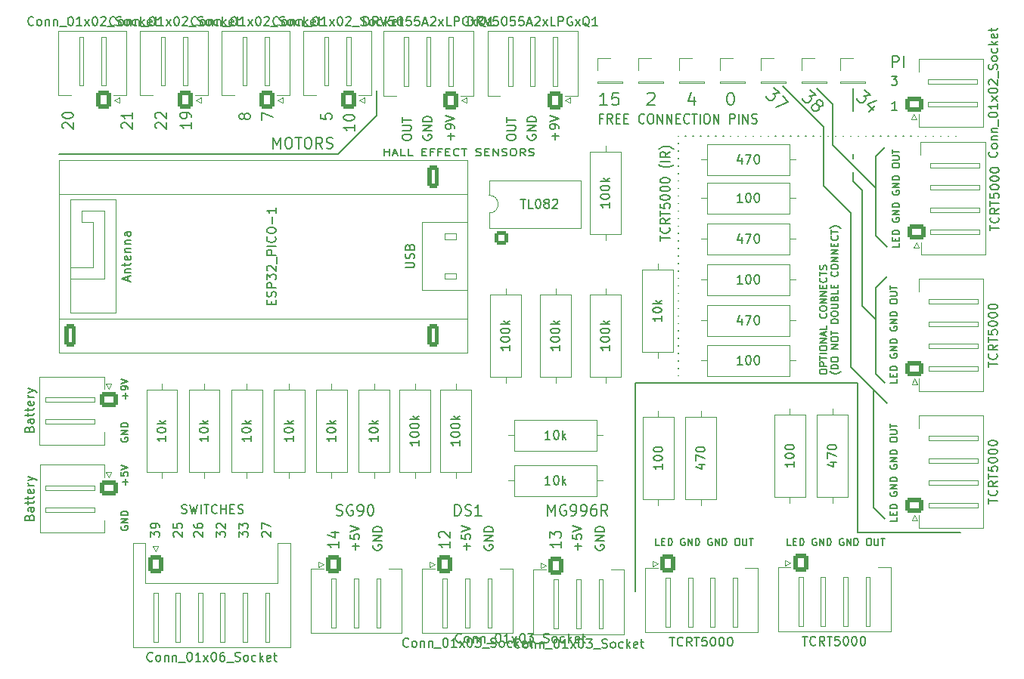
<source format=gto>
%TF.GenerationSoftware,KiCad,Pcbnew,9.0.2*%
%TF.CreationDate,2025-07-11T23:58:13-07:00*%
%TF.ProjectId,motherboard,6d6f7468-6572-4626-9f61-72642e6b6963,rev?*%
%TF.SameCoordinates,Original*%
%TF.FileFunction,Legend,Top*%
%TF.FilePolarity,Positive*%
%FSLAX46Y46*%
G04 Gerber Fmt 4.6, Leading zero omitted, Abs format (unit mm)*
G04 Created by KiCad (PCBNEW 9.0.2) date 2025-07-11 23:58:13*
%MOMM*%
%LPD*%
G01*
G04 APERTURE LIST*
G04 Aperture macros list*
%AMRoundRect*
0 Rectangle with rounded corners*
0 $1 Rounding radius*
0 $2 $3 $4 $5 $6 $7 $8 $9 X,Y pos of 4 corners*
0 Add a 4 corners polygon primitive as box body*
4,1,4,$2,$3,$4,$5,$6,$7,$8,$9,$2,$3,0*
0 Add four circle primitives for the rounded corners*
1,1,$1+$1,$2,$3*
1,1,$1+$1,$4,$5*
1,1,$1+$1,$6,$7*
1,1,$1+$1,$8,$9*
0 Add four rect primitives between the rounded corners*
20,1,$1+$1,$2,$3,$4,$5,0*
20,1,$1+$1,$4,$5,$6,$7,0*
20,1,$1+$1,$6,$7,$8,$9,0*
20,1,$1+$1,$8,$9,$2,$3,0*%
G04 Aperture macros list end*
%ADD10C,0.200000*%
%ADD11C,0.150000*%
%ADD12C,0.120000*%
%ADD13C,0.100000*%
%ADD14O,1.700000X1.950000*%
%ADD15RoundRect,0.250000X0.600000X0.725000X-0.600000X0.725000X-0.600000X-0.725000X0.600000X-0.725000X0*%
%ADD16O,1.270000X2.540000*%
%ADD17RoundRect,0.250000X0.385000X-1.020000X0.385000X1.020000X-0.385000X1.020000X-0.385000X-1.020000X0*%
%ADD18RoundRect,0.250000X-0.600000X-0.725000X0.600000X-0.725000X0.600000X0.725000X-0.600000X0.725000X0*%
%ADD19C,1.600000*%
%ADD20O,1.950000X1.700000*%
%ADD21RoundRect,0.250000X0.725000X-0.600000X0.725000X0.600000X-0.725000X0.600000X-0.725000X-0.600000X0*%
%ADD22RoundRect,0.250000X0.600000X0.750000X-0.600000X0.750000X-0.600000X-0.750000X0.600000X-0.750000X0*%
%ADD23O,1.700000X2.000000*%
%ADD24R,1.700000X1.700000*%
%ADD25RoundRect,0.250000X0.550000X-0.550000X0.550000X0.550000X-0.550000X0.550000X-0.550000X-0.550000X0*%
%ADD26RoundRect,0.250000X0.750000X-0.600000X0.750000X0.600000X-0.750000X0.600000X-0.750000X-0.600000X0*%
%ADD27O,2.000000X1.700000*%
%ADD28RoundRect,0.250000X-0.750000X0.600000X-0.750000X-0.600000X0.750000X-0.600000X0.750000X0.600000X0*%
G04 APERTURE END LIST*
D10*
X49899673Y-24529695D02*
X49899673Y-23729695D01*
X49899673Y-24110647D02*
X50471101Y-24110647D01*
X50471101Y-24529695D02*
X50471101Y-23729695D01*
X50899673Y-24301123D02*
X51375863Y-24301123D01*
X50804435Y-24529695D02*
X51137768Y-23729695D01*
X51137768Y-23729695D02*
X51471101Y-24529695D01*
X52280625Y-24529695D02*
X51804435Y-24529695D01*
X51804435Y-24529695D02*
X51804435Y-23729695D01*
X53090149Y-24529695D02*
X52613959Y-24529695D01*
X52613959Y-24529695D02*
X52613959Y-23729695D01*
X54185388Y-24110647D02*
X54518721Y-24110647D01*
X54661578Y-24529695D02*
X54185388Y-24529695D01*
X54185388Y-24529695D02*
X54185388Y-23729695D01*
X54185388Y-23729695D02*
X54661578Y-23729695D01*
X55423483Y-24110647D02*
X55090150Y-24110647D01*
X55090150Y-24529695D02*
X55090150Y-23729695D01*
X55090150Y-23729695D02*
X55566340Y-23729695D01*
X56280626Y-24110647D02*
X55947293Y-24110647D01*
X55947293Y-24529695D02*
X55947293Y-23729695D01*
X55947293Y-23729695D02*
X56423483Y-23729695D01*
X56804436Y-24110647D02*
X57137769Y-24110647D01*
X57280626Y-24529695D02*
X56804436Y-24529695D01*
X56804436Y-24529695D02*
X56804436Y-23729695D01*
X56804436Y-23729695D02*
X57280626Y-23729695D01*
X58280626Y-24453504D02*
X58233007Y-24491600D01*
X58233007Y-24491600D02*
X58090150Y-24529695D01*
X58090150Y-24529695D02*
X57994912Y-24529695D01*
X57994912Y-24529695D02*
X57852055Y-24491600D01*
X57852055Y-24491600D02*
X57756817Y-24415409D01*
X57756817Y-24415409D02*
X57709198Y-24339219D01*
X57709198Y-24339219D02*
X57661579Y-24186838D01*
X57661579Y-24186838D02*
X57661579Y-24072552D01*
X57661579Y-24072552D02*
X57709198Y-23920171D01*
X57709198Y-23920171D02*
X57756817Y-23843980D01*
X57756817Y-23843980D02*
X57852055Y-23767790D01*
X57852055Y-23767790D02*
X57994912Y-23729695D01*
X57994912Y-23729695D02*
X58090150Y-23729695D01*
X58090150Y-23729695D02*
X58233007Y-23767790D01*
X58233007Y-23767790D02*
X58280626Y-23805885D01*
X58566341Y-23729695D02*
X59137769Y-23729695D01*
X58852055Y-24529695D02*
X58852055Y-23729695D01*
X60185389Y-24491600D02*
X60328246Y-24529695D01*
X60328246Y-24529695D02*
X60566341Y-24529695D01*
X60566341Y-24529695D02*
X60661579Y-24491600D01*
X60661579Y-24491600D02*
X60709198Y-24453504D01*
X60709198Y-24453504D02*
X60756817Y-24377314D01*
X60756817Y-24377314D02*
X60756817Y-24301123D01*
X60756817Y-24301123D02*
X60709198Y-24224933D01*
X60709198Y-24224933D02*
X60661579Y-24186838D01*
X60661579Y-24186838D02*
X60566341Y-24148742D01*
X60566341Y-24148742D02*
X60375865Y-24110647D01*
X60375865Y-24110647D02*
X60280627Y-24072552D01*
X60280627Y-24072552D02*
X60233008Y-24034457D01*
X60233008Y-24034457D02*
X60185389Y-23958266D01*
X60185389Y-23958266D02*
X60185389Y-23882076D01*
X60185389Y-23882076D02*
X60233008Y-23805885D01*
X60233008Y-23805885D02*
X60280627Y-23767790D01*
X60280627Y-23767790D02*
X60375865Y-23729695D01*
X60375865Y-23729695D02*
X60613960Y-23729695D01*
X60613960Y-23729695D02*
X60756817Y-23767790D01*
X61185389Y-24110647D02*
X61518722Y-24110647D01*
X61661579Y-24529695D02*
X61185389Y-24529695D01*
X61185389Y-24529695D02*
X61185389Y-23729695D01*
X61185389Y-23729695D02*
X61661579Y-23729695D01*
X62090151Y-24529695D02*
X62090151Y-23729695D01*
X62090151Y-23729695D02*
X62661579Y-24529695D01*
X62661579Y-24529695D02*
X62661579Y-23729695D01*
X63090151Y-24491600D02*
X63233008Y-24529695D01*
X63233008Y-24529695D02*
X63471103Y-24529695D01*
X63471103Y-24529695D02*
X63566341Y-24491600D01*
X63566341Y-24491600D02*
X63613960Y-24453504D01*
X63613960Y-24453504D02*
X63661579Y-24377314D01*
X63661579Y-24377314D02*
X63661579Y-24301123D01*
X63661579Y-24301123D02*
X63613960Y-24224933D01*
X63613960Y-24224933D02*
X63566341Y-24186838D01*
X63566341Y-24186838D02*
X63471103Y-24148742D01*
X63471103Y-24148742D02*
X63280627Y-24110647D01*
X63280627Y-24110647D02*
X63185389Y-24072552D01*
X63185389Y-24072552D02*
X63137770Y-24034457D01*
X63137770Y-24034457D02*
X63090151Y-23958266D01*
X63090151Y-23958266D02*
X63090151Y-23882076D01*
X63090151Y-23882076D02*
X63137770Y-23805885D01*
X63137770Y-23805885D02*
X63185389Y-23767790D01*
X63185389Y-23767790D02*
X63280627Y-23729695D01*
X63280627Y-23729695D02*
X63518722Y-23729695D01*
X63518722Y-23729695D02*
X63661579Y-23767790D01*
X64280627Y-23729695D02*
X64471103Y-23729695D01*
X64471103Y-23729695D02*
X64566341Y-23767790D01*
X64566341Y-23767790D02*
X64661579Y-23843980D01*
X64661579Y-23843980D02*
X64709198Y-23996361D01*
X64709198Y-23996361D02*
X64709198Y-24263028D01*
X64709198Y-24263028D02*
X64661579Y-24415409D01*
X64661579Y-24415409D02*
X64566341Y-24491600D01*
X64566341Y-24491600D02*
X64471103Y-24529695D01*
X64471103Y-24529695D02*
X64280627Y-24529695D01*
X64280627Y-24529695D02*
X64185389Y-24491600D01*
X64185389Y-24491600D02*
X64090151Y-24415409D01*
X64090151Y-24415409D02*
X64042532Y-24263028D01*
X64042532Y-24263028D02*
X64042532Y-23996361D01*
X64042532Y-23996361D02*
X64090151Y-23843980D01*
X64090151Y-23843980D02*
X64185389Y-23767790D01*
X64185389Y-23767790D02*
X64280627Y-23729695D01*
X65709198Y-24529695D02*
X65375865Y-24148742D01*
X65137770Y-24529695D02*
X65137770Y-23729695D01*
X65137770Y-23729695D02*
X65518722Y-23729695D01*
X65518722Y-23729695D02*
X65613960Y-23767790D01*
X65613960Y-23767790D02*
X65661579Y-23805885D01*
X65661579Y-23805885D02*
X65709198Y-23882076D01*
X65709198Y-23882076D02*
X65709198Y-23996361D01*
X65709198Y-23996361D02*
X65661579Y-24072552D01*
X65661579Y-24072552D02*
X65613960Y-24110647D01*
X65613960Y-24110647D02*
X65518722Y-24148742D01*
X65518722Y-24148742D02*
X65137770Y-24148742D01*
X66090151Y-24491600D02*
X66233008Y-24529695D01*
X66233008Y-24529695D02*
X66471103Y-24529695D01*
X66471103Y-24529695D02*
X66566341Y-24491600D01*
X66566341Y-24491600D02*
X66613960Y-24453504D01*
X66613960Y-24453504D02*
X66661579Y-24377314D01*
X66661579Y-24377314D02*
X66661579Y-24301123D01*
X66661579Y-24301123D02*
X66613960Y-24224933D01*
X66613960Y-24224933D02*
X66566341Y-24186838D01*
X66566341Y-24186838D02*
X66471103Y-24148742D01*
X66471103Y-24148742D02*
X66280627Y-24110647D01*
X66280627Y-24110647D02*
X66185389Y-24072552D01*
X66185389Y-24072552D02*
X66137770Y-24034457D01*
X66137770Y-24034457D02*
X66090151Y-23958266D01*
X66090151Y-23958266D02*
X66090151Y-23882076D01*
X66090151Y-23882076D02*
X66137770Y-23805885D01*
X66137770Y-23805885D02*
X66185389Y-23767790D01*
X66185389Y-23767790D02*
X66280627Y-23729695D01*
X66280627Y-23729695D02*
X66518722Y-23729695D01*
X66518722Y-23729695D02*
X66661579Y-23767790D01*
X54286838Y-22220517D02*
X54239219Y-22315755D01*
X54239219Y-22315755D02*
X54239219Y-22458612D01*
X54239219Y-22458612D02*
X54286838Y-22601469D01*
X54286838Y-22601469D02*
X54382076Y-22696707D01*
X54382076Y-22696707D02*
X54477314Y-22744326D01*
X54477314Y-22744326D02*
X54667790Y-22791945D01*
X54667790Y-22791945D02*
X54810647Y-22791945D01*
X54810647Y-22791945D02*
X55001123Y-22744326D01*
X55001123Y-22744326D02*
X55096361Y-22696707D01*
X55096361Y-22696707D02*
X55191600Y-22601469D01*
X55191600Y-22601469D02*
X55239219Y-22458612D01*
X55239219Y-22458612D02*
X55239219Y-22363374D01*
X55239219Y-22363374D02*
X55191600Y-22220517D01*
X55191600Y-22220517D02*
X55143980Y-22172898D01*
X55143980Y-22172898D02*
X54810647Y-22172898D01*
X54810647Y-22172898D02*
X54810647Y-22363374D01*
X55239219Y-21744326D02*
X54239219Y-21744326D01*
X54239219Y-21744326D02*
X55239219Y-21172898D01*
X55239219Y-21172898D02*
X54239219Y-21172898D01*
X55239219Y-20696707D02*
X54239219Y-20696707D01*
X54239219Y-20696707D02*
X54239219Y-20458612D01*
X54239219Y-20458612D02*
X54286838Y-20315755D01*
X54286838Y-20315755D02*
X54382076Y-20220517D01*
X54382076Y-20220517D02*
X54477314Y-20172898D01*
X54477314Y-20172898D02*
X54667790Y-20125279D01*
X54667790Y-20125279D02*
X54810647Y-20125279D01*
X54810647Y-20125279D02*
X55001123Y-20172898D01*
X55001123Y-20172898D02*
X55096361Y-20220517D01*
X55096361Y-20220517D02*
X55191600Y-20315755D01*
X55191600Y-20315755D02*
X55239219Y-20458612D01*
X55239219Y-20458612D02*
X55239219Y-20696707D01*
X51953219Y-22553850D02*
X51953219Y-22363374D01*
X51953219Y-22363374D02*
X52000838Y-22268136D01*
X52000838Y-22268136D02*
X52096076Y-22172898D01*
X52096076Y-22172898D02*
X52286552Y-22125279D01*
X52286552Y-22125279D02*
X52619885Y-22125279D01*
X52619885Y-22125279D02*
X52810361Y-22172898D01*
X52810361Y-22172898D02*
X52905600Y-22268136D01*
X52905600Y-22268136D02*
X52953219Y-22363374D01*
X52953219Y-22363374D02*
X52953219Y-22553850D01*
X52953219Y-22553850D02*
X52905600Y-22649088D01*
X52905600Y-22649088D02*
X52810361Y-22744326D01*
X52810361Y-22744326D02*
X52619885Y-22791945D01*
X52619885Y-22791945D02*
X52286552Y-22791945D01*
X52286552Y-22791945D02*
X52096076Y-22744326D01*
X52096076Y-22744326D02*
X52000838Y-22649088D01*
X52000838Y-22649088D02*
X51953219Y-22553850D01*
X51953219Y-21696707D02*
X52762742Y-21696707D01*
X52762742Y-21696707D02*
X52857980Y-21649088D01*
X52857980Y-21649088D02*
X52905600Y-21601469D01*
X52905600Y-21601469D02*
X52953219Y-21506231D01*
X52953219Y-21506231D02*
X52953219Y-21315755D01*
X52953219Y-21315755D02*
X52905600Y-21220517D01*
X52905600Y-21220517D02*
X52857980Y-21172898D01*
X52857980Y-21172898D02*
X52762742Y-21125279D01*
X52762742Y-21125279D02*
X51953219Y-21125279D01*
X51953219Y-20791945D02*
X51953219Y-20220517D01*
X52953219Y-20506231D02*
X51953219Y-20506231D01*
X57398266Y-22744326D02*
X57398266Y-21982422D01*
X57779219Y-22363374D02*
X57017314Y-22363374D01*
X57779219Y-21458612D02*
X57779219Y-21268136D01*
X57779219Y-21268136D02*
X57731600Y-21172898D01*
X57731600Y-21172898D02*
X57683980Y-21125279D01*
X57683980Y-21125279D02*
X57541123Y-21030041D01*
X57541123Y-21030041D02*
X57350647Y-20982422D01*
X57350647Y-20982422D02*
X56969695Y-20982422D01*
X56969695Y-20982422D02*
X56874457Y-21030041D01*
X56874457Y-21030041D02*
X56826838Y-21077660D01*
X56826838Y-21077660D02*
X56779219Y-21172898D01*
X56779219Y-21172898D02*
X56779219Y-21363374D01*
X56779219Y-21363374D02*
X56826838Y-21458612D01*
X56826838Y-21458612D02*
X56874457Y-21506231D01*
X56874457Y-21506231D02*
X56969695Y-21553850D01*
X56969695Y-21553850D02*
X57207790Y-21553850D01*
X57207790Y-21553850D02*
X57303028Y-21506231D01*
X57303028Y-21506231D02*
X57350647Y-21458612D01*
X57350647Y-21458612D02*
X57398266Y-21363374D01*
X57398266Y-21363374D02*
X57398266Y-21172898D01*
X57398266Y-21172898D02*
X57350647Y-21077660D01*
X57350647Y-21077660D02*
X57303028Y-21030041D01*
X57303028Y-21030041D02*
X57207790Y-20982422D01*
X56779219Y-20696707D02*
X57779219Y-20363374D01*
X57779219Y-20363374D02*
X56779219Y-20030041D01*
X63637219Y-22553850D02*
X63637219Y-22363374D01*
X63637219Y-22363374D02*
X63684838Y-22268136D01*
X63684838Y-22268136D02*
X63780076Y-22172898D01*
X63780076Y-22172898D02*
X63970552Y-22125279D01*
X63970552Y-22125279D02*
X64303885Y-22125279D01*
X64303885Y-22125279D02*
X64494361Y-22172898D01*
X64494361Y-22172898D02*
X64589600Y-22268136D01*
X64589600Y-22268136D02*
X64637219Y-22363374D01*
X64637219Y-22363374D02*
X64637219Y-22553850D01*
X64637219Y-22553850D02*
X64589600Y-22649088D01*
X64589600Y-22649088D02*
X64494361Y-22744326D01*
X64494361Y-22744326D02*
X64303885Y-22791945D01*
X64303885Y-22791945D02*
X63970552Y-22791945D01*
X63970552Y-22791945D02*
X63780076Y-22744326D01*
X63780076Y-22744326D02*
X63684838Y-22649088D01*
X63684838Y-22649088D02*
X63637219Y-22553850D01*
X63637219Y-21696707D02*
X64446742Y-21696707D01*
X64446742Y-21696707D02*
X64541980Y-21649088D01*
X64541980Y-21649088D02*
X64589600Y-21601469D01*
X64589600Y-21601469D02*
X64637219Y-21506231D01*
X64637219Y-21506231D02*
X64637219Y-21315755D01*
X64637219Y-21315755D02*
X64589600Y-21220517D01*
X64589600Y-21220517D02*
X64541980Y-21172898D01*
X64541980Y-21172898D02*
X64446742Y-21125279D01*
X64446742Y-21125279D02*
X63637219Y-21125279D01*
X63637219Y-20791945D02*
X63637219Y-20220517D01*
X64637219Y-20506231D02*
X63637219Y-20506231D01*
X65970838Y-22220517D02*
X65923219Y-22315755D01*
X65923219Y-22315755D02*
X65923219Y-22458612D01*
X65923219Y-22458612D02*
X65970838Y-22601469D01*
X65970838Y-22601469D02*
X66066076Y-22696707D01*
X66066076Y-22696707D02*
X66161314Y-22744326D01*
X66161314Y-22744326D02*
X66351790Y-22791945D01*
X66351790Y-22791945D02*
X66494647Y-22791945D01*
X66494647Y-22791945D02*
X66685123Y-22744326D01*
X66685123Y-22744326D02*
X66780361Y-22696707D01*
X66780361Y-22696707D02*
X66875600Y-22601469D01*
X66875600Y-22601469D02*
X66923219Y-22458612D01*
X66923219Y-22458612D02*
X66923219Y-22363374D01*
X66923219Y-22363374D02*
X66875600Y-22220517D01*
X66875600Y-22220517D02*
X66827980Y-22172898D01*
X66827980Y-22172898D02*
X66494647Y-22172898D01*
X66494647Y-22172898D02*
X66494647Y-22363374D01*
X66923219Y-21744326D02*
X65923219Y-21744326D01*
X65923219Y-21744326D02*
X66923219Y-21172898D01*
X66923219Y-21172898D02*
X65923219Y-21172898D01*
X66923219Y-20696707D02*
X65923219Y-20696707D01*
X65923219Y-20696707D02*
X65923219Y-20458612D01*
X65923219Y-20458612D02*
X65970838Y-20315755D01*
X65970838Y-20315755D02*
X66066076Y-20220517D01*
X66066076Y-20220517D02*
X66161314Y-20172898D01*
X66161314Y-20172898D02*
X66351790Y-20125279D01*
X66351790Y-20125279D02*
X66494647Y-20125279D01*
X66494647Y-20125279D02*
X66685123Y-20172898D01*
X66685123Y-20172898D02*
X66780361Y-20220517D01*
X66780361Y-20220517D02*
X66875600Y-20315755D01*
X66875600Y-20315755D02*
X66923219Y-20458612D01*
X66923219Y-20458612D02*
X66923219Y-20696707D01*
X69082266Y-22744326D02*
X69082266Y-21982422D01*
X69463219Y-22363374D02*
X68701314Y-22363374D01*
X69463219Y-21458612D02*
X69463219Y-21268136D01*
X69463219Y-21268136D02*
X69415600Y-21172898D01*
X69415600Y-21172898D02*
X69367980Y-21125279D01*
X69367980Y-21125279D02*
X69225123Y-21030041D01*
X69225123Y-21030041D02*
X69034647Y-20982422D01*
X69034647Y-20982422D02*
X68653695Y-20982422D01*
X68653695Y-20982422D02*
X68558457Y-21030041D01*
X68558457Y-21030041D02*
X68510838Y-21077660D01*
X68510838Y-21077660D02*
X68463219Y-21172898D01*
X68463219Y-21172898D02*
X68463219Y-21363374D01*
X68463219Y-21363374D02*
X68510838Y-21458612D01*
X68510838Y-21458612D02*
X68558457Y-21506231D01*
X68558457Y-21506231D02*
X68653695Y-21553850D01*
X68653695Y-21553850D02*
X68891790Y-21553850D01*
X68891790Y-21553850D02*
X68987028Y-21506231D01*
X68987028Y-21506231D02*
X69034647Y-21458612D01*
X69034647Y-21458612D02*
X69082266Y-21363374D01*
X69082266Y-21363374D02*
X69082266Y-21172898D01*
X69082266Y-21172898D02*
X69034647Y-21077660D01*
X69034647Y-21077660D02*
X68987028Y-21030041D01*
X68987028Y-21030041D02*
X68891790Y-20982422D01*
X68463219Y-20696707D02*
X69463219Y-20363374D01*
X69463219Y-20363374D02*
X68463219Y-20030041D01*
X106843292Y-14574742D02*
X106843292Y-13374742D01*
X106843292Y-13374742D02*
X107300435Y-13374742D01*
X107300435Y-13374742D02*
X107414720Y-13431885D01*
X107414720Y-13431885D02*
X107471863Y-13489028D01*
X107471863Y-13489028D02*
X107529006Y-13603314D01*
X107529006Y-13603314D02*
X107529006Y-13774742D01*
X107529006Y-13774742D02*
X107471863Y-13889028D01*
X107471863Y-13889028D02*
X107414720Y-13946171D01*
X107414720Y-13946171D02*
X107300435Y-14003314D01*
X107300435Y-14003314D02*
X106843292Y-14003314D01*
X108043292Y-14574742D02*
X108043292Y-13374742D01*
X107319482Y-19425219D02*
X106748054Y-19425219D01*
X107033768Y-19425219D02*
X107033768Y-18425219D01*
X107033768Y-18425219D02*
X106938530Y-18568076D01*
X106938530Y-18568076D02*
X106843292Y-18663314D01*
X106843292Y-18663314D02*
X106748054Y-18710933D01*
X106700435Y-15631219D02*
X107319482Y-15631219D01*
X107319482Y-15631219D02*
X106986149Y-16012171D01*
X106986149Y-16012171D02*
X107129006Y-16012171D01*
X107129006Y-16012171D02*
X107224244Y-16059790D01*
X107224244Y-16059790D02*
X107271863Y-16107409D01*
X107271863Y-16107409D02*
X107319482Y-16202647D01*
X107319482Y-16202647D02*
X107319482Y-16440742D01*
X107319482Y-16440742D02*
X107271863Y-16535980D01*
X107271863Y-16535980D02*
X107224244Y-16583600D01*
X107224244Y-16583600D02*
X107129006Y-16631219D01*
X107129006Y-16631219D02*
X106843292Y-16631219D01*
X106843292Y-16631219D02*
X106748054Y-16583600D01*
X106748054Y-16583600D02*
X106700435Y-16535980D01*
X103714915Y-17150006D02*
X104327741Y-17762832D01*
X104327741Y-17762832D02*
X103620634Y-17809973D01*
X103620634Y-17809973D02*
X103762055Y-17951394D01*
X103762055Y-17951394D02*
X103809196Y-18092815D01*
X103809196Y-18092815D02*
X103809196Y-18187096D01*
X103809196Y-18187096D02*
X103762055Y-18328517D01*
X103762055Y-18328517D02*
X103526353Y-18564220D01*
X103526353Y-18564220D02*
X103384932Y-18611360D01*
X103384932Y-18611360D02*
X103290651Y-18611360D01*
X103290651Y-18611360D02*
X103149229Y-18564220D01*
X103149229Y-18564220D02*
X102866387Y-18281377D01*
X102866387Y-18281377D02*
X102819246Y-18139956D01*
X102819246Y-18139956D02*
X102819246Y-18045675D01*
X104846286Y-18941343D02*
X104186319Y-19601309D01*
X104987707Y-18328517D02*
X104044898Y-18799922D01*
X104044898Y-18799922D02*
X104657724Y-19412748D01*
X97618915Y-17150006D02*
X98231741Y-17762832D01*
X98231741Y-17762832D02*
X97524634Y-17809973D01*
X97524634Y-17809973D02*
X97666055Y-17951394D01*
X97666055Y-17951394D02*
X97713196Y-18092815D01*
X97713196Y-18092815D02*
X97713196Y-18187096D01*
X97713196Y-18187096D02*
X97666055Y-18328517D01*
X97666055Y-18328517D02*
X97430353Y-18564220D01*
X97430353Y-18564220D02*
X97288932Y-18611360D01*
X97288932Y-18611360D02*
X97194651Y-18611360D01*
X97194651Y-18611360D02*
X97053229Y-18564220D01*
X97053229Y-18564220D02*
X96770387Y-18281377D01*
X96770387Y-18281377D02*
X96723246Y-18139956D01*
X96723246Y-18139956D02*
X96723246Y-18045675D01*
X98373162Y-18752781D02*
X98326021Y-18611360D01*
X98326021Y-18611360D02*
X98326021Y-18517079D01*
X98326021Y-18517079D02*
X98373162Y-18375658D01*
X98373162Y-18375658D02*
X98420302Y-18328517D01*
X98420302Y-18328517D02*
X98561724Y-18281377D01*
X98561724Y-18281377D02*
X98656005Y-18281377D01*
X98656005Y-18281377D02*
X98797426Y-18328517D01*
X98797426Y-18328517D02*
X98985988Y-18517079D01*
X98985988Y-18517079D02*
X99033128Y-18658500D01*
X99033128Y-18658500D02*
X99033128Y-18752781D01*
X99033128Y-18752781D02*
X98985988Y-18894203D01*
X98985988Y-18894203D02*
X98938847Y-18941343D01*
X98938847Y-18941343D02*
X98797426Y-18988484D01*
X98797426Y-18988484D02*
X98703145Y-18988484D01*
X98703145Y-18988484D02*
X98561724Y-18941343D01*
X98561724Y-18941343D02*
X98373162Y-18752781D01*
X98373162Y-18752781D02*
X98231741Y-18705641D01*
X98231741Y-18705641D02*
X98137460Y-18705641D01*
X98137460Y-18705641D02*
X97996038Y-18752781D01*
X97996038Y-18752781D02*
X97807476Y-18941343D01*
X97807476Y-18941343D02*
X97760336Y-19082764D01*
X97760336Y-19082764D02*
X97760336Y-19177045D01*
X97760336Y-19177045D02*
X97807476Y-19318467D01*
X97807476Y-19318467D02*
X97996038Y-19507029D01*
X97996038Y-19507029D02*
X98137460Y-19554169D01*
X98137460Y-19554169D02*
X98231741Y-19554169D01*
X98231741Y-19554169D02*
X98373162Y-19507029D01*
X98373162Y-19507029D02*
X98561724Y-19318467D01*
X98561724Y-19318467D02*
X98608864Y-19177045D01*
X98608864Y-19177045D02*
X98608864Y-19082764D01*
X98608864Y-19082764D02*
X98561724Y-18941343D01*
X93554915Y-16896006D02*
X94167741Y-17508832D01*
X94167741Y-17508832D02*
X93460634Y-17555973D01*
X93460634Y-17555973D02*
X93602055Y-17697394D01*
X93602055Y-17697394D02*
X93649196Y-17838815D01*
X93649196Y-17838815D02*
X93649196Y-17933096D01*
X93649196Y-17933096D02*
X93602055Y-18074517D01*
X93602055Y-18074517D02*
X93366353Y-18310220D01*
X93366353Y-18310220D02*
X93224932Y-18357360D01*
X93224932Y-18357360D02*
X93130651Y-18357360D01*
X93130651Y-18357360D02*
X92989229Y-18310220D01*
X92989229Y-18310220D02*
X92706387Y-18027377D01*
X92706387Y-18027377D02*
X92659246Y-17885956D01*
X92659246Y-17885956D02*
X92659246Y-17791675D01*
X94497724Y-17838815D02*
X95157690Y-18498781D01*
X95157690Y-18498781D02*
X93743476Y-19064467D01*
X102108000Y-32004000D02*
X102108000Y-30988000D01*
X104648000Y-50800000D02*
X106172000Y-52324000D01*
X104648000Y-64008000D02*
X105918000Y-65278000D01*
X104648000Y-50800000D02*
X104648000Y-64008000D01*
X102108000Y-48260000D02*
X104648000Y-50800000D01*
X102108000Y-48260000D02*
X102108000Y-32004000D01*
X104902000Y-49022000D02*
X105918000Y-50038000D01*
X104902000Y-42926000D02*
X104902000Y-49022000D01*
X104902000Y-39370000D02*
X106172000Y-38100000D01*
X104902000Y-42926000D02*
X104902000Y-39370000D01*
X103378000Y-41402000D02*
X104902000Y-42926000D01*
X103378000Y-28448000D02*
X103378000Y-41402000D01*
X102362000Y-27432000D02*
X103378000Y-28448000D01*
X102362000Y-26416000D02*
X102362000Y-27432000D01*
X102362000Y-24384000D02*
X102362000Y-24892000D01*
X102362000Y-17018000D02*
X102362000Y-19558000D01*
X104902000Y-33528000D02*
X106172000Y-34798000D01*
X104902000Y-28194000D02*
X104902000Y-33528000D01*
X104902000Y-24638000D02*
X105918000Y-23622000D01*
X104902000Y-28194000D02*
X104902000Y-24638000D01*
X100076000Y-23368000D02*
X104902000Y-28194000D01*
X100076000Y-18796000D02*
X100076000Y-23368000D01*
X98298000Y-17018000D02*
X100076000Y-18796000D01*
X99060000Y-21336000D02*
X94488000Y-16764000D01*
X99060000Y-27940000D02*
X99060000Y-21336000D01*
X102108000Y-30988000D02*
X99060000Y-27940000D01*
X104648000Y-50800000D02*
X102108000Y-48260000D01*
X88615578Y-17468266D02*
X88748911Y-17468266D01*
X88748911Y-17468266D02*
X88882244Y-17534933D01*
X88882244Y-17534933D02*
X88948911Y-17601600D01*
X88948911Y-17601600D02*
X89015578Y-17734933D01*
X89015578Y-17734933D02*
X89082244Y-18001600D01*
X89082244Y-18001600D02*
X89082244Y-18334933D01*
X89082244Y-18334933D02*
X89015578Y-18601600D01*
X89015578Y-18601600D02*
X88948911Y-18734933D01*
X88948911Y-18734933D02*
X88882244Y-18801600D01*
X88882244Y-18801600D02*
X88748911Y-18868266D01*
X88748911Y-18868266D02*
X88615578Y-18868266D01*
X88615578Y-18868266D02*
X88482244Y-18801600D01*
X88482244Y-18801600D02*
X88415578Y-18734933D01*
X88415578Y-18734933D02*
X88348911Y-18601600D01*
X88348911Y-18601600D02*
X88282244Y-18334933D01*
X88282244Y-18334933D02*
X88282244Y-18001600D01*
X88282244Y-18001600D02*
X88348911Y-17734933D01*
X88348911Y-17734933D02*
X88415578Y-17601600D01*
X88415578Y-17601600D02*
X88482244Y-17534933D01*
X88482244Y-17534933D02*
X88615578Y-17468266D01*
X84630911Y-17934933D02*
X84630911Y-18868266D01*
X84297578Y-17401600D02*
X83964244Y-18401600D01*
X83964244Y-18401600D02*
X84830911Y-18401600D01*
X79392244Y-17601600D02*
X79458911Y-17534933D01*
X79458911Y-17534933D02*
X79592244Y-17468266D01*
X79592244Y-17468266D02*
X79925578Y-17468266D01*
X79925578Y-17468266D02*
X80058911Y-17534933D01*
X80058911Y-17534933D02*
X80125578Y-17601600D01*
X80125578Y-17601600D02*
X80192244Y-17734933D01*
X80192244Y-17734933D02*
X80192244Y-17868266D01*
X80192244Y-17868266D02*
X80125578Y-18068266D01*
X80125578Y-18068266D02*
X79325578Y-18868266D01*
X79325578Y-18868266D02*
X80192244Y-18868266D01*
X74858244Y-18868266D02*
X74058244Y-18868266D01*
X74458244Y-18868266D02*
X74458244Y-17468266D01*
X74458244Y-17468266D02*
X74324911Y-17668266D01*
X74324911Y-17668266D02*
X74191578Y-17801600D01*
X74191578Y-17801600D02*
X74058244Y-17868266D01*
X76124911Y-17468266D02*
X75458244Y-17468266D01*
X75458244Y-17468266D02*
X75391577Y-18134933D01*
X75391577Y-18134933D02*
X75458244Y-18068266D01*
X75458244Y-18068266D02*
X75591577Y-18001600D01*
X75591577Y-18001600D02*
X75924911Y-18001600D01*
X75924911Y-18001600D02*
X76058244Y-18068266D01*
X76058244Y-18068266D02*
X76124911Y-18134933D01*
X76124911Y-18134933D02*
X76191577Y-18268266D01*
X76191577Y-18268266D02*
X76191577Y-18601600D01*
X76191577Y-18601600D02*
X76124911Y-18734933D01*
X76124911Y-18734933D02*
X76058244Y-18801600D01*
X76058244Y-18801600D02*
X75924911Y-18868266D01*
X75924911Y-18868266D02*
X75591577Y-18868266D01*
X75591577Y-18868266D02*
X75458244Y-18801600D01*
X75458244Y-18801600D02*
X75391577Y-18734933D01*
X74363006Y-20360790D02*
X74029673Y-20360790D01*
X74029673Y-20936980D02*
X74029673Y-19836980D01*
X74029673Y-19836980D02*
X74505863Y-19836980D01*
X75458244Y-20936980D02*
X75124911Y-20413171D01*
X74886816Y-20936980D02*
X74886816Y-19836980D01*
X74886816Y-19836980D02*
X75267768Y-19836980D01*
X75267768Y-19836980D02*
X75363006Y-19889361D01*
X75363006Y-19889361D02*
X75410625Y-19941742D01*
X75410625Y-19941742D02*
X75458244Y-20046504D01*
X75458244Y-20046504D02*
X75458244Y-20203647D01*
X75458244Y-20203647D02*
X75410625Y-20308409D01*
X75410625Y-20308409D02*
X75363006Y-20360790D01*
X75363006Y-20360790D02*
X75267768Y-20413171D01*
X75267768Y-20413171D02*
X74886816Y-20413171D01*
X75886816Y-20360790D02*
X76220149Y-20360790D01*
X76363006Y-20936980D02*
X75886816Y-20936980D01*
X75886816Y-20936980D02*
X75886816Y-19836980D01*
X75886816Y-19836980D02*
X76363006Y-19836980D01*
X76791578Y-20360790D02*
X77124911Y-20360790D01*
X77267768Y-20936980D02*
X76791578Y-20936980D01*
X76791578Y-20936980D02*
X76791578Y-19836980D01*
X76791578Y-19836980D02*
X77267768Y-19836980D01*
X79029673Y-20832219D02*
X78982054Y-20884600D01*
X78982054Y-20884600D02*
X78839197Y-20936980D01*
X78839197Y-20936980D02*
X78743959Y-20936980D01*
X78743959Y-20936980D02*
X78601102Y-20884600D01*
X78601102Y-20884600D02*
X78505864Y-20779838D01*
X78505864Y-20779838D02*
X78458245Y-20675076D01*
X78458245Y-20675076D02*
X78410626Y-20465552D01*
X78410626Y-20465552D02*
X78410626Y-20308409D01*
X78410626Y-20308409D02*
X78458245Y-20098885D01*
X78458245Y-20098885D02*
X78505864Y-19994123D01*
X78505864Y-19994123D02*
X78601102Y-19889361D01*
X78601102Y-19889361D02*
X78743959Y-19836980D01*
X78743959Y-19836980D02*
X78839197Y-19836980D01*
X78839197Y-19836980D02*
X78982054Y-19889361D01*
X78982054Y-19889361D02*
X79029673Y-19941742D01*
X79648721Y-19836980D02*
X79839197Y-19836980D01*
X79839197Y-19836980D02*
X79934435Y-19889361D01*
X79934435Y-19889361D02*
X80029673Y-19994123D01*
X80029673Y-19994123D02*
X80077292Y-20203647D01*
X80077292Y-20203647D02*
X80077292Y-20570314D01*
X80077292Y-20570314D02*
X80029673Y-20779838D01*
X80029673Y-20779838D02*
X79934435Y-20884600D01*
X79934435Y-20884600D02*
X79839197Y-20936980D01*
X79839197Y-20936980D02*
X79648721Y-20936980D01*
X79648721Y-20936980D02*
X79553483Y-20884600D01*
X79553483Y-20884600D02*
X79458245Y-20779838D01*
X79458245Y-20779838D02*
X79410626Y-20570314D01*
X79410626Y-20570314D02*
X79410626Y-20203647D01*
X79410626Y-20203647D02*
X79458245Y-19994123D01*
X79458245Y-19994123D02*
X79553483Y-19889361D01*
X79553483Y-19889361D02*
X79648721Y-19836980D01*
X80505864Y-20936980D02*
X80505864Y-19836980D01*
X80505864Y-19836980D02*
X81077292Y-20936980D01*
X81077292Y-20936980D02*
X81077292Y-19836980D01*
X81553483Y-20936980D02*
X81553483Y-19836980D01*
X81553483Y-19836980D02*
X82124911Y-20936980D01*
X82124911Y-20936980D02*
X82124911Y-19836980D01*
X82601102Y-20360790D02*
X82934435Y-20360790D01*
X83077292Y-20936980D02*
X82601102Y-20936980D01*
X82601102Y-20936980D02*
X82601102Y-19836980D01*
X82601102Y-19836980D02*
X83077292Y-19836980D01*
X84077292Y-20832219D02*
X84029673Y-20884600D01*
X84029673Y-20884600D02*
X83886816Y-20936980D01*
X83886816Y-20936980D02*
X83791578Y-20936980D01*
X83791578Y-20936980D02*
X83648721Y-20884600D01*
X83648721Y-20884600D02*
X83553483Y-20779838D01*
X83553483Y-20779838D02*
X83505864Y-20675076D01*
X83505864Y-20675076D02*
X83458245Y-20465552D01*
X83458245Y-20465552D02*
X83458245Y-20308409D01*
X83458245Y-20308409D02*
X83505864Y-20098885D01*
X83505864Y-20098885D02*
X83553483Y-19994123D01*
X83553483Y-19994123D02*
X83648721Y-19889361D01*
X83648721Y-19889361D02*
X83791578Y-19836980D01*
X83791578Y-19836980D02*
X83886816Y-19836980D01*
X83886816Y-19836980D02*
X84029673Y-19889361D01*
X84029673Y-19889361D02*
X84077292Y-19941742D01*
X84363007Y-19836980D02*
X84934435Y-19836980D01*
X84648721Y-20936980D02*
X84648721Y-19836980D01*
X85267769Y-20936980D02*
X85267769Y-19836980D01*
X85934435Y-19836980D02*
X86124911Y-19836980D01*
X86124911Y-19836980D02*
X86220149Y-19889361D01*
X86220149Y-19889361D02*
X86315387Y-19994123D01*
X86315387Y-19994123D02*
X86363006Y-20203647D01*
X86363006Y-20203647D02*
X86363006Y-20570314D01*
X86363006Y-20570314D02*
X86315387Y-20779838D01*
X86315387Y-20779838D02*
X86220149Y-20884600D01*
X86220149Y-20884600D02*
X86124911Y-20936980D01*
X86124911Y-20936980D02*
X85934435Y-20936980D01*
X85934435Y-20936980D02*
X85839197Y-20884600D01*
X85839197Y-20884600D02*
X85743959Y-20779838D01*
X85743959Y-20779838D02*
X85696340Y-20570314D01*
X85696340Y-20570314D02*
X85696340Y-20203647D01*
X85696340Y-20203647D02*
X85743959Y-19994123D01*
X85743959Y-19994123D02*
X85839197Y-19889361D01*
X85839197Y-19889361D02*
X85934435Y-19836980D01*
X86791578Y-20936980D02*
X86791578Y-19836980D01*
X86791578Y-19836980D02*
X87363006Y-20936980D01*
X87363006Y-20936980D02*
X87363006Y-19836980D01*
X88601102Y-20936980D02*
X88601102Y-19836980D01*
X88601102Y-19836980D02*
X88982054Y-19836980D01*
X88982054Y-19836980D02*
X89077292Y-19889361D01*
X89077292Y-19889361D02*
X89124911Y-19941742D01*
X89124911Y-19941742D02*
X89172530Y-20046504D01*
X89172530Y-20046504D02*
X89172530Y-20203647D01*
X89172530Y-20203647D02*
X89124911Y-20308409D01*
X89124911Y-20308409D02*
X89077292Y-20360790D01*
X89077292Y-20360790D02*
X88982054Y-20413171D01*
X88982054Y-20413171D02*
X88601102Y-20413171D01*
X89601102Y-20936980D02*
X89601102Y-19836980D01*
X90077292Y-20936980D02*
X90077292Y-19836980D01*
X90077292Y-19836980D02*
X90648720Y-20936980D01*
X90648720Y-20936980D02*
X90648720Y-19836980D01*
X91077292Y-20884600D02*
X91220149Y-20936980D01*
X91220149Y-20936980D02*
X91458244Y-20936980D01*
X91458244Y-20936980D02*
X91553482Y-20884600D01*
X91553482Y-20884600D02*
X91601101Y-20832219D01*
X91601101Y-20832219D02*
X91648720Y-20727457D01*
X91648720Y-20727457D02*
X91648720Y-20622695D01*
X91648720Y-20622695D02*
X91601101Y-20517933D01*
X91601101Y-20517933D02*
X91553482Y-20465552D01*
X91553482Y-20465552D02*
X91458244Y-20413171D01*
X91458244Y-20413171D02*
X91267768Y-20360790D01*
X91267768Y-20360790D02*
X91172530Y-20308409D01*
X91172530Y-20308409D02*
X91124911Y-20256028D01*
X91124911Y-20256028D02*
X91077292Y-20151266D01*
X91077292Y-20151266D02*
X91077292Y-20046504D01*
X91077292Y-20046504D02*
X91124911Y-19941742D01*
X91124911Y-19941742D02*
X91172530Y-19889361D01*
X91172530Y-19889361D02*
X91267768Y-19836980D01*
X91267768Y-19836980D02*
X91505863Y-19836980D01*
X91505863Y-19836980D02*
X91648720Y-19889361D01*
X42838742Y-19839279D02*
X42838742Y-20410707D01*
X42838742Y-20410707D02*
X43410171Y-20467850D01*
X43410171Y-20467850D02*
X43353028Y-20410707D01*
X43353028Y-20410707D02*
X43295885Y-20296422D01*
X43295885Y-20296422D02*
X43295885Y-20010707D01*
X43295885Y-20010707D02*
X43353028Y-19896422D01*
X43353028Y-19896422D02*
X43410171Y-19839279D01*
X43410171Y-19839279D02*
X43524457Y-19782136D01*
X43524457Y-19782136D02*
X43810171Y-19782136D01*
X43810171Y-19782136D02*
X43924457Y-19839279D01*
X43924457Y-19839279D02*
X43981600Y-19896422D01*
X43981600Y-19896422D02*
X44038742Y-20010707D01*
X44038742Y-20010707D02*
X44038742Y-20296422D01*
X44038742Y-20296422D02*
X43981600Y-20410707D01*
X43981600Y-20410707D02*
X43924457Y-20467850D01*
X46578742Y-21052136D02*
X46578742Y-21737850D01*
X46578742Y-21394993D02*
X45378742Y-21394993D01*
X45378742Y-21394993D02*
X45550171Y-21509279D01*
X45550171Y-21509279D02*
X45664457Y-21623564D01*
X45664457Y-21623564D02*
X45721600Y-21737850D01*
X45378742Y-20309279D02*
X45378742Y-20194993D01*
X45378742Y-20194993D02*
X45435885Y-20080707D01*
X45435885Y-20080707D02*
X45493028Y-20023565D01*
X45493028Y-20023565D02*
X45607314Y-19966422D01*
X45607314Y-19966422D02*
X45835885Y-19909279D01*
X45835885Y-19909279D02*
X46121600Y-19909279D01*
X46121600Y-19909279D02*
X46350171Y-19966422D01*
X46350171Y-19966422D02*
X46464457Y-20023565D01*
X46464457Y-20023565D02*
X46521600Y-20080707D01*
X46521600Y-20080707D02*
X46578742Y-20194993D01*
X46578742Y-20194993D02*
X46578742Y-20309279D01*
X46578742Y-20309279D02*
X46521600Y-20423565D01*
X46521600Y-20423565D02*
X46464457Y-20480707D01*
X46464457Y-20480707D02*
X46350171Y-20537850D01*
X46350171Y-20537850D02*
X46121600Y-20594993D01*
X46121600Y-20594993D02*
X45835885Y-20594993D01*
X45835885Y-20594993D02*
X45607314Y-20537850D01*
X45607314Y-20537850D02*
X45493028Y-20480707D01*
X45493028Y-20480707D02*
X45435885Y-20423565D01*
X45435885Y-20423565D02*
X45378742Y-20309279D01*
X36234742Y-20524993D02*
X36234742Y-19724993D01*
X36234742Y-19724993D02*
X37434742Y-20239279D01*
X34209028Y-20239279D02*
X34151885Y-20353564D01*
X34151885Y-20353564D02*
X34094742Y-20410707D01*
X34094742Y-20410707D02*
X33980457Y-20467850D01*
X33980457Y-20467850D02*
X33923314Y-20467850D01*
X33923314Y-20467850D02*
X33809028Y-20410707D01*
X33809028Y-20410707D02*
X33751885Y-20353564D01*
X33751885Y-20353564D02*
X33694742Y-20239279D01*
X33694742Y-20239279D02*
X33694742Y-20010707D01*
X33694742Y-20010707D02*
X33751885Y-19896422D01*
X33751885Y-19896422D02*
X33809028Y-19839279D01*
X33809028Y-19839279D02*
X33923314Y-19782136D01*
X33923314Y-19782136D02*
X33980457Y-19782136D01*
X33980457Y-19782136D02*
X34094742Y-19839279D01*
X34094742Y-19839279D02*
X34151885Y-19896422D01*
X34151885Y-19896422D02*
X34209028Y-20010707D01*
X34209028Y-20010707D02*
X34209028Y-20239279D01*
X34209028Y-20239279D02*
X34266171Y-20353564D01*
X34266171Y-20353564D02*
X34323314Y-20410707D01*
X34323314Y-20410707D02*
X34437600Y-20467850D01*
X34437600Y-20467850D02*
X34666171Y-20467850D01*
X34666171Y-20467850D02*
X34780457Y-20410707D01*
X34780457Y-20410707D02*
X34837600Y-20353564D01*
X34837600Y-20353564D02*
X34894742Y-20239279D01*
X34894742Y-20239279D02*
X34894742Y-20010707D01*
X34894742Y-20010707D02*
X34837600Y-19896422D01*
X34837600Y-19896422D02*
X34780457Y-19839279D01*
X34780457Y-19839279D02*
X34666171Y-19782136D01*
X34666171Y-19782136D02*
X34437600Y-19782136D01*
X34437600Y-19782136D02*
X34323314Y-19839279D01*
X34323314Y-19839279D02*
X34266171Y-19896422D01*
X34266171Y-19896422D02*
X34209028Y-20010707D01*
X28290742Y-20798136D02*
X28290742Y-21483850D01*
X28290742Y-21140993D02*
X27090742Y-21140993D01*
X27090742Y-21140993D02*
X27262171Y-21255279D01*
X27262171Y-21255279D02*
X27376457Y-21369564D01*
X27376457Y-21369564D02*
X27433600Y-21483850D01*
X28290742Y-20226707D02*
X28290742Y-19998136D01*
X28290742Y-19998136D02*
X28233600Y-19883850D01*
X28233600Y-19883850D02*
X28176457Y-19826707D01*
X28176457Y-19826707D02*
X28005028Y-19712422D01*
X28005028Y-19712422D02*
X27776457Y-19655279D01*
X27776457Y-19655279D02*
X27319314Y-19655279D01*
X27319314Y-19655279D02*
X27205028Y-19712422D01*
X27205028Y-19712422D02*
X27147885Y-19769565D01*
X27147885Y-19769565D02*
X27090742Y-19883850D01*
X27090742Y-19883850D02*
X27090742Y-20112422D01*
X27090742Y-20112422D02*
X27147885Y-20226707D01*
X27147885Y-20226707D02*
X27205028Y-20283850D01*
X27205028Y-20283850D02*
X27319314Y-20340993D01*
X27319314Y-20340993D02*
X27605028Y-20340993D01*
X27605028Y-20340993D02*
X27719314Y-20283850D01*
X27719314Y-20283850D02*
X27776457Y-20226707D01*
X27776457Y-20226707D02*
X27833600Y-20112422D01*
X27833600Y-20112422D02*
X27833600Y-19883850D01*
X27833600Y-19883850D02*
X27776457Y-19769565D01*
X27776457Y-19769565D02*
X27719314Y-19712422D01*
X27719314Y-19712422D02*
X27605028Y-19655279D01*
X24411028Y-21483850D02*
X24353885Y-21426707D01*
X24353885Y-21426707D02*
X24296742Y-21312422D01*
X24296742Y-21312422D02*
X24296742Y-21026707D01*
X24296742Y-21026707D02*
X24353885Y-20912422D01*
X24353885Y-20912422D02*
X24411028Y-20855279D01*
X24411028Y-20855279D02*
X24525314Y-20798136D01*
X24525314Y-20798136D02*
X24639600Y-20798136D01*
X24639600Y-20798136D02*
X24811028Y-20855279D01*
X24811028Y-20855279D02*
X25496742Y-21540993D01*
X25496742Y-21540993D02*
X25496742Y-20798136D01*
X24411028Y-20340993D02*
X24353885Y-20283850D01*
X24353885Y-20283850D02*
X24296742Y-20169565D01*
X24296742Y-20169565D02*
X24296742Y-19883850D01*
X24296742Y-19883850D02*
X24353885Y-19769565D01*
X24353885Y-19769565D02*
X24411028Y-19712422D01*
X24411028Y-19712422D02*
X24525314Y-19655279D01*
X24525314Y-19655279D02*
X24639600Y-19655279D01*
X24639600Y-19655279D02*
X24811028Y-19712422D01*
X24811028Y-19712422D02*
X25496742Y-20398136D01*
X25496742Y-20398136D02*
X25496742Y-19655279D01*
X20601028Y-21483850D02*
X20543885Y-21426707D01*
X20543885Y-21426707D02*
X20486742Y-21312422D01*
X20486742Y-21312422D02*
X20486742Y-21026707D01*
X20486742Y-21026707D02*
X20543885Y-20912422D01*
X20543885Y-20912422D02*
X20601028Y-20855279D01*
X20601028Y-20855279D02*
X20715314Y-20798136D01*
X20715314Y-20798136D02*
X20829600Y-20798136D01*
X20829600Y-20798136D02*
X21001028Y-20855279D01*
X21001028Y-20855279D02*
X21686742Y-21540993D01*
X21686742Y-21540993D02*
X21686742Y-20798136D01*
X21686742Y-19655279D02*
X21686742Y-20340993D01*
X21686742Y-19998136D02*
X20486742Y-19998136D01*
X20486742Y-19998136D02*
X20658171Y-20112422D01*
X20658171Y-20112422D02*
X20772457Y-20226707D01*
X20772457Y-20226707D02*
X20829600Y-20340993D01*
X13997028Y-21483850D02*
X13939885Y-21426707D01*
X13939885Y-21426707D02*
X13882742Y-21312422D01*
X13882742Y-21312422D02*
X13882742Y-21026707D01*
X13882742Y-21026707D02*
X13939885Y-20912422D01*
X13939885Y-20912422D02*
X13997028Y-20855279D01*
X13997028Y-20855279D02*
X14111314Y-20798136D01*
X14111314Y-20798136D02*
X14225600Y-20798136D01*
X14225600Y-20798136D02*
X14397028Y-20855279D01*
X14397028Y-20855279D02*
X15082742Y-21540993D01*
X15082742Y-21540993D02*
X15082742Y-20798136D01*
X13882742Y-20055279D02*
X13882742Y-19940993D01*
X13882742Y-19940993D02*
X13939885Y-19826707D01*
X13939885Y-19826707D02*
X13997028Y-19769565D01*
X13997028Y-19769565D02*
X14111314Y-19712422D01*
X14111314Y-19712422D02*
X14339885Y-19655279D01*
X14339885Y-19655279D02*
X14625600Y-19655279D01*
X14625600Y-19655279D02*
X14854171Y-19712422D01*
X14854171Y-19712422D02*
X14968457Y-19769565D01*
X14968457Y-19769565D02*
X15025600Y-19826707D01*
X15025600Y-19826707D02*
X15082742Y-19940993D01*
X15082742Y-19940993D02*
X15082742Y-20055279D01*
X15082742Y-20055279D02*
X15025600Y-20169565D01*
X15025600Y-20169565D02*
X14968457Y-20226707D01*
X14968457Y-20226707D02*
X14854171Y-20283850D01*
X14854171Y-20283850D02*
X14625600Y-20340993D01*
X14625600Y-20340993D02*
X14339885Y-20340993D01*
X14339885Y-20340993D02*
X14111314Y-20283850D01*
X14111314Y-20283850D02*
X13997028Y-20226707D01*
X13997028Y-20226707D02*
X13939885Y-20169565D01*
X13939885Y-20169565D02*
X13882742Y-20055279D01*
X37501292Y-23718742D02*
X37501292Y-22518742D01*
X37501292Y-22518742D02*
X37901292Y-23375885D01*
X37901292Y-23375885D02*
X38301292Y-22518742D01*
X38301292Y-22518742D02*
X38301292Y-23718742D01*
X39101292Y-22518742D02*
X39329864Y-22518742D01*
X39329864Y-22518742D02*
X39444149Y-22575885D01*
X39444149Y-22575885D02*
X39558435Y-22690171D01*
X39558435Y-22690171D02*
X39615578Y-22918742D01*
X39615578Y-22918742D02*
X39615578Y-23318742D01*
X39615578Y-23318742D02*
X39558435Y-23547314D01*
X39558435Y-23547314D02*
X39444149Y-23661600D01*
X39444149Y-23661600D02*
X39329864Y-23718742D01*
X39329864Y-23718742D02*
X39101292Y-23718742D01*
X39101292Y-23718742D02*
X38987007Y-23661600D01*
X38987007Y-23661600D02*
X38872721Y-23547314D01*
X38872721Y-23547314D02*
X38815578Y-23318742D01*
X38815578Y-23318742D02*
X38815578Y-22918742D01*
X38815578Y-22918742D02*
X38872721Y-22690171D01*
X38872721Y-22690171D02*
X38987007Y-22575885D01*
X38987007Y-22575885D02*
X39101292Y-22518742D01*
X39958435Y-22518742D02*
X40644150Y-22518742D01*
X40301292Y-23718742D02*
X40301292Y-22518742D01*
X41272721Y-22518742D02*
X41501293Y-22518742D01*
X41501293Y-22518742D02*
X41615578Y-22575885D01*
X41615578Y-22575885D02*
X41729864Y-22690171D01*
X41729864Y-22690171D02*
X41787007Y-22918742D01*
X41787007Y-22918742D02*
X41787007Y-23318742D01*
X41787007Y-23318742D02*
X41729864Y-23547314D01*
X41729864Y-23547314D02*
X41615578Y-23661600D01*
X41615578Y-23661600D02*
X41501293Y-23718742D01*
X41501293Y-23718742D02*
X41272721Y-23718742D01*
X41272721Y-23718742D02*
X41158436Y-23661600D01*
X41158436Y-23661600D02*
X41044150Y-23547314D01*
X41044150Y-23547314D02*
X40987007Y-23318742D01*
X40987007Y-23318742D02*
X40987007Y-22918742D01*
X40987007Y-22918742D02*
X41044150Y-22690171D01*
X41044150Y-22690171D02*
X41158436Y-22575885D01*
X41158436Y-22575885D02*
X41272721Y-22518742D01*
X42987007Y-23718742D02*
X42587007Y-23147314D01*
X42301293Y-23718742D02*
X42301293Y-22518742D01*
X42301293Y-22518742D02*
X42758436Y-22518742D01*
X42758436Y-22518742D02*
X42872721Y-22575885D01*
X42872721Y-22575885D02*
X42929864Y-22633028D01*
X42929864Y-22633028D02*
X42987007Y-22747314D01*
X42987007Y-22747314D02*
X42987007Y-22918742D01*
X42987007Y-22918742D02*
X42929864Y-23033028D01*
X42929864Y-23033028D02*
X42872721Y-23090171D01*
X42872721Y-23090171D02*
X42758436Y-23147314D01*
X42758436Y-23147314D02*
X42301293Y-23147314D01*
X43444150Y-23661600D02*
X43615579Y-23718742D01*
X43615579Y-23718742D02*
X43901293Y-23718742D01*
X43901293Y-23718742D02*
X44015579Y-23661600D01*
X44015579Y-23661600D02*
X44072721Y-23604457D01*
X44072721Y-23604457D02*
X44129864Y-23490171D01*
X44129864Y-23490171D02*
X44129864Y-23375885D01*
X44129864Y-23375885D02*
X44072721Y-23261600D01*
X44072721Y-23261600D02*
X44015579Y-23204457D01*
X44015579Y-23204457D02*
X43901293Y-23147314D01*
X43901293Y-23147314D02*
X43672721Y-23090171D01*
X43672721Y-23090171D02*
X43558436Y-23033028D01*
X43558436Y-23033028D02*
X43501293Y-22975885D01*
X43501293Y-22975885D02*
X43444150Y-22861600D01*
X43444150Y-22861600D02*
X43444150Y-22747314D01*
X43444150Y-22747314D02*
X43501293Y-22633028D01*
X43501293Y-22633028D02*
X43558436Y-22575885D01*
X43558436Y-22575885D02*
X43672721Y-22518742D01*
X43672721Y-22518742D02*
X43958436Y-22518742D01*
X43958436Y-22518742D02*
X44129864Y-22575885D01*
X44704000Y-24384000D02*
X13462000Y-24384000D01*
X49022000Y-20066000D02*
X44704000Y-24384000D01*
X49022000Y-17272000D02*
X49022000Y-20066000D01*
X71622266Y-68718326D02*
X71622266Y-67956422D01*
X72003219Y-68337374D02*
X71241314Y-68337374D01*
X71003219Y-67004041D02*
X71003219Y-67480231D01*
X71003219Y-67480231D02*
X71479409Y-67527850D01*
X71479409Y-67527850D02*
X71431790Y-67480231D01*
X71431790Y-67480231D02*
X71384171Y-67384993D01*
X71384171Y-67384993D02*
X71384171Y-67146898D01*
X71384171Y-67146898D02*
X71431790Y-67051660D01*
X71431790Y-67051660D02*
X71479409Y-67004041D01*
X71479409Y-67004041D02*
X71574647Y-66956422D01*
X71574647Y-66956422D02*
X71812742Y-66956422D01*
X71812742Y-66956422D02*
X71907980Y-67004041D01*
X71907980Y-67004041D02*
X71955600Y-67051660D01*
X71955600Y-67051660D02*
X72003219Y-67146898D01*
X72003219Y-67146898D02*
X72003219Y-67384993D01*
X72003219Y-67384993D02*
X71955600Y-67480231D01*
X71955600Y-67480231D02*
X71907980Y-67527850D01*
X71003219Y-66670707D02*
X72003219Y-66337374D01*
X72003219Y-66337374D02*
X71003219Y-66004041D01*
X69692742Y-67788136D02*
X69692742Y-68473850D01*
X69692742Y-68130993D02*
X68492742Y-68130993D01*
X68492742Y-68130993D02*
X68664171Y-68245279D01*
X68664171Y-68245279D02*
X68778457Y-68359564D01*
X68778457Y-68359564D02*
X68835600Y-68473850D01*
X68492742Y-67388136D02*
X68492742Y-66645279D01*
X68492742Y-66645279D02*
X68949885Y-67045279D01*
X68949885Y-67045279D02*
X68949885Y-66873850D01*
X68949885Y-66873850D02*
X69007028Y-66759565D01*
X69007028Y-66759565D02*
X69064171Y-66702422D01*
X69064171Y-66702422D02*
X69178457Y-66645279D01*
X69178457Y-66645279D02*
X69464171Y-66645279D01*
X69464171Y-66645279D02*
X69578457Y-66702422D01*
X69578457Y-66702422D02*
X69635600Y-66759565D01*
X69635600Y-66759565D02*
X69692742Y-66873850D01*
X69692742Y-66873850D02*
X69692742Y-67216707D01*
X69692742Y-67216707D02*
X69635600Y-67330993D01*
X69635600Y-67330993D02*
X69578457Y-67388136D01*
X73590838Y-68194517D02*
X73543219Y-68289755D01*
X73543219Y-68289755D02*
X73543219Y-68432612D01*
X73543219Y-68432612D02*
X73590838Y-68575469D01*
X73590838Y-68575469D02*
X73686076Y-68670707D01*
X73686076Y-68670707D02*
X73781314Y-68718326D01*
X73781314Y-68718326D02*
X73971790Y-68765945D01*
X73971790Y-68765945D02*
X74114647Y-68765945D01*
X74114647Y-68765945D02*
X74305123Y-68718326D01*
X74305123Y-68718326D02*
X74400361Y-68670707D01*
X74400361Y-68670707D02*
X74495600Y-68575469D01*
X74495600Y-68575469D02*
X74543219Y-68432612D01*
X74543219Y-68432612D02*
X74543219Y-68337374D01*
X74543219Y-68337374D02*
X74495600Y-68194517D01*
X74495600Y-68194517D02*
X74447980Y-68146898D01*
X74447980Y-68146898D02*
X74114647Y-68146898D01*
X74114647Y-68146898D02*
X74114647Y-68337374D01*
X74543219Y-67718326D02*
X73543219Y-67718326D01*
X73543219Y-67718326D02*
X74543219Y-67146898D01*
X74543219Y-67146898D02*
X73543219Y-67146898D01*
X74543219Y-66670707D02*
X73543219Y-66670707D01*
X73543219Y-66670707D02*
X73543219Y-66432612D01*
X73543219Y-66432612D02*
X73590838Y-66289755D01*
X73590838Y-66289755D02*
X73686076Y-66194517D01*
X73686076Y-66194517D02*
X73781314Y-66146898D01*
X73781314Y-66146898D02*
X73971790Y-66099279D01*
X73971790Y-66099279D02*
X74114647Y-66099279D01*
X74114647Y-66099279D02*
X74305123Y-66146898D01*
X74305123Y-66146898D02*
X74400361Y-66194517D01*
X74400361Y-66194517D02*
X74495600Y-66289755D01*
X74495600Y-66289755D02*
X74543219Y-66432612D01*
X74543219Y-66432612D02*
X74543219Y-66670707D01*
X61144838Y-68194517D02*
X61097219Y-68289755D01*
X61097219Y-68289755D02*
X61097219Y-68432612D01*
X61097219Y-68432612D02*
X61144838Y-68575469D01*
X61144838Y-68575469D02*
X61240076Y-68670707D01*
X61240076Y-68670707D02*
X61335314Y-68718326D01*
X61335314Y-68718326D02*
X61525790Y-68765945D01*
X61525790Y-68765945D02*
X61668647Y-68765945D01*
X61668647Y-68765945D02*
X61859123Y-68718326D01*
X61859123Y-68718326D02*
X61954361Y-68670707D01*
X61954361Y-68670707D02*
X62049600Y-68575469D01*
X62049600Y-68575469D02*
X62097219Y-68432612D01*
X62097219Y-68432612D02*
X62097219Y-68337374D01*
X62097219Y-68337374D02*
X62049600Y-68194517D01*
X62049600Y-68194517D02*
X62001980Y-68146898D01*
X62001980Y-68146898D02*
X61668647Y-68146898D01*
X61668647Y-68146898D02*
X61668647Y-68337374D01*
X62097219Y-67718326D02*
X61097219Y-67718326D01*
X61097219Y-67718326D02*
X62097219Y-67146898D01*
X62097219Y-67146898D02*
X61097219Y-67146898D01*
X62097219Y-66670707D02*
X61097219Y-66670707D01*
X61097219Y-66670707D02*
X61097219Y-66432612D01*
X61097219Y-66432612D02*
X61144838Y-66289755D01*
X61144838Y-66289755D02*
X61240076Y-66194517D01*
X61240076Y-66194517D02*
X61335314Y-66146898D01*
X61335314Y-66146898D02*
X61525790Y-66099279D01*
X61525790Y-66099279D02*
X61668647Y-66099279D01*
X61668647Y-66099279D02*
X61859123Y-66146898D01*
X61859123Y-66146898D02*
X61954361Y-66194517D01*
X61954361Y-66194517D02*
X62049600Y-66289755D01*
X62049600Y-66289755D02*
X62097219Y-66432612D01*
X62097219Y-66432612D02*
X62097219Y-66670707D01*
X59176266Y-68718326D02*
X59176266Y-67956422D01*
X59557219Y-68337374D02*
X58795314Y-68337374D01*
X58557219Y-67004041D02*
X58557219Y-67480231D01*
X58557219Y-67480231D02*
X59033409Y-67527850D01*
X59033409Y-67527850D02*
X58985790Y-67480231D01*
X58985790Y-67480231D02*
X58938171Y-67384993D01*
X58938171Y-67384993D02*
X58938171Y-67146898D01*
X58938171Y-67146898D02*
X58985790Y-67051660D01*
X58985790Y-67051660D02*
X59033409Y-67004041D01*
X59033409Y-67004041D02*
X59128647Y-66956422D01*
X59128647Y-66956422D02*
X59366742Y-66956422D01*
X59366742Y-66956422D02*
X59461980Y-67004041D01*
X59461980Y-67004041D02*
X59509600Y-67051660D01*
X59509600Y-67051660D02*
X59557219Y-67146898D01*
X59557219Y-67146898D02*
X59557219Y-67384993D01*
X59557219Y-67384993D02*
X59509600Y-67480231D01*
X59509600Y-67480231D02*
X59461980Y-67527850D01*
X58557219Y-66670707D02*
X59557219Y-66337374D01*
X59557219Y-66337374D02*
X58557219Y-66004041D01*
X57246742Y-67788136D02*
X57246742Y-68473850D01*
X57246742Y-68130993D02*
X56046742Y-68130993D01*
X56046742Y-68130993D02*
X56218171Y-68245279D01*
X56218171Y-68245279D02*
X56332457Y-68359564D01*
X56332457Y-68359564D02*
X56389600Y-68473850D01*
X56161028Y-67330993D02*
X56103885Y-67273850D01*
X56103885Y-67273850D02*
X56046742Y-67159565D01*
X56046742Y-67159565D02*
X56046742Y-66873850D01*
X56046742Y-66873850D02*
X56103885Y-66759565D01*
X56103885Y-66759565D02*
X56161028Y-66702422D01*
X56161028Y-66702422D02*
X56275314Y-66645279D01*
X56275314Y-66645279D02*
X56389600Y-66645279D01*
X56389600Y-66645279D02*
X56561028Y-66702422D01*
X56561028Y-66702422D02*
X57246742Y-67388136D01*
X57246742Y-67388136D02*
X57246742Y-66645279D01*
X44800742Y-67788136D02*
X44800742Y-68473850D01*
X44800742Y-68130993D02*
X43600742Y-68130993D01*
X43600742Y-68130993D02*
X43772171Y-68245279D01*
X43772171Y-68245279D02*
X43886457Y-68359564D01*
X43886457Y-68359564D02*
X43943600Y-68473850D01*
X44000742Y-66759565D02*
X44800742Y-66759565D01*
X43543600Y-67045279D02*
X44400742Y-67330993D01*
X44400742Y-67330993D02*
X44400742Y-66588136D01*
X48698838Y-68194517D02*
X48651219Y-68289755D01*
X48651219Y-68289755D02*
X48651219Y-68432612D01*
X48651219Y-68432612D02*
X48698838Y-68575469D01*
X48698838Y-68575469D02*
X48794076Y-68670707D01*
X48794076Y-68670707D02*
X48889314Y-68718326D01*
X48889314Y-68718326D02*
X49079790Y-68765945D01*
X49079790Y-68765945D02*
X49222647Y-68765945D01*
X49222647Y-68765945D02*
X49413123Y-68718326D01*
X49413123Y-68718326D02*
X49508361Y-68670707D01*
X49508361Y-68670707D02*
X49603600Y-68575469D01*
X49603600Y-68575469D02*
X49651219Y-68432612D01*
X49651219Y-68432612D02*
X49651219Y-68337374D01*
X49651219Y-68337374D02*
X49603600Y-68194517D01*
X49603600Y-68194517D02*
X49555980Y-68146898D01*
X49555980Y-68146898D02*
X49222647Y-68146898D01*
X49222647Y-68146898D02*
X49222647Y-68337374D01*
X49651219Y-67718326D02*
X48651219Y-67718326D01*
X48651219Y-67718326D02*
X49651219Y-67146898D01*
X49651219Y-67146898D02*
X48651219Y-67146898D01*
X49651219Y-66670707D02*
X48651219Y-66670707D01*
X48651219Y-66670707D02*
X48651219Y-66432612D01*
X48651219Y-66432612D02*
X48698838Y-66289755D01*
X48698838Y-66289755D02*
X48794076Y-66194517D01*
X48794076Y-66194517D02*
X48889314Y-66146898D01*
X48889314Y-66146898D02*
X49079790Y-66099279D01*
X49079790Y-66099279D02*
X49222647Y-66099279D01*
X49222647Y-66099279D02*
X49413123Y-66146898D01*
X49413123Y-66146898D02*
X49508361Y-66194517D01*
X49508361Y-66194517D02*
X49603600Y-66289755D01*
X49603600Y-66289755D02*
X49651219Y-66432612D01*
X49651219Y-66432612D02*
X49651219Y-66670707D01*
X46730266Y-68718326D02*
X46730266Y-67956422D01*
X47111219Y-68337374D02*
X46349314Y-68337374D01*
X46111219Y-67004041D02*
X46111219Y-67480231D01*
X46111219Y-67480231D02*
X46587409Y-67527850D01*
X46587409Y-67527850D02*
X46539790Y-67480231D01*
X46539790Y-67480231D02*
X46492171Y-67384993D01*
X46492171Y-67384993D02*
X46492171Y-67146898D01*
X46492171Y-67146898D02*
X46539790Y-67051660D01*
X46539790Y-67051660D02*
X46587409Y-67004041D01*
X46587409Y-67004041D02*
X46682647Y-66956422D01*
X46682647Y-66956422D02*
X46920742Y-66956422D01*
X46920742Y-66956422D02*
X47015980Y-67004041D01*
X47015980Y-67004041D02*
X47063600Y-67051660D01*
X47063600Y-67051660D02*
X47111219Y-67146898D01*
X47111219Y-67146898D02*
X47111219Y-67384993D01*
X47111219Y-67384993D02*
X47063600Y-67480231D01*
X47063600Y-67480231D02*
X47015980Y-67527850D01*
X46111219Y-66670707D02*
X47111219Y-66337374D01*
X47111219Y-66337374D02*
X46111219Y-66004041D01*
X36300457Y-67241945D02*
X36252838Y-67194326D01*
X36252838Y-67194326D02*
X36205219Y-67099088D01*
X36205219Y-67099088D02*
X36205219Y-66860993D01*
X36205219Y-66860993D02*
X36252838Y-66765755D01*
X36252838Y-66765755D02*
X36300457Y-66718136D01*
X36300457Y-66718136D02*
X36395695Y-66670517D01*
X36395695Y-66670517D02*
X36490933Y-66670517D01*
X36490933Y-66670517D02*
X36633790Y-66718136D01*
X36633790Y-66718136D02*
X37205219Y-67289564D01*
X37205219Y-67289564D02*
X37205219Y-66670517D01*
X36205219Y-66337183D02*
X36205219Y-65670517D01*
X36205219Y-65670517D02*
X37205219Y-66099088D01*
X33665219Y-67289564D02*
X33665219Y-66670517D01*
X33665219Y-66670517D02*
X34046171Y-67003850D01*
X34046171Y-67003850D02*
X34046171Y-66860993D01*
X34046171Y-66860993D02*
X34093790Y-66765755D01*
X34093790Y-66765755D02*
X34141409Y-66718136D01*
X34141409Y-66718136D02*
X34236647Y-66670517D01*
X34236647Y-66670517D02*
X34474742Y-66670517D01*
X34474742Y-66670517D02*
X34569980Y-66718136D01*
X34569980Y-66718136D02*
X34617600Y-66765755D01*
X34617600Y-66765755D02*
X34665219Y-66860993D01*
X34665219Y-66860993D02*
X34665219Y-67146707D01*
X34665219Y-67146707D02*
X34617600Y-67241945D01*
X34617600Y-67241945D02*
X34569980Y-67289564D01*
X33665219Y-66337183D02*
X33665219Y-65718136D01*
X33665219Y-65718136D02*
X34046171Y-66051469D01*
X34046171Y-66051469D02*
X34046171Y-65908612D01*
X34046171Y-65908612D02*
X34093790Y-65813374D01*
X34093790Y-65813374D02*
X34141409Y-65765755D01*
X34141409Y-65765755D02*
X34236647Y-65718136D01*
X34236647Y-65718136D02*
X34474742Y-65718136D01*
X34474742Y-65718136D02*
X34569980Y-65765755D01*
X34569980Y-65765755D02*
X34617600Y-65813374D01*
X34617600Y-65813374D02*
X34665219Y-65908612D01*
X34665219Y-65908612D02*
X34665219Y-66194326D01*
X34665219Y-66194326D02*
X34617600Y-66289564D01*
X34617600Y-66289564D02*
X34569980Y-66337183D01*
X31125219Y-67289564D02*
X31125219Y-66670517D01*
X31125219Y-66670517D02*
X31506171Y-67003850D01*
X31506171Y-67003850D02*
X31506171Y-66860993D01*
X31506171Y-66860993D02*
X31553790Y-66765755D01*
X31553790Y-66765755D02*
X31601409Y-66718136D01*
X31601409Y-66718136D02*
X31696647Y-66670517D01*
X31696647Y-66670517D02*
X31934742Y-66670517D01*
X31934742Y-66670517D02*
X32029980Y-66718136D01*
X32029980Y-66718136D02*
X32077600Y-66765755D01*
X32077600Y-66765755D02*
X32125219Y-66860993D01*
X32125219Y-66860993D02*
X32125219Y-67146707D01*
X32125219Y-67146707D02*
X32077600Y-67241945D01*
X32077600Y-67241945D02*
X32029980Y-67289564D01*
X31220457Y-66289564D02*
X31172838Y-66241945D01*
X31172838Y-66241945D02*
X31125219Y-66146707D01*
X31125219Y-66146707D02*
X31125219Y-65908612D01*
X31125219Y-65908612D02*
X31172838Y-65813374D01*
X31172838Y-65813374D02*
X31220457Y-65765755D01*
X31220457Y-65765755D02*
X31315695Y-65718136D01*
X31315695Y-65718136D02*
X31410933Y-65718136D01*
X31410933Y-65718136D02*
X31553790Y-65765755D01*
X31553790Y-65765755D02*
X32125219Y-66337183D01*
X32125219Y-66337183D02*
X32125219Y-65718136D01*
X28680457Y-67241945D02*
X28632838Y-67194326D01*
X28632838Y-67194326D02*
X28585219Y-67099088D01*
X28585219Y-67099088D02*
X28585219Y-66860993D01*
X28585219Y-66860993D02*
X28632838Y-66765755D01*
X28632838Y-66765755D02*
X28680457Y-66718136D01*
X28680457Y-66718136D02*
X28775695Y-66670517D01*
X28775695Y-66670517D02*
X28870933Y-66670517D01*
X28870933Y-66670517D02*
X29013790Y-66718136D01*
X29013790Y-66718136D02*
X29585219Y-67289564D01*
X29585219Y-67289564D02*
X29585219Y-66670517D01*
X28585219Y-65813374D02*
X28585219Y-66003850D01*
X28585219Y-66003850D02*
X28632838Y-66099088D01*
X28632838Y-66099088D02*
X28680457Y-66146707D01*
X28680457Y-66146707D02*
X28823314Y-66241945D01*
X28823314Y-66241945D02*
X29013790Y-66289564D01*
X29013790Y-66289564D02*
X29394742Y-66289564D01*
X29394742Y-66289564D02*
X29489980Y-66241945D01*
X29489980Y-66241945D02*
X29537600Y-66194326D01*
X29537600Y-66194326D02*
X29585219Y-66099088D01*
X29585219Y-66099088D02*
X29585219Y-65908612D01*
X29585219Y-65908612D02*
X29537600Y-65813374D01*
X29537600Y-65813374D02*
X29489980Y-65765755D01*
X29489980Y-65765755D02*
X29394742Y-65718136D01*
X29394742Y-65718136D02*
X29156647Y-65718136D01*
X29156647Y-65718136D02*
X29061409Y-65765755D01*
X29061409Y-65765755D02*
X29013790Y-65813374D01*
X29013790Y-65813374D02*
X28966171Y-65908612D01*
X28966171Y-65908612D02*
X28966171Y-66099088D01*
X28966171Y-66099088D02*
X29013790Y-66194326D01*
X29013790Y-66194326D02*
X29061409Y-66241945D01*
X29061409Y-66241945D02*
X29156647Y-66289564D01*
X26394457Y-67241945D02*
X26346838Y-67194326D01*
X26346838Y-67194326D02*
X26299219Y-67099088D01*
X26299219Y-67099088D02*
X26299219Y-66860993D01*
X26299219Y-66860993D02*
X26346838Y-66765755D01*
X26346838Y-66765755D02*
X26394457Y-66718136D01*
X26394457Y-66718136D02*
X26489695Y-66670517D01*
X26489695Y-66670517D02*
X26584933Y-66670517D01*
X26584933Y-66670517D02*
X26727790Y-66718136D01*
X26727790Y-66718136D02*
X27299219Y-67289564D01*
X27299219Y-67289564D02*
X27299219Y-66670517D01*
X26299219Y-65765755D02*
X26299219Y-66241945D01*
X26299219Y-66241945D02*
X26775409Y-66289564D01*
X26775409Y-66289564D02*
X26727790Y-66241945D01*
X26727790Y-66241945D02*
X26680171Y-66146707D01*
X26680171Y-66146707D02*
X26680171Y-65908612D01*
X26680171Y-65908612D02*
X26727790Y-65813374D01*
X26727790Y-65813374D02*
X26775409Y-65765755D01*
X26775409Y-65765755D02*
X26870647Y-65718136D01*
X26870647Y-65718136D02*
X27108742Y-65718136D01*
X27108742Y-65718136D02*
X27203980Y-65765755D01*
X27203980Y-65765755D02*
X27251600Y-65813374D01*
X27251600Y-65813374D02*
X27299219Y-65908612D01*
X27299219Y-65908612D02*
X27299219Y-66146707D01*
X27299219Y-66146707D02*
X27251600Y-66241945D01*
X27251600Y-66241945D02*
X27203980Y-66289564D01*
X23759219Y-67289564D02*
X23759219Y-66670517D01*
X23759219Y-66670517D02*
X24140171Y-67003850D01*
X24140171Y-67003850D02*
X24140171Y-66860993D01*
X24140171Y-66860993D02*
X24187790Y-66765755D01*
X24187790Y-66765755D02*
X24235409Y-66718136D01*
X24235409Y-66718136D02*
X24330647Y-66670517D01*
X24330647Y-66670517D02*
X24568742Y-66670517D01*
X24568742Y-66670517D02*
X24663980Y-66718136D01*
X24663980Y-66718136D02*
X24711600Y-66765755D01*
X24711600Y-66765755D02*
X24759219Y-66860993D01*
X24759219Y-66860993D02*
X24759219Y-67146707D01*
X24759219Y-67146707D02*
X24711600Y-67241945D01*
X24711600Y-67241945D02*
X24663980Y-67289564D01*
X24759219Y-66194326D02*
X24759219Y-66003850D01*
X24759219Y-66003850D02*
X24711600Y-65908612D01*
X24711600Y-65908612D02*
X24663980Y-65860993D01*
X24663980Y-65860993D02*
X24521123Y-65765755D01*
X24521123Y-65765755D02*
X24330647Y-65718136D01*
X24330647Y-65718136D02*
X23949695Y-65718136D01*
X23949695Y-65718136D02*
X23854457Y-65765755D01*
X23854457Y-65765755D02*
X23806838Y-65813374D01*
X23806838Y-65813374D02*
X23759219Y-65908612D01*
X23759219Y-65908612D02*
X23759219Y-66099088D01*
X23759219Y-66099088D02*
X23806838Y-66194326D01*
X23806838Y-66194326D02*
X23854457Y-66241945D01*
X23854457Y-66241945D02*
X23949695Y-66289564D01*
X23949695Y-66289564D02*
X24187790Y-66289564D01*
X24187790Y-66289564D02*
X24283028Y-66241945D01*
X24283028Y-66241945D02*
X24330647Y-66194326D01*
X24330647Y-66194326D02*
X24378266Y-66099088D01*
X24378266Y-66099088D02*
X24378266Y-65908612D01*
X24378266Y-65908612D02*
X24330647Y-65813374D01*
X24330647Y-65813374D02*
X24283028Y-65765755D01*
X24283028Y-65765755D02*
X24187790Y-65718136D01*
X80713006Y-68217695D02*
X80332054Y-68217695D01*
X80332054Y-68217695D02*
X80332054Y-67417695D01*
X80979673Y-67798647D02*
X81246339Y-67798647D01*
X81360625Y-68217695D02*
X80979673Y-68217695D01*
X80979673Y-68217695D02*
X80979673Y-67417695D01*
X80979673Y-67417695D02*
X81360625Y-67417695D01*
X81703483Y-68217695D02*
X81703483Y-67417695D01*
X81703483Y-67417695D02*
X81893959Y-67417695D01*
X81893959Y-67417695D02*
X82008245Y-67455790D01*
X82008245Y-67455790D02*
X82084435Y-67531980D01*
X82084435Y-67531980D02*
X82122530Y-67608171D01*
X82122530Y-67608171D02*
X82160626Y-67760552D01*
X82160626Y-67760552D02*
X82160626Y-67874838D01*
X82160626Y-67874838D02*
X82122530Y-68027219D01*
X82122530Y-68027219D02*
X82084435Y-68103409D01*
X82084435Y-68103409D02*
X82008245Y-68179600D01*
X82008245Y-68179600D02*
X81893959Y-68217695D01*
X81893959Y-68217695D02*
X81703483Y-68217695D01*
X83532054Y-67455790D02*
X83455864Y-67417695D01*
X83455864Y-67417695D02*
X83341578Y-67417695D01*
X83341578Y-67417695D02*
X83227292Y-67455790D01*
X83227292Y-67455790D02*
X83151102Y-67531980D01*
X83151102Y-67531980D02*
X83113007Y-67608171D01*
X83113007Y-67608171D02*
X83074911Y-67760552D01*
X83074911Y-67760552D02*
X83074911Y-67874838D01*
X83074911Y-67874838D02*
X83113007Y-68027219D01*
X83113007Y-68027219D02*
X83151102Y-68103409D01*
X83151102Y-68103409D02*
X83227292Y-68179600D01*
X83227292Y-68179600D02*
X83341578Y-68217695D01*
X83341578Y-68217695D02*
X83417769Y-68217695D01*
X83417769Y-68217695D02*
X83532054Y-68179600D01*
X83532054Y-68179600D02*
X83570150Y-68141504D01*
X83570150Y-68141504D02*
X83570150Y-67874838D01*
X83570150Y-67874838D02*
X83417769Y-67874838D01*
X83913007Y-68217695D02*
X83913007Y-67417695D01*
X83913007Y-67417695D02*
X84370150Y-68217695D01*
X84370150Y-68217695D02*
X84370150Y-67417695D01*
X84751102Y-68217695D02*
X84751102Y-67417695D01*
X84751102Y-67417695D02*
X84941578Y-67417695D01*
X84941578Y-67417695D02*
X85055864Y-67455790D01*
X85055864Y-67455790D02*
X85132054Y-67531980D01*
X85132054Y-67531980D02*
X85170149Y-67608171D01*
X85170149Y-67608171D02*
X85208245Y-67760552D01*
X85208245Y-67760552D02*
X85208245Y-67874838D01*
X85208245Y-67874838D02*
X85170149Y-68027219D01*
X85170149Y-68027219D02*
X85132054Y-68103409D01*
X85132054Y-68103409D02*
X85055864Y-68179600D01*
X85055864Y-68179600D02*
X84941578Y-68217695D01*
X84941578Y-68217695D02*
X84751102Y-68217695D01*
X86579673Y-67455790D02*
X86503483Y-67417695D01*
X86503483Y-67417695D02*
X86389197Y-67417695D01*
X86389197Y-67417695D02*
X86274911Y-67455790D01*
X86274911Y-67455790D02*
X86198721Y-67531980D01*
X86198721Y-67531980D02*
X86160626Y-67608171D01*
X86160626Y-67608171D02*
X86122530Y-67760552D01*
X86122530Y-67760552D02*
X86122530Y-67874838D01*
X86122530Y-67874838D02*
X86160626Y-68027219D01*
X86160626Y-68027219D02*
X86198721Y-68103409D01*
X86198721Y-68103409D02*
X86274911Y-68179600D01*
X86274911Y-68179600D02*
X86389197Y-68217695D01*
X86389197Y-68217695D02*
X86465388Y-68217695D01*
X86465388Y-68217695D02*
X86579673Y-68179600D01*
X86579673Y-68179600D02*
X86617769Y-68141504D01*
X86617769Y-68141504D02*
X86617769Y-67874838D01*
X86617769Y-67874838D02*
X86465388Y-67874838D01*
X86960626Y-68217695D02*
X86960626Y-67417695D01*
X86960626Y-67417695D02*
X87417769Y-68217695D01*
X87417769Y-68217695D02*
X87417769Y-67417695D01*
X87798721Y-68217695D02*
X87798721Y-67417695D01*
X87798721Y-67417695D02*
X87989197Y-67417695D01*
X87989197Y-67417695D02*
X88103483Y-67455790D01*
X88103483Y-67455790D02*
X88179673Y-67531980D01*
X88179673Y-67531980D02*
X88217768Y-67608171D01*
X88217768Y-67608171D02*
X88255864Y-67760552D01*
X88255864Y-67760552D02*
X88255864Y-67874838D01*
X88255864Y-67874838D02*
X88217768Y-68027219D01*
X88217768Y-68027219D02*
X88179673Y-68103409D01*
X88179673Y-68103409D02*
X88103483Y-68179600D01*
X88103483Y-68179600D02*
X87989197Y-68217695D01*
X87989197Y-68217695D02*
X87798721Y-68217695D01*
X89360626Y-67417695D02*
X89513007Y-67417695D01*
X89513007Y-67417695D02*
X89589197Y-67455790D01*
X89589197Y-67455790D02*
X89665388Y-67531980D01*
X89665388Y-67531980D02*
X89703483Y-67684361D01*
X89703483Y-67684361D02*
X89703483Y-67951028D01*
X89703483Y-67951028D02*
X89665388Y-68103409D01*
X89665388Y-68103409D02*
X89589197Y-68179600D01*
X89589197Y-68179600D02*
X89513007Y-68217695D01*
X89513007Y-68217695D02*
X89360626Y-68217695D01*
X89360626Y-68217695D02*
X89284435Y-68179600D01*
X89284435Y-68179600D02*
X89208245Y-68103409D01*
X89208245Y-68103409D02*
X89170149Y-67951028D01*
X89170149Y-67951028D02*
X89170149Y-67684361D01*
X89170149Y-67684361D02*
X89208245Y-67531980D01*
X89208245Y-67531980D02*
X89284435Y-67455790D01*
X89284435Y-67455790D02*
X89360626Y-67417695D01*
X90046340Y-67417695D02*
X90046340Y-68065314D01*
X90046340Y-68065314D02*
X90084435Y-68141504D01*
X90084435Y-68141504D02*
X90122530Y-68179600D01*
X90122530Y-68179600D02*
X90198721Y-68217695D01*
X90198721Y-68217695D02*
X90351102Y-68217695D01*
X90351102Y-68217695D02*
X90427292Y-68179600D01*
X90427292Y-68179600D02*
X90465387Y-68141504D01*
X90465387Y-68141504D02*
X90503483Y-68065314D01*
X90503483Y-68065314D02*
X90503483Y-67417695D01*
X90770149Y-67417695D02*
X91227292Y-67417695D01*
X90998720Y-68217695D02*
X90998720Y-67417695D01*
X95445006Y-68217695D02*
X95064054Y-68217695D01*
X95064054Y-68217695D02*
X95064054Y-67417695D01*
X95711673Y-67798647D02*
X95978339Y-67798647D01*
X96092625Y-68217695D02*
X95711673Y-68217695D01*
X95711673Y-68217695D02*
X95711673Y-67417695D01*
X95711673Y-67417695D02*
X96092625Y-67417695D01*
X96435483Y-68217695D02*
X96435483Y-67417695D01*
X96435483Y-67417695D02*
X96625959Y-67417695D01*
X96625959Y-67417695D02*
X96740245Y-67455790D01*
X96740245Y-67455790D02*
X96816435Y-67531980D01*
X96816435Y-67531980D02*
X96854530Y-67608171D01*
X96854530Y-67608171D02*
X96892626Y-67760552D01*
X96892626Y-67760552D02*
X96892626Y-67874838D01*
X96892626Y-67874838D02*
X96854530Y-68027219D01*
X96854530Y-68027219D02*
X96816435Y-68103409D01*
X96816435Y-68103409D02*
X96740245Y-68179600D01*
X96740245Y-68179600D02*
X96625959Y-68217695D01*
X96625959Y-68217695D02*
X96435483Y-68217695D01*
X98264054Y-67455790D02*
X98187864Y-67417695D01*
X98187864Y-67417695D02*
X98073578Y-67417695D01*
X98073578Y-67417695D02*
X97959292Y-67455790D01*
X97959292Y-67455790D02*
X97883102Y-67531980D01*
X97883102Y-67531980D02*
X97845007Y-67608171D01*
X97845007Y-67608171D02*
X97806911Y-67760552D01*
X97806911Y-67760552D02*
X97806911Y-67874838D01*
X97806911Y-67874838D02*
X97845007Y-68027219D01*
X97845007Y-68027219D02*
X97883102Y-68103409D01*
X97883102Y-68103409D02*
X97959292Y-68179600D01*
X97959292Y-68179600D02*
X98073578Y-68217695D01*
X98073578Y-68217695D02*
X98149769Y-68217695D01*
X98149769Y-68217695D02*
X98264054Y-68179600D01*
X98264054Y-68179600D02*
X98302150Y-68141504D01*
X98302150Y-68141504D02*
X98302150Y-67874838D01*
X98302150Y-67874838D02*
X98149769Y-67874838D01*
X98645007Y-68217695D02*
X98645007Y-67417695D01*
X98645007Y-67417695D02*
X99102150Y-68217695D01*
X99102150Y-68217695D02*
X99102150Y-67417695D01*
X99483102Y-68217695D02*
X99483102Y-67417695D01*
X99483102Y-67417695D02*
X99673578Y-67417695D01*
X99673578Y-67417695D02*
X99787864Y-67455790D01*
X99787864Y-67455790D02*
X99864054Y-67531980D01*
X99864054Y-67531980D02*
X99902149Y-67608171D01*
X99902149Y-67608171D02*
X99940245Y-67760552D01*
X99940245Y-67760552D02*
X99940245Y-67874838D01*
X99940245Y-67874838D02*
X99902149Y-68027219D01*
X99902149Y-68027219D02*
X99864054Y-68103409D01*
X99864054Y-68103409D02*
X99787864Y-68179600D01*
X99787864Y-68179600D02*
X99673578Y-68217695D01*
X99673578Y-68217695D02*
X99483102Y-68217695D01*
X101311673Y-67455790D02*
X101235483Y-67417695D01*
X101235483Y-67417695D02*
X101121197Y-67417695D01*
X101121197Y-67417695D02*
X101006911Y-67455790D01*
X101006911Y-67455790D02*
X100930721Y-67531980D01*
X100930721Y-67531980D02*
X100892626Y-67608171D01*
X100892626Y-67608171D02*
X100854530Y-67760552D01*
X100854530Y-67760552D02*
X100854530Y-67874838D01*
X100854530Y-67874838D02*
X100892626Y-68027219D01*
X100892626Y-68027219D02*
X100930721Y-68103409D01*
X100930721Y-68103409D02*
X101006911Y-68179600D01*
X101006911Y-68179600D02*
X101121197Y-68217695D01*
X101121197Y-68217695D02*
X101197388Y-68217695D01*
X101197388Y-68217695D02*
X101311673Y-68179600D01*
X101311673Y-68179600D02*
X101349769Y-68141504D01*
X101349769Y-68141504D02*
X101349769Y-67874838D01*
X101349769Y-67874838D02*
X101197388Y-67874838D01*
X101692626Y-68217695D02*
X101692626Y-67417695D01*
X101692626Y-67417695D02*
X102149769Y-68217695D01*
X102149769Y-68217695D02*
X102149769Y-67417695D01*
X102530721Y-68217695D02*
X102530721Y-67417695D01*
X102530721Y-67417695D02*
X102721197Y-67417695D01*
X102721197Y-67417695D02*
X102835483Y-67455790D01*
X102835483Y-67455790D02*
X102911673Y-67531980D01*
X102911673Y-67531980D02*
X102949768Y-67608171D01*
X102949768Y-67608171D02*
X102987864Y-67760552D01*
X102987864Y-67760552D02*
X102987864Y-67874838D01*
X102987864Y-67874838D02*
X102949768Y-68027219D01*
X102949768Y-68027219D02*
X102911673Y-68103409D01*
X102911673Y-68103409D02*
X102835483Y-68179600D01*
X102835483Y-68179600D02*
X102721197Y-68217695D01*
X102721197Y-68217695D02*
X102530721Y-68217695D01*
X104092626Y-67417695D02*
X104245007Y-67417695D01*
X104245007Y-67417695D02*
X104321197Y-67455790D01*
X104321197Y-67455790D02*
X104397388Y-67531980D01*
X104397388Y-67531980D02*
X104435483Y-67684361D01*
X104435483Y-67684361D02*
X104435483Y-67951028D01*
X104435483Y-67951028D02*
X104397388Y-68103409D01*
X104397388Y-68103409D02*
X104321197Y-68179600D01*
X104321197Y-68179600D02*
X104245007Y-68217695D01*
X104245007Y-68217695D02*
X104092626Y-68217695D01*
X104092626Y-68217695D02*
X104016435Y-68179600D01*
X104016435Y-68179600D02*
X103940245Y-68103409D01*
X103940245Y-68103409D02*
X103902149Y-67951028D01*
X103902149Y-67951028D02*
X103902149Y-67684361D01*
X103902149Y-67684361D02*
X103940245Y-67531980D01*
X103940245Y-67531980D02*
X104016435Y-67455790D01*
X104016435Y-67455790D02*
X104092626Y-67417695D01*
X104778340Y-67417695D02*
X104778340Y-68065314D01*
X104778340Y-68065314D02*
X104816435Y-68141504D01*
X104816435Y-68141504D02*
X104854530Y-68179600D01*
X104854530Y-68179600D02*
X104930721Y-68217695D01*
X104930721Y-68217695D02*
X105083102Y-68217695D01*
X105083102Y-68217695D02*
X105159292Y-68179600D01*
X105159292Y-68179600D02*
X105197387Y-68141504D01*
X105197387Y-68141504D02*
X105235483Y-68065314D01*
X105235483Y-68065314D02*
X105235483Y-67417695D01*
X105502149Y-67417695D02*
X105959292Y-67417695D01*
X105730720Y-68217695D02*
X105730720Y-67417695D01*
X107333695Y-65082993D02*
X107333695Y-65463945D01*
X107333695Y-65463945D02*
X106533695Y-65463945D01*
X106914647Y-64816326D02*
X106914647Y-64549660D01*
X107333695Y-64435374D02*
X107333695Y-64816326D01*
X107333695Y-64816326D02*
X106533695Y-64816326D01*
X106533695Y-64816326D02*
X106533695Y-64435374D01*
X107333695Y-64092516D02*
X106533695Y-64092516D01*
X106533695Y-64092516D02*
X106533695Y-63902040D01*
X106533695Y-63902040D02*
X106571790Y-63787754D01*
X106571790Y-63787754D02*
X106647980Y-63711564D01*
X106647980Y-63711564D02*
X106724171Y-63673469D01*
X106724171Y-63673469D02*
X106876552Y-63635373D01*
X106876552Y-63635373D02*
X106990838Y-63635373D01*
X106990838Y-63635373D02*
X107143219Y-63673469D01*
X107143219Y-63673469D02*
X107219409Y-63711564D01*
X107219409Y-63711564D02*
X107295600Y-63787754D01*
X107295600Y-63787754D02*
X107333695Y-63902040D01*
X107333695Y-63902040D02*
X107333695Y-64092516D01*
X106571790Y-62263945D02*
X106533695Y-62340135D01*
X106533695Y-62340135D02*
X106533695Y-62454421D01*
X106533695Y-62454421D02*
X106571790Y-62568707D01*
X106571790Y-62568707D02*
X106647980Y-62644897D01*
X106647980Y-62644897D02*
X106724171Y-62682992D01*
X106724171Y-62682992D02*
X106876552Y-62721088D01*
X106876552Y-62721088D02*
X106990838Y-62721088D01*
X106990838Y-62721088D02*
X107143219Y-62682992D01*
X107143219Y-62682992D02*
X107219409Y-62644897D01*
X107219409Y-62644897D02*
X107295600Y-62568707D01*
X107295600Y-62568707D02*
X107333695Y-62454421D01*
X107333695Y-62454421D02*
X107333695Y-62378230D01*
X107333695Y-62378230D02*
X107295600Y-62263945D01*
X107295600Y-62263945D02*
X107257504Y-62225849D01*
X107257504Y-62225849D02*
X106990838Y-62225849D01*
X106990838Y-62225849D02*
X106990838Y-62378230D01*
X107333695Y-61882992D02*
X106533695Y-61882992D01*
X106533695Y-61882992D02*
X107333695Y-61425849D01*
X107333695Y-61425849D02*
X106533695Y-61425849D01*
X107333695Y-61044897D02*
X106533695Y-61044897D01*
X106533695Y-61044897D02*
X106533695Y-60854421D01*
X106533695Y-60854421D02*
X106571790Y-60740135D01*
X106571790Y-60740135D02*
X106647980Y-60663945D01*
X106647980Y-60663945D02*
X106724171Y-60625850D01*
X106724171Y-60625850D02*
X106876552Y-60587754D01*
X106876552Y-60587754D02*
X106990838Y-60587754D01*
X106990838Y-60587754D02*
X107143219Y-60625850D01*
X107143219Y-60625850D02*
X107219409Y-60663945D01*
X107219409Y-60663945D02*
X107295600Y-60740135D01*
X107295600Y-60740135D02*
X107333695Y-60854421D01*
X107333695Y-60854421D02*
X107333695Y-61044897D01*
X106571790Y-59216326D02*
X106533695Y-59292516D01*
X106533695Y-59292516D02*
X106533695Y-59406802D01*
X106533695Y-59406802D02*
X106571790Y-59521088D01*
X106571790Y-59521088D02*
X106647980Y-59597278D01*
X106647980Y-59597278D02*
X106724171Y-59635373D01*
X106724171Y-59635373D02*
X106876552Y-59673469D01*
X106876552Y-59673469D02*
X106990838Y-59673469D01*
X106990838Y-59673469D02*
X107143219Y-59635373D01*
X107143219Y-59635373D02*
X107219409Y-59597278D01*
X107219409Y-59597278D02*
X107295600Y-59521088D01*
X107295600Y-59521088D02*
X107333695Y-59406802D01*
X107333695Y-59406802D02*
X107333695Y-59330611D01*
X107333695Y-59330611D02*
X107295600Y-59216326D01*
X107295600Y-59216326D02*
X107257504Y-59178230D01*
X107257504Y-59178230D02*
X106990838Y-59178230D01*
X106990838Y-59178230D02*
X106990838Y-59330611D01*
X107333695Y-58835373D02*
X106533695Y-58835373D01*
X106533695Y-58835373D02*
X107333695Y-58378230D01*
X107333695Y-58378230D02*
X106533695Y-58378230D01*
X107333695Y-57997278D02*
X106533695Y-57997278D01*
X106533695Y-57997278D02*
X106533695Y-57806802D01*
X106533695Y-57806802D02*
X106571790Y-57692516D01*
X106571790Y-57692516D02*
X106647980Y-57616326D01*
X106647980Y-57616326D02*
X106724171Y-57578231D01*
X106724171Y-57578231D02*
X106876552Y-57540135D01*
X106876552Y-57540135D02*
X106990838Y-57540135D01*
X106990838Y-57540135D02*
X107143219Y-57578231D01*
X107143219Y-57578231D02*
X107219409Y-57616326D01*
X107219409Y-57616326D02*
X107295600Y-57692516D01*
X107295600Y-57692516D02*
X107333695Y-57806802D01*
X107333695Y-57806802D02*
X107333695Y-57997278D01*
X106533695Y-56435373D02*
X106533695Y-56282992D01*
X106533695Y-56282992D02*
X106571790Y-56206802D01*
X106571790Y-56206802D02*
X106647980Y-56130611D01*
X106647980Y-56130611D02*
X106800361Y-56092516D01*
X106800361Y-56092516D02*
X107067028Y-56092516D01*
X107067028Y-56092516D02*
X107219409Y-56130611D01*
X107219409Y-56130611D02*
X107295600Y-56206802D01*
X107295600Y-56206802D02*
X107333695Y-56282992D01*
X107333695Y-56282992D02*
X107333695Y-56435373D01*
X107333695Y-56435373D02*
X107295600Y-56511564D01*
X107295600Y-56511564D02*
X107219409Y-56587754D01*
X107219409Y-56587754D02*
X107067028Y-56625850D01*
X107067028Y-56625850D02*
X106800361Y-56625850D01*
X106800361Y-56625850D02*
X106647980Y-56587754D01*
X106647980Y-56587754D02*
X106571790Y-56511564D01*
X106571790Y-56511564D02*
X106533695Y-56435373D01*
X106533695Y-55749659D02*
X107181314Y-55749659D01*
X107181314Y-55749659D02*
X107257504Y-55711564D01*
X107257504Y-55711564D02*
X107295600Y-55673469D01*
X107295600Y-55673469D02*
X107333695Y-55597278D01*
X107333695Y-55597278D02*
X107333695Y-55444897D01*
X107333695Y-55444897D02*
X107295600Y-55368707D01*
X107295600Y-55368707D02*
X107257504Y-55330612D01*
X107257504Y-55330612D02*
X107181314Y-55292516D01*
X107181314Y-55292516D02*
X106533695Y-55292516D01*
X106533695Y-55025850D02*
X106533695Y-54568707D01*
X107333695Y-54797279D02*
X106533695Y-54797279D01*
X107333695Y-49588993D02*
X107333695Y-49969945D01*
X107333695Y-49969945D02*
X106533695Y-49969945D01*
X106914647Y-49322326D02*
X106914647Y-49055660D01*
X107333695Y-48941374D02*
X107333695Y-49322326D01*
X107333695Y-49322326D02*
X106533695Y-49322326D01*
X106533695Y-49322326D02*
X106533695Y-48941374D01*
X107333695Y-48598516D02*
X106533695Y-48598516D01*
X106533695Y-48598516D02*
X106533695Y-48408040D01*
X106533695Y-48408040D02*
X106571790Y-48293754D01*
X106571790Y-48293754D02*
X106647980Y-48217564D01*
X106647980Y-48217564D02*
X106724171Y-48179469D01*
X106724171Y-48179469D02*
X106876552Y-48141373D01*
X106876552Y-48141373D02*
X106990838Y-48141373D01*
X106990838Y-48141373D02*
X107143219Y-48179469D01*
X107143219Y-48179469D02*
X107219409Y-48217564D01*
X107219409Y-48217564D02*
X107295600Y-48293754D01*
X107295600Y-48293754D02*
X107333695Y-48408040D01*
X107333695Y-48408040D02*
X107333695Y-48598516D01*
X106571790Y-46769945D02*
X106533695Y-46846135D01*
X106533695Y-46846135D02*
X106533695Y-46960421D01*
X106533695Y-46960421D02*
X106571790Y-47074707D01*
X106571790Y-47074707D02*
X106647980Y-47150897D01*
X106647980Y-47150897D02*
X106724171Y-47188992D01*
X106724171Y-47188992D02*
X106876552Y-47227088D01*
X106876552Y-47227088D02*
X106990838Y-47227088D01*
X106990838Y-47227088D02*
X107143219Y-47188992D01*
X107143219Y-47188992D02*
X107219409Y-47150897D01*
X107219409Y-47150897D02*
X107295600Y-47074707D01*
X107295600Y-47074707D02*
X107333695Y-46960421D01*
X107333695Y-46960421D02*
X107333695Y-46884230D01*
X107333695Y-46884230D02*
X107295600Y-46769945D01*
X107295600Y-46769945D02*
X107257504Y-46731849D01*
X107257504Y-46731849D02*
X106990838Y-46731849D01*
X106990838Y-46731849D02*
X106990838Y-46884230D01*
X107333695Y-46388992D02*
X106533695Y-46388992D01*
X106533695Y-46388992D02*
X107333695Y-45931849D01*
X107333695Y-45931849D02*
X106533695Y-45931849D01*
X107333695Y-45550897D02*
X106533695Y-45550897D01*
X106533695Y-45550897D02*
X106533695Y-45360421D01*
X106533695Y-45360421D02*
X106571790Y-45246135D01*
X106571790Y-45246135D02*
X106647980Y-45169945D01*
X106647980Y-45169945D02*
X106724171Y-45131850D01*
X106724171Y-45131850D02*
X106876552Y-45093754D01*
X106876552Y-45093754D02*
X106990838Y-45093754D01*
X106990838Y-45093754D02*
X107143219Y-45131850D01*
X107143219Y-45131850D02*
X107219409Y-45169945D01*
X107219409Y-45169945D02*
X107295600Y-45246135D01*
X107295600Y-45246135D02*
X107333695Y-45360421D01*
X107333695Y-45360421D02*
X107333695Y-45550897D01*
X106571790Y-43722326D02*
X106533695Y-43798516D01*
X106533695Y-43798516D02*
X106533695Y-43912802D01*
X106533695Y-43912802D02*
X106571790Y-44027088D01*
X106571790Y-44027088D02*
X106647980Y-44103278D01*
X106647980Y-44103278D02*
X106724171Y-44141373D01*
X106724171Y-44141373D02*
X106876552Y-44179469D01*
X106876552Y-44179469D02*
X106990838Y-44179469D01*
X106990838Y-44179469D02*
X107143219Y-44141373D01*
X107143219Y-44141373D02*
X107219409Y-44103278D01*
X107219409Y-44103278D02*
X107295600Y-44027088D01*
X107295600Y-44027088D02*
X107333695Y-43912802D01*
X107333695Y-43912802D02*
X107333695Y-43836611D01*
X107333695Y-43836611D02*
X107295600Y-43722326D01*
X107295600Y-43722326D02*
X107257504Y-43684230D01*
X107257504Y-43684230D02*
X106990838Y-43684230D01*
X106990838Y-43684230D02*
X106990838Y-43836611D01*
X107333695Y-43341373D02*
X106533695Y-43341373D01*
X106533695Y-43341373D02*
X107333695Y-42884230D01*
X107333695Y-42884230D02*
X106533695Y-42884230D01*
X107333695Y-42503278D02*
X106533695Y-42503278D01*
X106533695Y-42503278D02*
X106533695Y-42312802D01*
X106533695Y-42312802D02*
X106571790Y-42198516D01*
X106571790Y-42198516D02*
X106647980Y-42122326D01*
X106647980Y-42122326D02*
X106724171Y-42084231D01*
X106724171Y-42084231D02*
X106876552Y-42046135D01*
X106876552Y-42046135D02*
X106990838Y-42046135D01*
X106990838Y-42046135D02*
X107143219Y-42084231D01*
X107143219Y-42084231D02*
X107219409Y-42122326D01*
X107219409Y-42122326D02*
X107295600Y-42198516D01*
X107295600Y-42198516D02*
X107333695Y-42312802D01*
X107333695Y-42312802D02*
X107333695Y-42503278D01*
X106533695Y-40941373D02*
X106533695Y-40788992D01*
X106533695Y-40788992D02*
X106571790Y-40712802D01*
X106571790Y-40712802D02*
X106647980Y-40636611D01*
X106647980Y-40636611D02*
X106800361Y-40598516D01*
X106800361Y-40598516D02*
X107067028Y-40598516D01*
X107067028Y-40598516D02*
X107219409Y-40636611D01*
X107219409Y-40636611D02*
X107295600Y-40712802D01*
X107295600Y-40712802D02*
X107333695Y-40788992D01*
X107333695Y-40788992D02*
X107333695Y-40941373D01*
X107333695Y-40941373D02*
X107295600Y-41017564D01*
X107295600Y-41017564D02*
X107219409Y-41093754D01*
X107219409Y-41093754D02*
X107067028Y-41131850D01*
X107067028Y-41131850D02*
X106800361Y-41131850D01*
X106800361Y-41131850D02*
X106647980Y-41093754D01*
X106647980Y-41093754D02*
X106571790Y-41017564D01*
X106571790Y-41017564D02*
X106533695Y-40941373D01*
X106533695Y-40255659D02*
X107181314Y-40255659D01*
X107181314Y-40255659D02*
X107257504Y-40217564D01*
X107257504Y-40217564D02*
X107295600Y-40179469D01*
X107295600Y-40179469D02*
X107333695Y-40103278D01*
X107333695Y-40103278D02*
X107333695Y-39950897D01*
X107333695Y-39950897D02*
X107295600Y-39874707D01*
X107295600Y-39874707D02*
X107257504Y-39836612D01*
X107257504Y-39836612D02*
X107181314Y-39798516D01*
X107181314Y-39798516D02*
X106533695Y-39798516D01*
X106533695Y-39531850D02*
X106533695Y-39074707D01*
X107333695Y-39303279D02*
X106533695Y-39303279D01*
X107587695Y-34348993D02*
X107587695Y-34729945D01*
X107587695Y-34729945D02*
X106787695Y-34729945D01*
X107168647Y-34082326D02*
X107168647Y-33815660D01*
X107587695Y-33701374D02*
X107587695Y-34082326D01*
X107587695Y-34082326D02*
X106787695Y-34082326D01*
X106787695Y-34082326D02*
X106787695Y-33701374D01*
X107587695Y-33358516D02*
X106787695Y-33358516D01*
X106787695Y-33358516D02*
X106787695Y-33168040D01*
X106787695Y-33168040D02*
X106825790Y-33053754D01*
X106825790Y-33053754D02*
X106901980Y-32977564D01*
X106901980Y-32977564D02*
X106978171Y-32939469D01*
X106978171Y-32939469D02*
X107130552Y-32901373D01*
X107130552Y-32901373D02*
X107244838Y-32901373D01*
X107244838Y-32901373D02*
X107397219Y-32939469D01*
X107397219Y-32939469D02*
X107473409Y-32977564D01*
X107473409Y-32977564D02*
X107549600Y-33053754D01*
X107549600Y-33053754D02*
X107587695Y-33168040D01*
X107587695Y-33168040D02*
X107587695Y-33358516D01*
X106825790Y-31529945D02*
X106787695Y-31606135D01*
X106787695Y-31606135D02*
X106787695Y-31720421D01*
X106787695Y-31720421D02*
X106825790Y-31834707D01*
X106825790Y-31834707D02*
X106901980Y-31910897D01*
X106901980Y-31910897D02*
X106978171Y-31948992D01*
X106978171Y-31948992D02*
X107130552Y-31987088D01*
X107130552Y-31987088D02*
X107244838Y-31987088D01*
X107244838Y-31987088D02*
X107397219Y-31948992D01*
X107397219Y-31948992D02*
X107473409Y-31910897D01*
X107473409Y-31910897D02*
X107549600Y-31834707D01*
X107549600Y-31834707D02*
X107587695Y-31720421D01*
X107587695Y-31720421D02*
X107587695Y-31644230D01*
X107587695Y-31644230D02*
X107549600Y-31529945D01*
X107549600Y-31529945D02*
X107511504Y-31491849D01*
X107511504Y-31491849D02*
X107244838Y-31491849D01*
X107244838Y-31491849D02*
X107244838Y-31644230D01*
X107587695Y-31148992D02*
X106787695Y-31148992D01*
X106787695Y-31148992D02*
X107587695Y-30691849D01*
X107587695Y-30691849D02*
X106787695Y-30691849D01*
X107587695Y-30310897D02*
X106787695Y-30310897D01*
X106787695Y-30310897D02*
X106787695Y-30120421D01*
X106787695Y-30120421D02*
X106825790Y-30006135D01*
X106825790Y-30006135D02*
X106901980Y-29929945D01*
X106901980Y-29929945D02*
X106978171Y-29891850D01*
X106978171Y-29891850D02*
X107130552Y-29853754D01*
X107130552Y-29853754D02*
X107244838Y-29853754D01*
X107244838Y-29853754D02*
X107397219Y-29891850D01*
X107397219Y-29891850D02*
X107473409Y-29929945D01*
X107473409Y-29929945D02*
X107549600Y-30006135D01*
X107549600Y-30006135D02*
X107587695Y-30120421D01*
X107587695Y-30120421D02*
X107587695Y-30310897D01*
X106825790Y-28482326D02*
X106787695Y-28558516D01*
X106787695Y-28558516D02*
X106787695Y-28672802D01*
X106787695Y-28672802D02*
X106825790Y-28787088D01*
X106825790Y-28787088D02*
X106901980Y-28863278D01*
X106901980Y-28863278D02*
X106978171Y-28901373D01*
X106978171Y-28901373D02*
X107130552Y-28939469D01*
X107130552Y-28939469D02*
X107244838Y-28939469D01*
X107244838Y-28939469D02*
X107397219Y-28901373D01*
X107397219Y-28901373D02*
X107473409Y-28863278D01*
X107473409Y-28863278D02*
X107549600Y-28787088D01*
X107549600Y-28787088D02*
X107587695Y-28672802D01*
X107587695Y-28672802D02*
X107587695Y-28596611D01*
X107587695Y-28596611D02*
X107549600Y-28482326D01*
X107549600Y-28482326D02*
X107511504Y-28444230D01*
X107511504Y-28444230D02*
X107244838Y-28444230D01*
X107244838Y-28444230D02*
X107244838Y-28596611D01*
X107587695Y-28101373D02*
X106787695Y-28101373D01*
X106787695Y-28101373D02*
X107587695Y-27644230D01*
X107587695Y-27644230D02*
X106787695Y-27644230D01*
X107587695Y-27263278D02*
X106787695Y-27263278D01*
X106787695Y-27263278D02*
X106787695Y-27072802D01*
X106787695Y-27072802D02*
X106825790Y-26958516D01*
X106825790Y-26958516D02*
X106901980Y-26882326D01*
X106901980Y-26882326D02*
X106978171Y-26844231D01*
X106978171Y-26844231D02*
X107130552Y-26806135D01*
X107130552Y-26806135D02*
X107244838Y-26806135D01*
X107244838Y-26806135D02*
X107397219Y-26844231D01*
X107397219Y-26844231D02*
X107473409Y-26882326D01*
X107473409Y-26882326D02*
X107549600Y-26958516D01*
X107549600Y-26958516D02*
X107587695Y-27072802D01*
X107587695Y-27072802D02*
X107587695Y-27263278D01*
X106787695Y-25701373D02*
X106787695Y-25548992D01*
X106787695Y-25548992D02*
X106825790Y-25472802D01*
X106825790Y-25472802D02*
X106901980Y-25396611D01*
X106901980Y-25396611D02*
X107054361Y-25358516D01*
X107054361Y-25358516D02*
X107321028Y-25358516D01*
X107321028Y-25358516D02*
X107473409Y-25396611D01*
X107473409Y-25396611D02*
X107549600Y-25472802D01*
X107549600Y-25472802D02*
X107587695Y-25548992D01*
X107587695Y-25548992D02*
X107587695Y-25701373D01*
X107587695Y-25701373D02*
X107549600Y-25777564D01*
X107549600Y-25777564D02*
X107473409Y-25853754D01*
X107473409Y-25853754D02*
X107321028Y-25891850D01*
X107321028Y-25891850D02*
X107054361Y-25891850D01*
X107054361Y-25891850D02*
X106901980Y-25853754D01*
X106901980Y-25853754D02*
X106825790Y-25777564D01*
X106825790Y-25777564D02*
X106787695Y-25701373D01*
X106787695Y-25015659D02*
X107435314Y-25015659D01*
X107435314Y-25015659D02*
X107511504Y-24977564D01*
X107511504Y-24977564D02*
X107549600Y-24939469D01*
X107549600Y-24939469D02*
X107587695Y-24863278D01*
X107587695Y-24863278D02*
X107587695Y-24710897D01*
X107587695Y-24710897D02*
X107549600Y-24634707D01*
X107549600Y-24634707D02*
X107511504Y-24596612D01*
X107511504Y-24596612D02*
X107435314Y-24558516D01*
X107435314Y-24558516D02*
X106787695Y-24558516D01*
X106787695Y-24291850D02*
X106787695Y-23834707D01*
X107587695Y-24063279D02*
X106787695Y-24063279D01*
X98641740Y-48801564D02*
X98641740Y-48649183D01*
X98641740Y-48649183D02*
X98679835Y-48572993D01*
X98679835Y-48572993D02*
X98756025Y-48496802D01*
X98756025Y-48496802D02*
X98908406Y-48458707D01*
X98908406Y-48458707D02*
X99175073Y-48458707D01*
X99175073Y-48458707D02*
X99327454Y-48496802D01*
X99327454Y-48496802D02*
X99403645Y-48572993D01*
X99403645Y-48572993D02*
X99441740Y-48649183D01*
X99441740Y-48649183D02*
X99441740Y-48801564D01*
X99441740Y-48801564D02*
X99403645Y-48877755D01*
X99403645Y-48877755D02*
X99327454Y-48953945D01*
X99327454Y-48953945D02*
X99175073Y-48992041D01*
X99175073Y-48992041D02*
X98908406Y-48992041D01*
X98908406Y-48992041D02*
X98756025Y-48953945D01*
X98756025Y-48953945D02*
X98679835Y-48877755D01*
X98679835Y-48877755D02*
X98641740Y-48801564D01*
X99441740Y-48115850D02*
X98641740Y-48115850D01*
X98641740Y-48115850D02*
X98641740Y-47811088D01*
X98641740Y-47811088D02*
X98679835Y-47734898D01*
X98679835Y-47734898D02*
X98717930Y-47696803D01*
X98717930Y-47696803D02*
X98794121Y-47658707D01*
X98794121Y-47658707D02*
X98908406Y-47658707D01*
X98908406Y-47658707D02*
X98984597Y-47696803D01*
X98984597Y-47696803D02*
X99022692Y-47734898D01*
X99022692Y-47734898D02*
X99060787Y-47811088D01*
X99060787Y-47811088D02*
X99060787Y-48115850D01*
X98641740Y-47430136D02*
X98641740Y-46972993D01*
X99441740Y-47201565D02*
X98641740Y-47201565D01*
X99441740Y-46706326D02*
X98641740Y-46706326D01*
X98641740Y-46172993D02*
X98641740Y-46020612D01*
X98641740Y-46020612D02*
X98679835Y-45944422D01*
X98679835Y-45944422D02*
X98756025Y-45868231D01*
X98756025Y-45868231D02*
X98908406Y-45830136D01*
X98908406Y-45830136D02*
X99175073Y-45830136D01*
X99175073Y-45830136D02*
X99327454Y-45868231D01*
X99327454Y-45868231D02*
X99403645Y-45944422D01*
X99403645Y-45944422D02*
X99441740Y-46020612D01*
X99441740Y-46020612D02*
X99441740Y-46172993D01*
X99441740Y-46172993D02*
X99403645Y-46249184D01*
X99403645Y-46249184D02*
X99327454Y-46325374D01*
X99327454Y-46325374D02*
X99175073Y-46363470D01*
X99175073Y-46363470D02*
X98908406Y-46363470D01*
X98908406Y-46363470D02*
X98756025Y-46325374D01*
X98756025Y-46325374D02*
X98679835Y-46249184D01*
X98679835Y-46249184D02*
X98641740Y-46172993D01*
X99441740Y-45487279D02*
X98641740Y-45487279D01*
X98641740Y-45487279D02*
X99441740Y-45030136D01*
X99441740Y-45030136D02*
X98641740Y-45030136D01*
X99213168Y-44687280D02*
X99213168Y-44306327D01*
X99441740Y-44763470D02*
X98641740Y-44496803D01*
X98641740Y-44496803D02*
X99441740Y-44230137D01*
X99441740Y-43582518D02*
X99441740Y-43963470D01*
X99441740Y-43963470D02*
X98641740Y-43963470D01*
X99365549Y-42249184D02*
X99403645Y-42287280D01*
X99403645Y-42287280D02*
X99441740Y-42401565D01*
X99441740Y-42401565D02*
X99441740Y-42477756D01*
X99441740Y-42477756D02*
X99403645Y-42592042D01*
X99403645Y-42592042D02*
X99327454Y-42668232D01*
X99327454Y-42668232D02*
X99251264Y-42706327D01*
X99251264Y-42706327D02*
X99098883Y-42744423D01*
X99098883Y-42744423D02*
X98984597Y-42744423D01*
X98984597Y-42744423D02*
X98832216Y-42706327D01*
X98832216Y-42706327D02*
X98756025Y-42668232D01*
X98756025Y-42668232D02*
X98679835Y-42592042D01*
X98679835Y-42592042D02*
X98641740Y-42477756D01*
X98641740Y-42477756D02*
X98641740Y-42401565D01*
X98641740Y-42401565D02*
X98679835Y-42287280D01*
X98679835Y-42287280D02*
X98717930Y-42249184D01*
X98641740Y-41753946D02*
X98641740Y-41601565D01*
X98641740Y-41601565D02*
X98679835Y-41525375D01*
X98679835Y-41525375D02*
X98756025Y-41449184D01*
X98756025Y-41449184D02*
X98908406Y-41411089D01*
X98908406Y-41411089D02*
X99175073Y-41411089D01*
X99175073Y-41411089D02*
X99327454Y-41449184D01*
X99327454Y-41449184D02*
X99403645Y-41525375D01*
X99403645Y-41525375D02*
X99441740Y-41601565D01*
X99441740Y-41601565D02*
X99441740Y-41753946D01*
X99441740Y-41753946D02*
X99403645Y-41830137D01*
X99403645Y-41830137D02*
X99327454Y-41906327D01*
X99327454Y-41906327D02*
X99175073Y-41944423D01*
X99175073Y-41944423D02*
X98908406Y-41944423D01*
X98908406Y-41944423D02*
X98756025Y-41906327D01*
X98756025Y-41906327D02*
X98679835Y-41830137D01*
X98679835Y-41830137D02*
X98641740Y-41753946D01*
X99441740Y-41068232D02*
X98641740Y-41068232D01*
X98641740Y-41068232D02*
X99441740Y-40611089D01*
X99441740Y-40611089D02*
X98641740Y-40611089D01*
X99441740Y-40230137D02*
X98641740Y-40230137D01*
X98641740Y-40230137D02*
X99441740Y-39772994D01*
X99441740Y-39772994D02*
X98641740Y-39772994D01*
X99022692Y-39392042D02*
X99022692Y-39125376D01*
X99441740Y-39011090D02*
X99441740Y-39392042D01*
X99441740Y-39392042D02*
X98641740Y-39392042D01*
X98641740Y-39392042D02*
X98641740Y-39011090D01*
X99365549Y-38211089D02*
X99403645Y-38249185D01*
X99403645Y-38249185D02*
X99441740Y-38363470D01*
X99441740Y-38363470D02*
X99441740Y-38439661D01*
X99441740Y-38439661D02*
X99403645Y-38553947D01*
X99403645Y-38553947D02*
X99327454Y-38630137D01*
X99327454Y-38630137D02*
X99251264Y-38668232D01*
X99251264Y-38668232D02*
X99098883Y-38706328D01*
X99098883Y-38706328D02*
X98984597Y-38706328D01*
X98984597Y-38706328D02*
X98832216Y-38668232D01*
X98832216Y-38668232D02*
X98756025Y-38630137D01*
X98756025Y-38630137D02*
X98679835Y-38553947D01*
X98679835Y-38553947D02*
X98641740Y-38439661D01*
X98641740Y-38439661D02*
X98641740Y-38363470D01*
X98641740Y-38363470D02*
X98679835Y-38249185D01*
X98679835Y-38249185D02*
X98717930Y-38211089D01*
X98641740Y-37982518D02*
X98641740Y-37525375D01*
X99441740Y-37753947D02*
X98641740Y-37753947D01*
X99403645Y-37296804D02*
X99441740Y-37182518D01*
X99441740Y-37182518D02*
X99441740Y-36992042D01*
X99441740Y-36992042D02*
X99403645Y-36915851D01*
X99403645Y-36915851D02*
X99365549Y-36877756D01*
X99365549Y-36877756D02*
X99289359Y-36839661D01*
X99289359Y-36839661D02*
X99213168Y-36839661D01*
X99213168Y-36839661D02*
X99136978Y-36877756D01*
X99136978Y-36877756D02*
X99098883Y-36915851D01*
X99098883Y-36915851D02*
X99060787Y-36992042D01*
X99060787Y-36992042D02*
X99022692Y-37144423D01*
X99022692Y-37144423D02*
X98984597Y-37220613D01*
X98984597Y-37220613D02*
X98946502Y-37258708D01*
X98946502Y-37258708D02*
X98870311Y-37296804D01*
X98870311Y-37296804D02*
X98794121Y-37296804D01*
X98794121Y-37296804D02*
X98717930Y-37258708D01*
X98717930Y-37258708D02*
X98679835Y-37220613D01*
X98679835Y-37220613D02*
X98641740Y-37144423D01*
X98641740Y-37144423D02*
X98641740Y-36953946D01*
X98641740Y-36953946D02*
X98679835Y-36839661D01*
X101034457Y-48725374D02*
X100996361Y-48763469D01*
X100996361Y-48763469D02*
X100882076Y-48839660D01*
X100882076Y-48839660D02*
X100805885Y-48877755D01*
X100805885Y-48877755D02*
X100691600Y-48915850D01*
X100691600Y-48915850D02*
X100501123Y-48953945D01*
X100501123Y-48953945D02*
X100348742Y-48953945D01*
X100348742Y-48953945D02*
X100158266Y-48915850D01*
X100158266Y-48915850D02*
X100043980Y-48877755D01*
X100043980Y-48877755D02*
X99967790Y-48839660D01*
X99967790Y-48839660D02*
X99853504Y-48763469D01*
X99853504Y-48763469D02*
X99815409Y-48725374D01*
X100729695Y-48420612D02*
X99929695Y-48420612D01*
X99929695Y-48420612D02*
X99929695Y-48230136D01*
X99929695Y-48230136D02*
X99967790Y-48115850D01*
X99967790Y-48115850D02*
X100043980Y-48039660D01*
X100043980Y-48039660D02*
X100120171Y-48001565D01*
X100120171Y-48001565D02*
X100272552Y-47963469D01*
X100272552Y-47963469D02*
X100386838Y-47963469D01*
X100386838Y-47963469D02*
X100539219Y-48001565D01*
X100539219Y-48001565D02*
X100615409Y-48039660D01*
X100615409Y-48039660D02*
X100691600Y-48115850D01*
X100691600Y-48115850D02*
X100729695Y-48230136D01*
X100729695Y-48230136D02*
X100729695Y-48420612D01*
X99929695Y-47468231D02*
X99929695Y-47315850D01*
X99929695Y-47315850D02*
X99967790Y-47239660D01*
X99967790Y-47239660D02*
X100043980Y-47163469D01*
X100043980Y-47163469D02*
X100196361Y-47125374D01*
X100196361Y-47125374D02*
X100463028Y-47125374D01*
X100463028Y-47125374D02*
X100615409Y-47163469D01*
X100615409Y-47163469D02*
X100691600Y-47239660D01*
X100691600Y-47239660D02*
X100729695Y-47315850D01*
X100729695Y-47315850D02*
X100729695Y-47468231D01*
X100729695Y-47468231D02*
X100691600Y-47544422D01*
X100691600Y-47544422D02*
X100615409Y-47620612D01*
X100615409Y-47620612D02*
X100463028Y-47658708D01*
X100463028Y-47658708D02*
X100196361Y-47658708D01*
X100196361Y-47658708D02*
X100043980Y-47620612D01*
X100043980Y-47620612D02*
X99967790Y-47544422D01*
X99967790Y-47544422D02*
X99929695Y-47468231D01*
X100729695Y-46172993D02*
X99929695Y-46172993D01*
X99929695Y-46172993D02*
X100729695Y-45715850D01*
X100729695Y-45715850D02*
X99929695Y-45715850D01*
X99929695Y-45182517D02*
X99929695Y-45030136D01*
X99929695Y-45030136D02*
X99967790Y-44953946D01*
X99967790Y-44953946D02*
X100043980Y-44877755D01*
X100043980Y-44877755D02*
X100196361Y-44839660D01*
X100196361Y-44839660D02*
X100463028Y-44839660D01*
X100463028Y-44839660D02*
X100615409Y-44877755D01*
X100615409Y-44877755D02*
X100691600Y-44953946D01*
X100691600Y-44953946D02*
X100729695Y-45030136D01*
X100729695Y-45030136D02*
X100729695Y-45182517D01*
X100729695Y-45182517D02*
X100691600Y-45258708D01*
X100691600Y-45258708D02*
X100615409Y-45334898D01*
X100615409Y-45334898D02*
X100463028Y-45372994D01*
X100463028Y-45372994D02*
X100196361Y-45372994D01*
X100196361Y-45372994D02*
X100043980Y-45334898D01*
X100043980Y-45334898D02*
X99967790Y-45258708D01*
X99967790Y-45258708D02*
X99929695Y-45182517D01*
X99929695Y-44611089D02*
X99929695Y-44153946D01*
X100729695Y-44382518D02*
X99929695Y-44382518D01*
X100729695Y-43277755D02*
X99929695Y-43277755D01*
X99929695Y-43277755D02*
X99929695Y-43087279D01*
X99929695Y-43087279D02*
X99967790Y-42972993D01*
X99967790Y-42972993D02*
X100043980Y-42896803D01*
X100043980Y-42896803D02*
X100120171Y-42858708D01*
X100120171Y-42858708D02*
X100272552Y-42820612D01*
X100272552Y-42820612D02*
X100386838Y-42820612D01*
X100386838Y-42820612D02*
X100539219Y-42858708D01*
X100539219Y-42858708D02*
X100615409Y-42896803D01*
X100615409Y-42896803D02*
X100691600Y-42972993D01*
X100691600Y-42972993D02*
X100729695Y-43087279D01*
X100729695Y-43087279D02*
X100729695Y-43277755D01*
X99929695Y-42325374D02*
X99929695Y-42172993D01*
X99929695Y-42172993D02*
X99967790Y-42096803D01*
X99967790Y-42096803D02*
X100043980Y-42020612D01*
X100043980Y-42020612D02*
X100196361Y-41982517D01*
X100196361Y-41982517D02*
X100463028Y-41982517D01*
X100463028Y-41982517D02*
X100615409Y-42020612D01*
X100615409Y-42020612D02*
X100691600Y-42096803D01*
X100691600Y-42096803D02*
X100729695Y-42172993D01*
X100729695Y-42172993D02*
X100729695Y-42325374D01*
X100729695Y-42325374D02*
X100691600Y-42401565D01*
X100691600Y-42401565D02*
X100615409Y-42477755D01*
X100615409Y-42477755D02*
X100463028Y-42515851D01*
X100463028Y-42515851D02*
X100196361Y-42515851D01*
X100196361Y-42515851D02*
X100043980Y-42477755D01*
X100043980Y-42477755D02*
X99967790Y-42401565D01*
X99967790Y-42401565D02*
X99929695Y-42325374D01*
X99929695Y-41639660D02*
X100577314Y-41639660D01*
X100577314Y-41639660D02*
X100653504Y-41601565D01*
X100653504Y-41601565D02*
X100691600Y-41563470D01*
X100691600Y-41563470D02*
X100729695Y-41487279D01*
X100729695Y-41487279D02*
X100729695Y-41334898D01*
X100729695Y-41334898D02*
X100691600Y-41258708D01*
X100691600Y-41258708D02*
X100653504Y-41220613D01*
X100653504Y-41220613D02*
X100577314Y-41182517D01*
X100577314Y-41182517D02*
X99929695Y-41182517D01*
X100310647Y-40534899D02*
X100348742Y-40420613D01*
X100348742Y-40420613D02*
X100386838Y-40382518D01*
X100386838Y-40382518D02*
X100463028Y-40344422D01*
X100463028Y-40344422D02*
X100577314Y-40344422D01*
X100577314Y-40344422D02*
X100653504Y-40382518D01*
X100653504Y-40382518D02*
X100691600Y-40420613D01*
X100691600Y-40420613D02*
X100729695Y-40496803D01*
X100729695Y-40496803D02*
X100729695Y-40801565D01*
X100729695Y-40801565D02*
X99929695Y-40801565D01*
X99929695Y-40801565D02*
X99929695Y-40534899D01*
X99929695Y-40534899D02*
X99967790Y-40458708D01*
X99967790Y-40458708D02*
X100005885Y-40420613D01*
X100005885Y-40420613D02*
X100082076Y-40382518D01*
X100082076Y-40382518D02*
X100158266Y-40382518D01*
X100158266Y-40382518D02*
X100234457Y-40420613D01*
X100234457Y-40420613D02*
X100272552Y-40458708D01*
X100272552Y-40458708D02*
X100310647Y-40534899D01*
X100310647Y-40534899D02*
X100310647Y-40801565D01*
X100729695Y-39620613D02*
X100729695Y-40001565D01*
X100729695Y-40001565D02*
X99929695Y-40001565D01*
X100310647Y-39353946D02*
X100310647Y-39087280D01*
X100729695Y-38972994D02*
X100729695Y-39353946D01*
X100729695Y-39353946D02*
X99929695Y-39353946D01*
X99929695Y-39353946D02*
X99929695Y-38972994D01*
X100653504Y-37563469D02*
X100691600Y-37601565D01*
X100691600Y-37601565D02*
X100729695Y-37715850D01*
X100729695Y-37715850D02*
X100729695Y-37792041D01*
X100729695Y-37792041D02*
X100691600Y-37906327D01*
X100691600Y-37906327D02*
X100615409Y-37982517D01*
X100615409Y-37982517D02*
X100539219Y-38020612D01*
X100539219Y-38020612D02*
X100386838Y-38058708D01*
X100386838Y-38058708D02*
X100272552Y-38058708D01*
X100272552Y-38058708D02*
X100120171Y-38020612D01*
X100120171Y-38020612D02*
X100043980Y-37982517D01*
X100043980Y-37982517D02*
X99967790Y-37906327D01*
X99967790Y-37906327D02*
X99929695Y-37792041D01*
X99929695Y-37792041D02*
X99929695Y-37715850D01*
X99929695Y-37715850D02*
X99967790Y-37601565D01*
X99967790Y-37601565D02*
X100005885Y-37563469D01*
X99929695Y-37068231D02*
X99929695Y-36915850D01*
X99929695Y-36915850D02*
X99967790Y-36839660D01*
X99967790Y-36839660D02*
X100043980Y-36763469D01*
X100043980Y-36763469D02*
X100196361Y-36725374D01*
X100196361Y-36725374D02*
X100463028Y-36725374D01*
X100463028Y-36725374D02*
X100615409Y-36763469D01*
X100615409Y-36763469D02*
X100691600Y-36839660D01*
X100691600Y-36839660D02*
X100729695Y-36915850D01*
X100729695Y-36915850D02*
X100729695Y-37068231D01*
X100729695Y-37068231D02*
X100691600Y-37144422D01*
X100691600Y-37144422D02*
X100615409Y-37220612D01*
X100615409Y-37220612D02*
X100463028Y-37258708D01*
X100463028Y-37258708D02*
X100196361Y-37258708D01*
X100196361Y-37258708D02*
X100043980Y-37220612D01*
X100043980Y-37220612D02*
X99967790Y-37144422D01*
X99967790Y-37144422D02*
X99929695Y-37068231D01*
X100729695Y-36382517D02*
X99929695Y-36382517D01*
X99929695Y-36382517D02*
X100729695Y-35925374D01*
X100729695Y-35925374D02*
X99929695Y-35925374D01*
X100729695Y-35544422D02*
X99929695Y-35544422D01*
X99929695Y-35544422D02*
X100729695Y-35087279D01*
X100729695Y-35087279D02*
X99929695Y-35087279D01*
X100310647Y-34706327D02*
X100310647Y-34439661D01*
X100729695Y-34325375D02*
X100729695Y-34706327D01*
X100729695Y-34706327D02*
X99929695Y-34706327D01*
X99929695Y-34706327D02*
X99929695Y-34325375D01*
X100653504Y-33525374D02*
X100691600Y-33563470D01*
X100691600Y-33563470D02*
X100729695Y-33677755D01*
X100729695Y-33677755D02*
X100729695Y-33753946D01*
X100729695Y-33753946D02*
X100691600Y-33868232D01*
X100691600Y-33868232D02*
X100615409Y-33944422D01*
X100615409Y-33944422D02*
X100539219Y-33982517D01*
X100539219Y-33982517D02*
X100386838Y-34020613D01*
X100386838Y-34020613D02*
X100272552Y-34020613D01*
X100272552Y-34020613D02*
X100120171Y-33982517D01*
X100120171Y-33982517D02*
X100043980Y-33944422D01*
X100043980Y-33944422D02*
X99967790Y-33868232D01*
X99967790Y-33868232D02*
X99929695Y-33753946D01*
X99929695Y-33753946D02*
X99929695Y-33677755D01*
X99929695Y-33677755D02*
X99967790Y-33563470D01*
X99967790Y-33563470D02*
X100005885Y-33525374D01*
X99929695Y-33296803D02*
X99929695Y-32839660D01*
X100729695Y-33068232D02*
X99929695Y-33068232D01*
X101034457Y-32649184D02*
X100996361Y-32611089D01*
X100996361Y-32611089D02*
X100882076Y-32534898D01*
X100882076Y-32534898D02*
X100805885Y-32496803D01*
X100805885Y-32496803D02*
X100691600Y-32458708D01*
X100691600Y-32458708D02*
X100501123Y-32420612D01*
X100501123Y-32420612D02*
X100348742Y-32420612D01*
X100348742Y-32420612D02*
X100158266Y-32458708D01*
X100158266Y-32458708D02*
X100043980Y-32496803D01*
X100043980Y-32496803D02*
X99967790Y-32534898D01*
X99967790Y-32534898D02*
X99853504Y-32611089D01*
X99853504Y-32611089D02*
X99815409Y-32649184D01*
X80796980Y-34063183D02*
X80796980Y-33491755D01*
X81896980Y-33777469D02*
X80796980Y-33777469D01*
X81792219Y-32586993D02*
X81844600Y-32634612D01*
X81844600Y-32634612D02*
X81896980Y-32777469D01*
X81896980Y-32777469D02*
X81896980Y-32872707D01*
X81896980Y-32872707D02*
X81844600Y-33015564D01*
X81844600Y-33015564D02*
X81739838Y-33110802D01*
X81739838Y-33110802D02*
X81635076Y-33158421D01*
X81635076Y-33158421D02*
X81425552Y-33206040D01*
X81425552Y-33206040D02*
X81268409Y-33206040D01*
X81268409Y-33206040D02*
X81058885Y-33158421D01*
X81058885Y-33158421D02*
X80954123Y-33110802D01*
X80954123Y-33110802D02*
X80849361Y-33015564D01*
X80849361Y-33015564D02*
X80796980Y-32872707D01*
X80796980Y-32872707D02*
X80796980Y-32777469D01*
X80796980Y-32777469D02*
X80849361Y-32634612D01*
X80849361Y-32634612D02*
X80901742Y-32586993D01*
X81896980Y-31586993D02*
X81373171Y-31920326D01*
X81896980Y-32158421D02*
X80796980Y-32158421D01*
X80796980Y-32158421D02*
X80796980Y-31777469D01*
X80796980Y-31777469D02*
X80849361Y-31682231D01*
X80849361Y-31682231D02*
X80901742Y-31634612D01*
X80901742Y-31634612D02*
X81006504Y-31586993D01*
X81006504Y-31586993D02*
X81163647Y-31586993D01*
X81163647Y-31586993D02*
X81268409Y-31634612D01*
X81268409Y-31634612D02*
X81320790Y-31682231D01*
X81320790Y-31682231D02*
X81373171Y-31777469D01*
X81373171Y-31777469D02*
X81373171Y-32158421D01*
X80796980Y-31301278D02*
X80796980Y-30729850D01*
X81896980Y-31015564D02*
X80796980Y-31015564D01*
X80796980Y-29920326D02*
X80796980Y-30396516D01*
X80796980Y-30396516D02*
X81320790Y-30444135D01*
X81320790Y-30444135D02*
X81268409Y-30396516D01*
X81268409Y-30396516D02*
X81216028Y-30301278D01*
X81216028Y-30301278D02*
X81216028Y-30063183D01*
X81216028Y-30063183D02*
X81268409Y-29967945D01*
X81268409Y-29967945D02*
X81320790Y-29920326D01*
X81320790Y-29920326D02*
X81425552Y-29872707D01*
X81425552Y-29872707D02*
X81687457Y-29872707D01*
X81687457Y-29872707D02*
X81792219Y-29920326D01*
X81792219Y-29920326D02*
X81844600Y-29967945D01*
X81844600Y-29967945D02*
X81896980Y-30063183D01*
X81896980Y-30063183D02*
X81896980Y-30301278D01*
X81896980Y-30301278D02*
X81844600Y-30396516D01*
X81844600Y-30396516D02*
X81792219Y-30444135D01*
X80796980Y-29253659D02*
X80796980Y-29158421D01*
X80796980Y-29158421D02*
X80849361Y-29063183D01*
X80849361Y-29063183D02*
X80901742Y-29015564D01*
X80901742Y-29015564D02*
X81006504Y-28967945D01*
X81006504Y-28967945D02*
X81216028Y-28920326D01*
X81216028Y-28920326D02*
X81477933Y-28920326D01*
X81477933Y-28920326D02*
X81687457Y-28967945D01*
X81687457Y-28967945D02*
X81792219Y-29015564D01*
X81792219Y-29015564D02*
X81844600Y-29063183D01*
X81844600Y-29063183D02*
X81896980Y-29158421D01*
X81896980Y-29158421D02*
X81896980Y-29253659D01*
X81896980Y-29253659D02*
X81844600Y-29348897D01*
X81844600Y-29348897D02*
X81792219Y-29396516D01*
X81792219Y-29396516D02*
X81687457Y-29444135D01*
X81687457Y-29444135D02*
X81477933Y-29491754D01*
X81477933Y-29491754D02*
X81216028Y-29491754D01*
X81216028Y-29491754D02*
X81006504Y-29444135D01*
X81006504Y-29444135D02*
X80901742Y-29396516D01*
X80901742Y-29396516D02*
X80849361Y-29348897D01*
X80849361Y-29348897D02*
X80796980Y-29253659D01*
X80796980Y-28301278D02*
X80796980Y-28206040D01*
X80796980Y-28206040D02*
X80849361Y-28110802D01*
X80849361Y-28110802D02*
X80901742Y-28063183D01*
X80901742Y-28063183D02*
X81006504Y-28015564D01*
X81006504Y-28015564D02*
X81216028Y-27967945D01*
X81216028Y-27967945D02*
X81477933Y-27967945D01*
X81477933Y-27967945D02*
X81687457Y-28015564D01*
X81687457Y-28015564D02*
X81792219Y-28063183D01*
X81792219Y-28063183D02*
X81844600Y-28110802D01*
X81844600Y-28110802D02*
X81896980Y-28206040D01*
X81896980Y-28206040D02*
X81896980Y-28301278D01*
X81896980Y-28301278D02*
X81844600Y-28396516D01*
X81844600Y-28396516D02*
X81792219Y-28444135D01*
X81792219Y-28444135D02*
X81687457Y-28491754D01*
X81687457Y-28491754D02*
X81477933Y-28539373D01*
X81477933Y-28539373D02*
X81216028Y-28539373D01*
X81216028Y-28539373D02*
X81006504Y-28491754D01*
X81006504Y-28491754D02*
X80901742Y-28444135D01*
X80901742Y-28444135D02*
X80849361Y-28396516D01*
X80849361Y-28396516D02*
X80796980Y-28301278D01*
X80796980Y-27348897D02*
X80796980Y-27253659D01*
X80796980Y-27253659D02*
X80849361Y-27158421D01*
X80849361Y-27158421D02*
X80901742Y-27110802D01*
X80901742Y-27110802D02*
X81006504Y-27063183D01*
X81006504Y-27063183D02*
X81216028Y-27015564D01*
X81216028Y-27015564D02*
X81477933Y-27015564D01*
X81477933Y-27015564D02*
X81687457Y-27063183D01*
X81687457Y-27063183D02*
X81792219Y-27110802D01*
X81792219Y-27110802D02*
X81844600Y-27158421D01*
X81844600Y-27158421D02*
X81896980Y-27253659D01*
X81896980Y-27253659D02*
X81896980Y-27348897D01*
X81896980Y-27348897D02*
X81844600Y-27444135D01*
X81844600Y-27444135D02*
X81792219Y-27491754D01*
X81792219Y-27491754D02*
X81687457Y-27539373D01*
X81687457Y-27539373D02*
X81477933Y-27586992D01*
X81477933Y-27586992D02*
X81216028Y-27586992D01*
X81216028Y-27586992D02*
X81006504Y-27539373D01*
X81006504Y-27539373D02*
X80901742Y-27491754D01*
X80901742Y-27491754D02*
X80849361Y-27444135D01*
X80849361Y-27444135D02*
X80796980Y-27348897D01*
X82316028Y-25539373D02*
X82263647Y-25586992D01*
X82263647Y-25586992D02*
X82106504Y-25682230D01*
X82106504Y-25682230D02*
X82001742Y-25729849D01*
X82001742Y-25729849D02*
X81844600Y-25777468D01*
X81844600Y-25777468D02*
X81582695Y-25825087D01*
X81582695Y-25825087D02*
X81373171Y-25825087D01*
X81373171Y-25825087D02*
X81111266Y-25777468D01*
X81111266Y-25777468D02*
X80954123Y-25729849D01*
X80954123Y-25729849D02*
X80849361Y-25682230D01*
X80849361Y-25682230D02*
X80692219Y-25586992D01*
X80692219Y-25586992D02*
X80639838Y-25539373D01*
X81896980Y-25158420D02*
X80796980Y-25158420D01*
X81896980Y-24110802D02*
X81373171Y-24444135D01*
X81896980Y-24682230D02*
X80796980Y-24682230D01*
X80796980Y-24682230D02*
X80796980Y-24301278D01*
X80796980Y-24301278D02*
X80849361Y-24206040D01*
X80849361Y-24206040D02*
X80901742Y-24158421D01*
X80901742Y-24158421D02*
X81006504Y-24110802D01*
X81006504Y-24110802D02*
X81163647Y-24110802D01*
X81163647Y-24110802D02*
X81268409Y-24158421D01*
X81268409Y-24158421D02*
X81320790Y-24206040D01*
X81320790Y-24206040D02*
X81373171Y-24301278D01*
X81373171Y-24301278D02*
X81373171Y-24682230D01*
X82316028Y-23777468D02*
X82263647Y-23729849D01*
X82263647Y-23729849D02*
X82106504Y-23634611D01*
X82106504Y-23634611D02*
X82001742Y-23586992D01*
X82001742Y-23586992D02*
X81844600Y-23539373D01*
X81844600Y-23539373D02*
X81582695Y-23491754D01*
X81582695Y-23491754D02*
X81373171Y-23491754D01*
X81373171Y-23491754D02*
X81111266Y-23539373D01*
X81111266Y-23539373D02*
X80954123Y-23586992D01*
X80954123Y-23586992D02*
X80849361Y-23634611D01*
X80849361Y-23634611D02*
X80692219Y-23729849D01*
X80692219Y-23729849D02*
X80639838Y-23777468D01*
X102870000Y-66802000D02*
X114427000Y-66802000D01*
X102870000Y-50038000D02*
X102870000Y-66802000D01*
X82804000Y-50038000D02*
X102870000Y-50038000D01*
X82804000Y-22352000D02*
X82844000Y-22352000D01*
X83644000Y-22352000D02*
X83684000Y-22352000D01*
X84484000Y-22352000D02*
X84524000Y-22352000D01*
X85324000Y-22352000D02*
X85364000Y-22352000D01*
X86164000Y-22352000D02*
X86204000Y-22352000D01*
X87004000Y-22352000D02*
X87044000Y-22352000D01*
X87844000Y-22352000D02*
X87884000Y-22352000D01*
X88684000Y-22352000D02*
X88724000Y-22352000D01*
X89524000Y-22352000D02*
X89564000Y-22352000D01*
X90364000Y-22352000D02*
X90404000Y-22352000D01*
X91204000Y-22352000D02*
X91244000Y-22352000D01*
X92044000Y-22352000D02*
X92084000Y-22352000D01*
X92884000Y-22352000D02*
X92924000Y-22352000D01*
X93724000Y-22352000D02*
X93764000Y-22352000D01*
X94564000Y-22352000D02*
X94604000Y-22352000D01*
X95404000Y-22352000D02*
X95444000Y-22352000D01*
X96244000Y-22352000D02*
X96284000Y-22352000D01*
X97084000Y-22352000D02*
X97124000Y-22352000D01*
X97924000Y-22352000D02*
X97964000Y-22352000D01*
X98764000Y-22352000D02*
X98804000Y-22352000D01*
X99604000Y-22352000D02*
X99644000Y-22352000D01*
X100444000Y-22352000D02*
X100484000Y-22352000D01*
X101284000Y-22352000D02*
X101324000Y-22352000D01*
X102124000Y-22352000D02*
X102164000Y-22352000D01*
X102964000Y-22352000D02*
X103004000Y-22352000D01*
X103804000Y-22352000D02*
X103844000Y-22352000D01*
X104644000Y-22352000D02*
X104684000Y-22352000D01*
X105484000Y-22352000D02*
X105524000Y-22352000D01*
X106324000Y-22352000D02*
X106364000Y-22352000D01*
X107164000Y-22352000D02*
X107204000Y-22352000D01*
X108004000Y-22352000D02*
X108044000Y-22352000D01*
X108844000Y-22352000D02*
X108884000Y-22352000D01*
X109684000Y-22352000D02*
X109724000Y-22352000D01*
X110524000Y-22352000D02*
X110564000Y-22352000D01*
X111364000Y-22352000D02*
X111404000Y-22352000D01*
X112204000Y-22352000D02*
X112244000Y-22352000D01*
X113044000Y-22352000D02*
X113084000Y-22352000D01*
X113884000Y-22352000D02*
X113924000Y-22352000D01*
X82804000Y-50038000D02*
X82804000Y-49998000D01*
X82804000Y-49198000D02*
X82804000Y-49158000D01*
X82804000Y-48358000D02*
X82804000Y-48318000D01*
X82804000Y-47518000D02*
X82804000Y-47478000D01*
X82804000Y-46678000D02*
X82804000Y-46638000D01*
X82804000Y-45838000D02*
X82804000Y-45798000D01*
X82804000Y-44998000D02*
X82804000Y-44958000D01*
X82804000Y-44158000D02*
X82804000Y-44118000D01*
X82804000Y-43318000D02*
X82804000Y-43278000D01*
X82804000Y-42478000D02*
X82804000Y-42438000D01*
X82804000Y-41638000D02*
X82804000Y-41598000D01*
X82804000Y-40798000D02*
X82804000Y-40758000D01*
X82804000Y-39958000D02*
X82804000Y-39918000D01*
X82804000Y-39118000D02*
X82804000Y-39078000D01*
X82804000Y-38278000D02*
X82804000Y-38238000D01*
X82804000Y-37438000D02*
X82804000Y-37398000D01*
X82804000Y-36598000D02*
X82804000Y-36558000D01*
X82804000Y-35758000D02*
X82804000Y-35718000D01*
X82804000Y-34918000D02*
X82804000Y-34878000D01*
X82804000Y-34078000D02*
X82804000Y-34038000D01*
X82804000Y-33238000D02*
X82804000Y-33198000D01*
X82804000Y-32398000D02*
X82804000Y-32358000D01*
X82804000Y-31558000D02*
X82804000Y-31518000D01*
X82804000Y-30718000D02*
X82804000Y-30678000D01*
X82804000Y-29878000D02*
X82804000Y-29838000D01*
X82804000Y-29038000D02*
X82804000Y-28998000D01*
X82804000Y-28198000D02*
X82804000Y-28158000D01*
X82804000Y-27358000D02*
X82804000Y-27318000D01*
X82804000Y-26518000D02*
X82804000Y-26478000D01*
X82804000Y-25678000D02*
X82804000Y-25638000D01*
X82804000Y-24838000D02*
X82804000Y-24798000D01*
X82804000Y-23998000D02*
X82804000Y-23958000D01*
X82804000Y-23158000D02*
X82804000Y-23118000D01*
X77978000Y-50038000D02*
X82804000Y-50038000D01*
X77978000Y-73406000D02*
X77978000Y-50038000D01*
X68235292Y-64866742D02*
X68235292Y-63666742D01*
X68235292Y-63666742D02*
X68635292Y-64523885D01*
X68635292Y-64523885D02*
X69035292Y-63666742D01*
X69035292Y-63666742D02*
X69035292Y-64866742D01*
X70235292Y-63723885D02*
X70121007Y-63666742D01*
X70121007Y-63666742D02*
X69949578Y-63666742D01*
X69949578Y-63666742D02*
X69778149Y-63723885D01*
X69778149Y-63723885D02*
X69663864Y-63838171D01*
X69663864Y-63838171D02*
X69606721Y-63952457D01*
X69606721Y-63952457D02*
X69549578Y-64181028D01*
X69549578Y-64181028D02*
X69549578Y-64352457D01*
X69549578Y-64352457D02*
X69606721Y-64581028D01*
X69606721Y-64581028D02*
X69663864Y-64695314D01*
X69663864Y-64695314D02*
X69778149Y-64809600D01*
X69778149Y-64809600D02*
X69949578Y-64866742D01*
X69949578Y-64866742D02*
X70063864Y-64866742D01*
X70063864Y-64866742D02*
X70235292Y-64809600D01*
X70235292Y-64809600D02*
X70292435Y-64752457D01*
X70292435Y-64752457D02*
X70292435Y-64352457D01*
X70292435Y-64352457D02*
X70063864Y-64352457D01*
X70863864Y-64866742D02*
X71092435Y-64866742D01*
X71092435Y-64866742D02*
X71206721Y-64809600D01*
X71206721Y-64809600D02*
X71263864Y-64752457D01*
X71263864Y-64752457D02*
X71378149Y-64581028D01*
X71378149Y-64581028D02*
X71435292Y-64352457D01*
X71435292Y-64352457D02*
X71435292Y-63895314D01*
X71435292Y-63895314D02*
X71378149Y-63781028D01*
X71378149Y-63781028D02*
X71321007Y-63723885D01*
X71321007Y-63723885D02*
X71206721Y-63666742D01*
X71206721Y-63666742D02*
X70978149Y-63666742D01*
X70978149Y-63666742D02*
X70863864Y-63723885D01*
X70863864Y-63723885D02*
X70806721Y-63781028D01*
X70806721Y-63781028D02*
X70749578Y-63895314D01*
X70749578Y-63895314D02*
X70749578Y-64181028D01*
X70749578Y-64181028D02*
X70806721Y-64295314D01*
X70806721Y-64295314D02*
X70863864Y-64352457D01*
X70863864Y-64352457D02*
X70978149Y-64409600D01*
X70978149Y-64409600D02*
X71206721Y-64409600D01*
X71206721Y-64409600D02*
X71321007Y-64352457D01*
X71321007Y-64352457D02*
X71378149Y-64295314D01*
X71378149Y-64295314D02*
X71435292Y-64181028D01*
X72006721Y-64866742D02*
X72235292Y-64866742D01*
X72235292Y-64866742D02*
X72349578Y-64809600D01*
X72349578Y-64809600D02*
X72406721Y-64752457D01*
X72406721Y-64752457D02*
X72521006Y-64581028D01*
X72521006Y-64581028D02*
X72578149Y-64352457D01*
X72578149Y-64352457D02*
X72578149Y-63895314D01*
X72578149Y-63895314D02*
X72521006Y-63781028D01*
X72521006Y-63781028D02*
X72463864Y-63723885D01*
X72463864Y-63723885D02*
X72349578Y-63666742D01*
X72349578Y-63666742D02*
X72121006Y-63666742D01*
X72121006Y-63666742D02*
X72006721Y-63723885D01*
X72006721Y-63723885D02*
X71949578Y-63781028D01*
X71949578Y-63781028D02*
X71892435Y-63895314D01*
X71892435Y-63895314D02*
X71892435Y-64181028D01*
X71892435Y-64181028D02*
X71949578Y-64295314D01*
X71949578Y-64295314D02*
X72006721Y-64352457D01*
X72006721Y-64352457D02*
X72121006Y-64409600D01*
X72121006Y-64409600D02*
X72349578Y-64409600D01*
X72349578Y-64409600D02*
X72463864Y-64352457D01*
X72463864Y-64352457D02*
X72521006Y-64295314D01*
X72521006Y-64295314D02*
X72578149Y-64181028D01*
X73606721Y-63666742D02*
X73378149Y-63666742D01*
X73378149Y-63666742D02*
X73263863Y-63723885D01*
X73263863Y-63723885D02*
X73206721Y-63781028D01*
X73206721Y-63781028D02*
X73092435Y-63952457D01*
X73092435Y-63952457D02*
X73035292Y-64181028D01*
X73035292Y-64181028D02*
X73035292Y-64638171D01*
X73035292Y-64638171D02*
X73092435Y-64752457D01*
X73092435Y-64752457D02*
X73149578Y-64809600D01*
X73149578Y-64809600D02*
X73263863Y-64866742D01*
X73263863Y-64866742D02*
X73492435Y-64866742D01*
X73492435Y-64866742D02*
X73606721Y-64809600D01*
X73606721Y-64809600D02*
X73663863Y-64752457D01*
X73663863Y-64752457D02*
X73721006Y-64638171D01*
X73721006Y-64638171D02*
X73721006Y-64352457D01*
X73721006Y-64352457D02*
X73663863Y-64238171D01*
X73663863Y-64238171D02*
X73606721Y-64181028D01*
X73606721Y-64181028D02*
X73492435Y-64123885D01*
X73492435Y-64123885D02*
X73263863Y-64123885D01*
X73263863Y-64123885D02*
X73149578Y-64181028D01*
X73149578Y-64181028D02*
X73092435Y-64238171D01*
X73092435Y-64238171D02*
X73035292Y-64352457D01*
X74921006Y-64866742D02*
X74521006Y-64295314D01*
X74235292Y-64866742D02*
X74235292Y-63666742D01*
X74235292Y-63666742D02*
X74692435Y-63666742D01*
X74692435Y-63666742D02*
X74806720Y-63723885D01*
X74806720Y-63723885D02*
X74863863Y-63781028D01*
X74863863Y-63781028D02*
X74921006Y-63895314D01*
X74921006Y-63895314D02*
X74921006Y-64066742D01*
X74921006Y-64066742D02*
X74863863Y-64181028D01*
X74863863Y-64181028D02*
X74806720Y-64238171D01*
X74806720Y-64238171D02*
X74692435Y-64295314D01*
X74692435Y-64295314D02*
X74235292Y-64295314D01*
X57821292Y-64866742D02*
X57821292Y-63666742D01*
X57821292Y-63666742D02*
X58107006Y-63666742D01*
X58107006Y-63666742D02*
X58278435Y-63723885D01*
X58278435Y-63723885D02*
X58392720Y-63838171D01*
X58392720Y-63838171D02*
X58449863Y-63952457D01*
X58449863Y-63952457D02*
X58507006Y-64181028D01*
X58507006Y-64181028D02*
X58507006Y-64352457D01*
X58507006Y-64352457D02*
X58449863Y-64581028D01*
X58449863Y-64581028D02*
X58392720Y-64695314D01*
X58392720Y-64695314D02*
X58278435Y-64809600D01*
X58278435Y-64809600D02*
X58107006Y-64866742D01*
X58107006Y-64866742D02*
X57821292Y-64866742D01*
X58964149Y-64809600D02*
X59135578Y-64866742D01*
X59135578Y-64866742D02*
X59421292Y-64866742D01*
X59421292Y-64866742D02*
X59535578Y-64809600D01*
X59535578Y-64809600D02*
X59592720Y-64752457D01*
X59592720Y-64752457D02*
X59649863Y-64638171D01*
X59649863Y-64638171D02*
X59649863Y-64523885D01*
X59649863Y-64523885D02*
X59592720Y-64409600D01*
X59592720Y-64409600D02*
X59535578Y-64352457D01*
X59535578Y-64352457D02*
X59421292Y-64295314D01*
X59421292Y-64295314D02*
X59192720Y-64238171D01*
X59192720Y-64238171D02*
X59078435Y-64181028D01*
X59078435Y-64181028D02*
X59021292Y-64123885D01*
X59021292Y-64123885D02*
X58964149Y-64009600D01*
X58964149Y-64009600D02*
X58964149Y-63895314D01*
X58964149Y-63895314D02*
X59021292Y-63781028D01*
X59021292Y-63781028D02*
X59078435Y-63723885D01*
X59078435Y-63723885D02*
X59192720Y-63666742D01*
X59192720Y-63666742D02*
X59478435Y-63666742D01*
X59478435Y-63666742D02*
X59649863Y-63723885D01*
X60792720Y-64866742D02*
X60107006Y-64866742D01*
X60449863Y-64866742D02*
X60449863Y-63666742D01*
X60449863Y-63666742D02*
X60335577Y-63838171D01*
X60335577Y-63838171D02*
X60221292Y-63952457D01*
X60221292Y-63952457D02*
X60107006Y-64009600D01*
X44556149Y-64809600D02*
X44727578Y-64866742D01*
X44727578Y-64866742D02*
X45013292Y-64866742D01*
X45013292Y-64866742D02*
X45127578Y-64809600D01*
X45127578Y-64809600D02*
X45184720Y-64752457D01*
X45184720Y-64752457D02*
X45241863Y-64638171D01*
X45241863Y-64638171D02*
X45241863Y-64523885D01*
X45241863Y-64523885D02*
X45184720Y-64409600D01*
X45184720Y-64409600D02*
X45127578Y-64352457D01*
X45127578Y-64352457D02*
X45013292Y-64295314D01*
X45013292Y-64295314D02*
X44784720Y-64238171D01*
X44784720Y-64238171D02*
X44670435Y-64181028D01*
X44670435Y-64181028D02*
X44613292Y-64123885D01*
X44613292Y-64123885D02*
X44556149Y-64009600D01*
X44556149Y-64009600D02*
X44556149Y-63895314D01*
X44556149Y-63895314D02*
X44613292Y-63781028D01*
X44613292Y-63781028D02*
X44670435Y-63723885D01*
X44670435Y-63723885D02*
X44784720Y-63666742D01*
X44784720Y-63666742D02*
X45070435Y-63666742D01*
X45070435Y-63666742D02*
X45241863Y-63723885D01*
X46384720Y-63723885D02*
X46270435Y-63666742D01*
X46270435Y-63666742D02*
X46099006Y-63666742D01*
X46099006Y-63666742D02*
X45927577Y-63723885D01*
X45927577Y-63723885D02*
X45813292Y-63838171D01*
X45813292Y-63838171D02*
X45756149Y-63952457D01*
X45756149Y-63952457D02*
X45699006Y-64181028D01*
X45699006Y-64181028D02*
X45699006Y-64352457D01*
X45699006Y-64352457D02*
X45756149Y-64581028D01*
X45756149Y-64581028D02*
X45813292Y-64695314D01*
X45813292Y-64695314D02*
X45927577Y-64809600D01*
X45927577Y-64809600D02*
X46099006Y-64866742D01*
X46099006Y-64866742D02*
X46213292Y-64866742D01*
X46213292Y-64866742D02*
X46384720Y-64809600D01*
X46384720Y-64809600D02*
X46441863Y-64752457D01*
X46441863Y-64752457D02*
X46441863Y-64352457D01*
X46441863Y-64352457D02*
X46213292Y-64352457D01*
X47013292Y-64866742D02*
X47241863Y-64866742D01*
X47241863Y-64866742D02*
X47356149Y-64809600D01*
X47356149Y-64809600D02*
X47413292Y-64752457D01*
X47413292Y-64752457D02*
X47527577Y-64581028D01*
X47527577Y-64581028D02*
X47584720Y-64352457D01*
X47584720Y-64352457D02*
X47584720Y-63895314D01*
X47584720Y-63895314D02*
X47527577Y-63781028D01*
X47527577Y-63781028D02*
X47470435Y-63723885D01*
X47470435Y-63723885D02*
X47356149Y-63666742D01*
X47356149Y-63666742D02*
X47127577Y-63666742D01*
X47127577Y-63666742D02*
X47013292Y-63723885D01*
X47013292Y-63723885D02*
X46956149Y-63781028D01*
X46956149Y-63781028D02*
X46899006Y-63895314D01*
X46899006Y-63895314D02*
X46899006Y-64181028D01*
X46899006Y-64181028D02*
X46956149Y-64295314D01*
X46956149Y-64295314D02*
X47013292Y-64352457D01*
X47013292Y-64352457D02*
X47127577Y-64409600D01*
X47127577Y-64409600D02*
X47356149Y-64409600D01*
X47356149Y-64409600D02*
X47470435Y-64352457D01*
X47470435Y-64352457D02*
X47527577Y-64295314D01*
X47527577Y-64295314D02*
X47584720Y-64181028D01*
X48327577Y-63666742D02*
X48441863Y-63666742D01*
X48441863Y-63666742D02*
X48556149Y-63723885D01*
X48556149Y-63723885D02*
X48613292Y-63781028D01*
X48613292Y-63781028D02*
X48670434Y-63895314D01*
X48670434Y-63895314D02*
X48727577Y-64123885D01*
X48727577Y-64123885D02*
X48727577Y-64409600D01*
X48727577Y-64409600D02*
X48670434Y-64638171D01*
X48670434Y-64638171D02*
X48613292Y-64752457D01*
X48613292Y-64752457D02*
X48556149Y-64809600D01*
X48556149Y-64809600D02*
X48441863Y-64866742D01*
X48441863Y-64866742D02*
X48327577Y-64866742D01*
X48327577Y-64866742D02*
X48213292Y-64809600D01*
X48213292Y-64809600D02*
X48156149Y-64752457D01*
X48156149Y-64752457D02*
X48099006Y-64638171D01*
X48099006Y-64638171D02*
X48041863Y-64409600D01*
X48041863Y-64409600D02*
X48041863Y-64123885D01*
X48041863Y-64123885D02*
X48099006Y-63895314D01*
X48099006Y-63895314D02*
X48156149Y-63781028D01*
X48156149Y-63781028D02*
X48213292Y-63723885D01*
X48213292Y-63723885D02*
X48327577Y-63666742D01*
X27246054Y-64589600D02*
X27388911Y-64637219D01*
X27388911Y-64637219D02*
X27627006Y-64637219D01*
X27627006Y-64637219D02*
X27722244Y-64589600D01*
X27722244Y-64589600D02*
X27769863Y-64541980D01*
X27769863Y-64541980D02*
X27817482Y-64446742D01*
X27817482Y-64446742D02*
X27817482Y-64351504D01*
X27817482Y-64351504D02*
X27769863Y-64256266D01*
X27769863Y-64256266D02*
X27722244Y-64208647D01*
X27722244Y-64208647D02*
X27627006Y-64161028D01*
X27627006Y-64161028D02*
X27436530Y-64113409D01*
X27436530Y-64113409D02*
X27341292Y-64065790D01*
X27341292Y-64065790D02*
X27293673Y-64018171D01*
X27293673Y-64018171D02*
X27246054Y-63922933D01*
X27246054Y-63922933D02*
X27246054Y-63827695D01*
X27246054Y-63827695D02*
X27293673Y-63732457D01*
X27293673Y-63732457D02*
X27341292Y-63684838D01*
X27341292Y-63684838D02*
X27436530Y-63637219D01*
X27436530Y-63637219D02*
X27674625Y-63637219D01*
X27674625Y-63637219D02*
X27817482Y-63684838D01*
X28150816Y-63637219D02*
X28388911Y-64637219D01*
X28388911Y-64637219D02*
X28579387Y-63922933D01*
X28579387Y-63922933D02*
X28769863Y-64637219D01*
X28769863Y-64637219D02*
X29007959Y-63637219D01*
X29388911Y-64637219D02*
X29388911Y-63637219D01*
X29722244Y-63637219D02*
X30293672Y-63637219D01*
X30007958Y-64637219D02*
X30007958Y-63637219D01*
X31198434Y-64541980D02*
X31150815Y-64589600D01*
X31150815Y-64589600D02*
X31007958Y-64637219D01*
X31007958Y-64637219D02*
X30912720Y-64637219D01*
X30912720Y-64637219D02*
X30769863Y-64589600D01*
X30769863Y-64589600D02*
X30674625Y-64494361D01*
X30674625Y-64494361D02*
X30627006Y-64399123D01*
X30627006Y-64399123D02*
X30579387Y-64208647D01*
X30579387Y-64208647D02*
X30579387Y-64065790D01*
X30579387Y-64065790D02*
X30627006Y-63875314D01*
X30627006Y-63875314D02*
X30674625Y-63780076D01*
X30674625Y-63780076D02*
X30769863Y-63684838D01*
X30769863Y-63684838D02*
X30912720Y-63637219D01*
X30912720Y-63637219D02*
X31007958Y-63637219D01*
X31007958Y-63637219D02*
X31150815Y-63684838D01*
X31150815Y-63684838D02*
X31198434Y-63732457D01*
X31627006Y-64637219D02*
X31627006Y-63637219D01*
X31627006Y-64113409D02*
X32198434Y-64113409D01*
X32198434Y-64637219D02*
X32198434Y-63637219D01*
X32674625Y-64113409D02*
X33007958Y-64113409D01*
X33150815Y-64637219D02*
X32674625Y-64637219D01*
X32674625Y-64637219D02*
X32674625Y-63637219D01*
X32674625Y-63637219D02*
X33150815Y-63637219D01*
X33531768Y-64589600D02*
X33674625Y-64637219D01*
X33674625Y-64637219D02*
X33912720Y-64637219D01*
X33912720Y-64637219D02*
X34007958Y-64589600D01*
X34007958Y-64589600D02*
X34055577Y-64541980D01*
X34055577Y-64541980D02*
X34103196Y-64446742D01*
X34103196Y-64446742D02*
X34103196Y-64351504D01*
X34103196Y-64351504D02*
X34055577Y-64256266D01*
X34055577Y-64256266D02*
X34007958Y-64208647D01*
X34007958Y-64208647D02*
X33912720Y-64161028D01*
X33912720Y-64161028D02*
X33722244Y-64113409D01*
X33722244Y-64113409D02*
X33627006Y-64065790D01*
X33627006Y-64065790D02*
X33579387Y-64018171D01*
X33579387Y-64018171D02*
X33531768Y-63922933D01*
X33531768Y-63922933D02*
X33531768Y-63827695D01*
X33531768Y-63827695D02*
X33579387Y-63732457D01*
X33579387Y-63732457D02*
X33627006Y-63684838D01*
X33627006Y-63684838D02*
X33722244Y-63637219D01*
X33722244Y-63637219D02*
X33960339Y-63637219D01*
X33960339Y-63637219D02*
X34103196Y-63684838D01*
X20922933Y-61399945D02*
X20922933Y-60790422D01*
X21227695Y-61095183D02*
X20618171Y-61095183D01*
X20427695Y-60028517D02*
X20427695Y-60409469D01*
X20427695Y-60409469D02*
X20808647Y-60447565D01*
X20808647Y-60447565D02*
X20770552Y-60409469D01*
X20770552Y-60409469D02*
X20732457Y-60333279D01*
X20732457Y-60333279D02*
X20732457Y-60142803D01*
X20732457Y-60142803D02*
X20770552Y-60066612D01*
X20770552Y-60066612D02*
X20808647Y-60028517D01*
X20808647Y-60028517D02*
X20884838Y-59990422D01*
X20884838Y-59990422D02*
X21075314Y-59990422D01*
X21075314Y-59990422D02*
X21151504Y-60028517D01*
X21151504Y-60028517D02*
X21189600Y-60066612D01*
X21189600Y-60066612D02*
X21227695Y-60142803D01*
X21227695Y-60142803D02*
X21227695Y-60333279D01*
X21227695Y-60333279D02*
X21189600Y-60409469D01*
X21189600Y-60409469D02*
X21151504Y-60447565D01*
X20427695Y-59761850D02*
X21227695Y-59495183D01*
X21227695Y-59495183D02*
X20427695Y-59228517D01*
X20465790Y-66060898D02*
X20427695Y-66137088D01*
X20427695Y-66137088D02*
X20427695Y-66251374D01*
X20427695Y-66251374D02*
X20465790Y-66365660D01*
X20465790Y-66365660D02*
X20541980Y-66441850D01*
X20541980Y-66441850D02*
X20618171Y-66479945D01*
X20618171Y-66479945D02*
X20770552Y-66518041D01*
X20770552Y-66518041D02*
X20884838Y-66518041D01*
X20884838Y-66518041D02*
X21037219Y-66479945D01*
X21037219Y-66479945D02*
X21113409Y-66441850D01*
X21113409Y-66441850D02*
X21189600Y-66365660D01*
X21189600Y-66365660D02*
X21227695Y-66251374D01*
X21227695Y-66251374D02*
X21227695Y-66175183D01*
X21227695Y-66175183D02*
X21189600Y-66060898D01*
X21189600Y-66060898D02*
X21151504Y-66022802D01*
X21151504Y-66022802D02*
X20884838Y-66022802D01*
X20884838Y-66022802D02*
X20884838Y-66175183D01*
X21227695Y-65679945D02*
X20427695Y-65679945D01*
X20427695Y-65679945D02*
X21227695Y-65222802D01*
X21227695Y-65222802D02*
X20427695Y-65222802D01*
X21227695Y-64841850D02*
X20427695Y-64841850D01*
X20427695Y-64841850D02*
X20427695Y-64651374D01*
X20427695Y-64651374D02*
X20465790Y-64537088D01*
X20465790Y-64537088D02*
X20541980Y-64460898D01*
X20541980Y-64460898D02*
X20618171Y-64422803D01*
X20618171Y-64422803D02*
X20770552Y-64384707D01*
X20770552Y-64384707D02*
X20884838Y-64384707D01*
X20884838Y-64384707D02*
X21037219Y-64422803D01*
X21037219Y-64422803D02*
X21113409Y-64460898D01*
X21113409Y-64460898D02*
X21189600Y-64537088D01*
X21189600Y-64537088D02*
X21227695Y-64651374D01*
X21227695Y-64651374D02*
X21227695Y-64841850D01*
X20465790Y-56154898D02*
X20427695Y-56231088D01*
X20427695Y-56231088D02*
X20427695Y-56345374D01*
X20427695Y-56345374D02*
X20465790Y-56459660D01*
X20465790Y-56459660D02*
X20541980Y-56535850D01*
X20541980Y-56535850D02*
X20618171Y-56573945D01*
X20618171Y-56573945D02*
X20770552Y-56612041D01*
X20770552Y-56612041D02*
X20884838Y-56612041D01*
X20884838Y-56612041D02*
X21037219Y-56573945D01*
X21037219Y-56573945D02*
X21113409Y-56535850D01*
X21113409Y-56535850D02*
X21189600Y-56459660D01*
X21189600Y-56459660D02*
X21227695Y-56345374D01*
X21227695Y-56345374D02*
X21227695Y-56269183D01*
X21227695Y-56269183D02*
X21189600Y-56154898D01*
X21189600Y-56154898D02*
X21151504Y-56116802D01*
X21151504Y-56116802D02*
X20884838Y-56116802D01*
X20884838Y-56116802D02*
X20884838Y-56269183D01*
X21227695Y-55773945D02*
X20427695Y-55773945D01*
X20427695Y-55773945D02*
X21227695Y-55316802D01*
X21227695Y-55316802D02*
X20427695Y-55316802D01*
X21227695Y-54935850D02*
X20427695Y-54935850D01*
X20427695Y-54935850D02*
X20427695Y-54745374D01*
X20427695Y-54745374D02*
X20465790Y-54631088D01*
X20465790Y-54631088D02*
X20541980Y-54554898D01*
X20541980Y-54554898D02*
X20618171Y-54516803D01*
X20618171Y-54516803D02*
X20770552Y-54478707D01*
X20770552Y-54478707D02*
X20884838Y-54478707D01*
X20884838Y-54478707D02*
X21037219Y-54516803D01*
X21037219Y-54516803D02*
X21113409Y-54554898D01*
X21113409Y-54554898D02*
X21189600Y-54631088D01*
X21189600Y-54631088D02*
X21227695Y-54745374D01*
X21227695Y-54745374D02*
X21227695Y-54935850D01*
X20922933Y-51747945D02*
X20922933Y-51138422D01*
X21227695Y-51443183D02*
X20618171Y-51443183D01*
X21227695Y-50719374D02*
X21227695Y-50566993D01*
X21227695Y-50566993D02*
X21189600Y-50490803D01*
X21189600Y-50490803D02*
X21151504Y-50452707D01*
X21151504Y-50452707D02*
X21037219Y-50376517D01*
X21037219Y-50376517D02*
X20884838Y-50338422D01*
X20884838Y-50338422D02*
X20580076Y-50338422D01*
X20580076Y-50338422D02*
X20503885Y-50376517D01*
X20503885Y-50376517D02*
X20465790Y-50414612D01*
X20465790Y-50414612D02*
X20427695Y-50490803D01*
X20427695Y-50490803D02*
X20427695Y-50643184D01*
X20427695Y-50643184D02*
X20465790Y-50719374D01*
X20465790Y-50719374D02*
X20503885Y-50757469D01*
X20503885Y-50757469D02*
X20580076Y-50795565D01*
X20580076Y-50795565D02*
X20770552Y-50795565D01*
X20770552Y-50795565D02*
X20846742Y-50757469D01*
X20846742Y-50757469D02*
X20884838Y-50719374D01*
X20884838Y-50719374D02*
X20922933Y-50643184D01*
X20922933Y-50643184D02*
X20922933Y-50490803D01*
X20922933Y-50490803D02*
X20884838Y-50414612D01*
X20884838Y-50414612D02*
X20846742Y-50376517D01*
X20846742Y-50376517D02*
X20770552Y-50338422D01*
X20427695Y-50109850D02*
X21227695Y-49843183D01*
X21227695Y-49843183D02*
X20427695Y-49576517D01*
D11*
X59313714Y-9958819D02*
X59313714Y-8958819D01*
X59313714Y-8958819D02*
X59551809Y-8958819D01*
X59551809Y-8958819D02*
X59694666Y-9006438D01*
X59694666Y-9006438D02*
X59789904Y-9101676D01*
X59789904Y-9101676D02*
X59837523Y-9196914D01*
X59837523Y-9196914D02*
X59885142Y-9387390D01*
X59885142Y-9387390D02*
X59885142Y-9530247D01*
X59885142Y-9530247D02*
X59837523Y-9720723D01*
X59837523Y-9720723D02*
X59789904Y-9815961D01*
X59789904Y-9815961D02*
X59694666Y-9911200D01*
X59694666Y-9911200D02*
X59551809Y-9958819D01*
X59551809Y-9958819D02*
X59313714Y-9958819D01*
X60885142Y-9958819D02*
X60551809Y-9482628D01*
X60313714Y-9958819D02*
X60313714Y-8958819D01*
X60313714Y-8958819D02*
X60694666Y-8958819D01*
X60694666Y-8958819D02*
X60789904Y-9006438D01*
X60789904Y-9006438D02*
X60837523Y-9054057D01*
X60837523Y-9054057D02*
X60885142Y-9149295D01*
X60885142Y-9149295D02*
X60885142Y-9292152D01*
X60885142Y-9292152D02*
X60837523Y-9387390D01*
X60837523Y-9387390D02*
X60789904Y-9435009D01*
X60789904Y-9435009D02*
X60694666Y-9482628D01*
X60694666Y-9482628D02*
X60313714Y-9482628D01*
X61170857Y-8958819D02*
X61504190Y-9958819D01*
X61504190Y-9958819D02*
X61837523Y-8958819D01*
X62647047Y-8958819D02*
X62170857Y-8958819D01*
X62170857Y-8958819D02*
X62123238Y-9435009D01*
X62123238Y-9435009D02*
X62170857Y-9387390D01*
X62170857Y-9387390D02*
X62266095Y-9339771D01*
X62266095Y-9339771D02*
X62504190Y-9339771D01*
X62504190Y-9339771D02*
X62599428Y-9387390D01*
X62599428Y-9387390D02*
X62647047Y-9435009D01*
X62647047Y-9435009D02*
X62694666Y-9530247D01*
X62694666Y-9530247D02*
X62694666Y-9768342D01*
X62694666Y-9768342D02*
X62647047Y-9863580D01*
X62647047Y-9863580D02*
X62599428Y-9911200D01*
X62599428Y-9911200D02*
X62504190Y-9958819D01*
X62504190Y-9958819D02*
X62266095Y-9958819D01*
X62266095Y-9958819D02*
X62170857Y-9911200D01*
X62170857Y-9911200D02*
X62123238Y-9863580D01*
X63313714Y-8958819D02*
X63408952Y-8958819D01*
X63408952Y-8958819D02*
X63504190Y-9006438D01*
X63504190Y-9006438D02*
X63551809Y-9054057D01*
X63551809Y-9054057D02*
X63599428Y-9149295D01*
X63599428Y-9149295D02*
X63647047Y-9339771D01*
X63647047Y-9339771D02*
X63647047Y-9577866D01*
X63647047Y-9577866D02*
X63599428Y-9768342D01*
X63599428Y-9768342D02*
X63551809Y-9863580D01*
X63551809Y-9863580D02*
X63504190Y-9911200D01*
X63504190Y-9911200D02*
X63408952Y-9958819D01*
X63408952Y-9958819D02*
X63313714Y-9958819D01*
X63313714Y-9958819D02*
X63218476Y-9911200D01*
X63218476Y-9911200D02*
X63170857Y-9863580D01*
X63170857Y-9863580D02*
X63123238Y-9768342D01*
X63123238Y-9768342D02*
X63075619Y-9577866D01*
X63075619Y-9577866D02*
X63075619Y-9339771D01*
X63075619Y-9339771D02*
X63123238Y-9149295D01*
X63123238Y-9149295D02*
X63170857Y-9054057D01*
X63170857Y-9054057D02*
X63218476Y-9006438D01*
X63218476Y-9006438D02*
X63313714Y-8958819D01*
X64551809Y-8958819D02*
X64075619Y-8958819D01*
X64075619Y-8958819D02*
X64028000Y-9435009D01*
X64028000Y-9435009D02*
X64075619Y-9387390D01*
X64075619Y-9387390D02*
X64170857Y-9339771D01*
X64170857Y-9339771D02*
X64408952Y-9339771D01*
X64408952Y-9339771D02*
X64504190Y-9387390D01*
X64504190Y-9387390D02*
X64551809Y-9435009D01*
X64551809Y-9435009D02*
X64599428Y-9530247D01*
X64599428Y-9530247D02*
X64599428Y-9768342D01*
X64599428Y-9768342D02*
X64551809Y-9863580D01*
X64551809Y-9863580D02*
X64504190Y-9911200D01*
X64504190Y-9911200D02*
X64408952Y-9958819D01*
X64408952Y-9958819D02*
X64170857Y-9958819D01*
X64170857Y-9958819D02*
X64075619Y-9911200D01*
X64075619Y-9911200D02*
X64028000Y-9863580D01*
X65504190Y-8958819D02*
X65028000Y-8958819D01*
X65028000Y-8958819D02*
X64980381Y-9435009D01*
X64980381Y-9435009D02*
X65028000Y-9387390D01*
X65028000Y-9387390D02*
X65123238Y-9339771D01*
X65123238Y-9339771D02*
X65361333Y-9339771D01*
X65361333Y-9339771D02*
X65456571Y-9387390D01*
X65456571Y-9387390D02*
X65504190Y-9435009D01*
X65504190Y-9435009D02*
X65551809Y-9530247D01*
X65551809Y-9530247D02*
X65551809Y-9768342D01*
X65551809Y-9768342D02*
X65504190Y-9863580D01*
X65504190Y-9863580D02*
X65456571Y-9911200D01*
X65456571Y-9911200D02*
X65361333Y-9958819D01*
X65361333Y-9958819D02*
X65123238Y-9958819D01*
X65123238Y-9958819D02*
X65028000Y-9911200D01*
X65028000Y-9911200D02*
X64980381Y-9863580D01*
X65932762Y-9673104D02*
X66408952Y-9673104D01*
X65837524Y-9958819D02*
X66170857Y-8958819D01*
X66170857Y-8958819D02*
X66504190Y-9958819D01*
X66789905Y-9054057D02*
X66837524Y-9006438D01*
X66837524Y-9006438D02*
X66932762Y-8958819D01*
X66932762Y-8958819D02*
X67170857Y-8958819D01*
X67170857Y-8958819D02*
X67266095Y-9006438D01*
X67266095Y-9006438D02*
X67313714Y-9054057D01*
X67313714Y-9054057D02*
X67361333Y-9149295D01*
X67361333Y-9149295D02*
X67361333Y-9244533D01*
X67361333Y-9244533D02*
X67313714Y-9387390D01*
X67313714Y-9387390D02*
X66742286Y-9958819D01*
X66742286Y-9958819D02*
X67361333Y-9958819D01*
X67694667Y-9958819D02*
X68218476Y-9292152D01*
X67694667Y-9292152D02*
X68218476Y-9958819D01*
X69075619Y-9958819D02*
X68599429Y-9958819D01*
X68599429Y-9958819D02*
X68599429Y-8958819D01*
X69408953Y-9958819D02*
X69408953Y-8958819D01*
X69408953Y-8958819D02*
X69789905Y-8958819D01*
X69789905Y-8958819D02*
X69885143Y-9006438D01*
X69885143Y-9006438D02*
X69932762Y-9054057D01*
X69932762Y-9054057D02*
X69980381Y-9149295D01*
X69980381Y-9149295D02*
X69980381Y-9292152D01*
X69980381Y-9292152D02*
X69932762Y-9387390D01*
X69932762Y-9387390D02*
X69885143Y-9435009D01*
X69885143Y-9435009D02*
X69789905Y-9482628D01*
X69789905Y-9482628D02*
X69408953Y-9482628D01*
X70932762Y-9006438D02*
X70837524Y-8958819D01*
X70837524Y-8958819D02*
X70694667Y-8958819D01*
X70694667Y-8958819D02*
X70551810Y-9006438D01*
X70551810Y-9006438D02*
X70456572Y-9101676D01*
X70456572Y-9101676D02*
X70408953Y-9196914D01*
X70408953Y-9196914D02*
X70361334Y-9387390D01*
X70361334Y-9387390D02*
X70361334Y-9530247D01*
X70361334Y-9530247D02*
X70408953Y-9720723D01*
X70408953Y-9720723D02*
X70456572Y-9815961D01*
X70456572Y-9815961D02*
X70551810Y-9911200D01*
X70551810Y-9911200D02*
X70694667Y-9958819D01*
X70694667Y-9958819D02*
X70789905Y-9958819D01*
X70789905Y-9958819D02*
X70932762Y-9911200D01*
X70932762Y-9911200D02*
X70980381Y-9863580D01*
X70980381Y-9863580D02*
X70980381Y-9530247D01*
X70980381Y-9530247D02*
X70789905Y-9530247D01*
X71313715Y-9958819D02*
X71837524Y-9292152D01*
X71313715Y-9292152D02*
X71837524Y-9958819D01*
X72885143Y-10054057D02*
X72789905Y-10006438D01*
X72789905Y-10006438D02*
X72694667Y-9911200D01*
X72694667Y-9911200D02*
X72551810Y-9768342D01*
X72551810Y-9768342D02*
X72456572Y-9720723D01*
X72456572Y-9720723D02*
X72361334Y-9720723D01*
X72408953Y-9958819D02*
X72313715Y-9911200D01*
X72313715Y-9911200D02*
X72218477Y-9815961D01*
X72218477Y-9815961D02*
X72170858Y-9625485D01*
X72170858Y-9625485D02*
X72170858Y-9292152D01*
X72170858Y-9292152D02*
X72218477Y-9101676D01*
X72218477Y-9101676D02*
X72313715Y-9006438D01*
X72313715Y-9006438D02*
X72408953Y-8958819D01*
X72408953Y-8958819D02*
X72599429Y-8958819D01*
X72599429Y-8958819D02*
X72694667Y-9006438D01*
X72694667Y-9006438D02*
X72789905Y-9101676D01*
X72789905Y-9101676D02*
X72837524Y-9292152D01*
X72837524Y-9292152D02*
X72837524Y-9625485D01*
X72837524Y-9625485D02*
X72789905Y-9815961D01*
X72789905Y-9815961D02*
X72694667Y-9911200D01*
X72694667Y-9911200D02*
X72599429Y-9958819D01*
X72599429Y-9958819D02*
X72408953Y-9958819D01*
X73789905Y-9958819D02*
X73218477Y-9958819D01*
X73504191Y-9958819D02*
X73504191Y-8958819D01*
X73504191Y-8958819D02*
X73408953Y-9101676D01*
X73408953Y-9101676D02*
X73313715Y-9196914D01*
X73313715Y-9196914D02*
X73218477Y-9244533D01*
X37253009Y-41194951D02*
X37253009Y-40861618D01*
X37776819Y-40718761D02*
X37776819Y-41194951D01*
X37776819Y-41194951D02*
X36776819Y-41194951D01*
X36776819Y-41194951D02*
X36776819Y-40718761D01*
X37729200Y-40337808D02*
X37776819Y-40194951D01*
X37776819Y-40194951D02*
X37776819Y-39956856D01*
X37776819Y-39956856D02*
X37729200Y-39861618D01*
X37729200Y-39861618D02*
X37681580Y-39813999D01*
X37681580Y-39813999D02*
X37586342Y-39766380D01*
X37586342Y-39766380D02*
X37491104Y-39766380D01*
X37491104Y-39766380D02*
X37395866Y-39813999D01*
X37395866Y-39813999D02*
X37348247Y-39861618D01*
X37348247Y-39861618D02*
X37300628Y-39956856D01*
X37300628Y-39956856D02*
X37253009Y-40147332D01*
X37253009Y-40147332D02*
X37205390Y-40242570D01*
X37205390Y-40242570D02*
X37157771Y-40290189D01*
X37157771Y-40290189D02*
X37062533Y-40337808D01*
X37062533Y-40337808D02*
X36967295Y-40337808D01*
X36967295Y-40337808D02*
X36872057Y-40290189D01*
X36872057Y-40290189D02*
X36824438Y-40242570D01*
X36824438Y-40242570D02*
X36776819Y-40147332D01*
X36776819Y-40147332D02*
X36776819Y-39909237D01*
X36776819Y-39909237D02*
X36824438Y-39766380D01*
X37776819Y-39337808D02*
X36776819Y-39337808D01*
X36776819Y-39337808D02*
X36776819Y-38956856D01*
X36776819Y-38956856D02*
X36824438Y-38861618D01*
X36824438Y-38861618D02*
X36872057Y-38813999D01*
X36872057Y-38813999D02*
X36967295Y-38766380D01*
X36967295Y-38766380D02*
X37110152Y-38766380D01*
X37110152Y-38766380D02*
X37205390Y-38813999D01*
X37205390Y-38813999D02*
X37253009Y-38861618D01*
X37253009Y-38861618D02*
X37300628Y-38956856D01*
X37300628Y-38956856D02*
X37300628Y-39337808D01*
X36776819Y-38433046D02*
X36776819Y-37813999D01*
X36776819Y-37813999D02*
X37157771Y-38147332D01*
X37157771Y-38147332D02*
X37157771Y-38004475D01*
X37157771Y-38004475D02*
X37205390Y-37909237D01*
X37205390Y-37909237D02*
X37253009Y-37861618D01*
X37253009Y-37861618D02*
X37348247Y-37813999D01*
X37348247Y-37813999D02*
X37586342Y-37813999D01*
X37586342Y-37813999D02*
X37681580Y-37861618D01*
X37681580Y-37861618D02*
X37729200Y-37909237D01*
X37729200Y-37909237D02*
X37776819Y-38004475D01*
X37776819Y-38004475D02*
X37776819Y-38290189D01*
X37776819Y-38290189D02*
X37729200Y-38385427D01*
X37729200Y-38385427D02*
X37681580Y-38433046D01*
X36872057Y-37433046D02*
X36824438Y-37385427D01*
X36824438Y-37385427D02*
X36776819Y-37290189D01*
X36776819Y-37290189D02*
X36776819Y-37052094D01*
X36776819Y-37052094D02*
X36824438Y-36956856D01*
X36824438Y-36956856D02*
X36872057Y-36909237D01*
X36872057Y-36909237D02*
X36967295Y-36861618D01*
X36967295Y-36861618D02*
X37062533Y-36861618D01*
X37062533Y-36861618D02*
X37205390Y-36909237D01*
X37205390Y-36909237D02*
X37776819Y-37480665D01*
X37776819Y-37480665D02*
X37776819Y-36861618D01*
X37872057Y-36671142D02*
X37872057Y-35909237D01*
X37776819Y-35671141D02*
X36776819Y-35671141D01*
X36776819Y-35671141D02*
X36776819Y-35290189D01*
X36776819Y-35290189D02*
X36824438Y-35194951D01*
X36824438Y-35194951D02*
X36872057Y-35147332D01*
X36872057Y-35147332D02*
X36967295Y-35099713D01*
X36967295Y-35099713D02*
X37110152Y-35099713D01*
X37110152Y-35099713D02*
X37205390Y-35147332D01*
X37205390Y-35147332D02*
X37253009Y-35194951D01*
X37253009Y-35194951D02*
X37300628Y-35290189D01*
X37300628Y-35290189D02*
X37300628Y-35671141D01*
X37776819Y-34671141D02*
X36776819Y-34671141D01*
X37681580Y-33623523D02*
X37729200Y-33671142D01*
X37729200Y-33671142D02*
X37776819Y-33813999D01*
X37776819Y-33813999D02*
X37776819Y-33909237D01*
X37776819Y-33909237D02*
X37729200Y-34052094D01*
X37729200Y-34052094D02*
X37633961Y-34147332D01*
X37633961Y-34147332D02*
X37538723Y-34194951D01*
X37538723Y-34194951D02*
X37348247Y-34242570D01*
X37348247Y-34242570D02*
X37205390Y-34242570D01*
X37205390Y-34242570D02*
X37014914Y-34194951D01*
X37014914Y-34194951D02*
X36919676Y-34147332D01*
X36919676Y-34147332D02*
X36824438Y-34052094D01*
X36824438Y-34052094D02*
X36776819Y-33909237D01*
X36776819Y-33909237D02*
X36776819Y-33813999D01*
X36776819Y-33813999D02*
X36824438Y-33671142D01*
X36824438Y-33671142D02*
X36872057Y-33623523D01*
X36776819Y-33004475D02*
X36776819Y-32813999D01*
X36776819Y-32813999D02*
X36824438Y-32718761D01*
X36824438Y-32718761D02*
X36919676Y-32623523D01*
X36919676Y-32623523D02*
X37110152Y-32575904D01*
X37110152Y-32575904D02*
X37443485Y-32575904D01*
X37443485Y-32575904D02*
X37633961Y-32623523D01*
X37633961Y-32623523D02*
X37729200Y-32718761D01*
X37729200Y-32718761D02*
X37776819Y-32813999D01*
X37776819Y-32813999D02*
X37776819Y-33004475D01*
X37776819Y-33004475D02*
X37729200Y-33099713D01*
X37729200Y-33099713D02*
X37633961Y-33194951D01*
X37633961Y-33194951D02*
X37443485Y-33242570D01*
X37443485Y-33242570D02*
X37110152Y-33242570D01*
X37110152Y-33242570D02*
X36919676Y-33194951D01*
X36919676Y-33194951D02*
X36824438Y-33099713D01*
X36824438Y-33099713D02*
X36776819Y-33004475D01*
X37395866Y-32147332D02*
X37395866Y-31385428D01*
X37776819Y-30385428D02*
X37776819Y-30956856D01*
X37776819Y-30671142D02*
X36776819Y-30671142D01*
X36776819Y-30671142D02*
X36919676Y-30766380D01*
X36919676Y-30766380D02*
X37014914Y-30861618D01*
X37014914Y-30861618D02*
X37062533Y-30956856D01*
D10*
X21248504Y-38575904D02*
X21248504Y-38099714D01*
X21534219Y-38671142D02*
X20534219Y-38337809D01*
X20534219Y-38337809D02*
X21534219Y-38004476D01*
X20867552Y-37671142D02*
X21534219Y-37671142D01*
X20962790Y-37671142D02*
X20915171Y-37623523D01*
X20915171Y-37623523D02*
X20867552Y-37528285D01*
X20867552Y-37528285D02*
X20867552Y-37385428D01*
X20867552Y-37385428D02*
X20915171Y-37290190D01*
X20915171Y-37290190D02*
X21010409Y-37242571D01*
X21010409Y-37242571D02*
X21534219Y-37242571D01*
X20867552Y-36909237D02*
X20867552Y-36528285D01*
X20534219Y-36766380D02*
X21391361Y-36766380D01*
X21391361Y-36766380D02*
X21486600Y-36718761D01*
X21486600Y-36718761D02*
X21534219Y-36623523D01*
X21534219Y-36623523D02*
X21534219Y-36528285D01*
X21486600Y-35813999D02*
X21534219Y-35909237D01*
X21534219Y-35909237D02*
X21534219Y-36099713D01*
X21534219Y-36099713D02*
X21486600Y-36194951D01*
X21486600Y-36194951D02*
X21391361Y-36242570D01*
X21391361Y-36242570D02*
X21010409Y-36242570D01*
X21010409Y-36242570D02*
X20915171Y-36194951D01*
X20915171Y-36194951D02*
X20867552Y-36099713D01*
X20867552Y-36099713D02*
X20867552Y-35909237D01*
X20867552Y-35909237D02*
X20915171Y-35813999D01*
X20915171Y-35813999D02*
X21010409Y-35766380D01*
X21010409Y-35766380D02*
X21105647Y-35766380D01*
X21105647Y-35766380D02*
X21200885Y-36242570D01*
X20867552Y-35337808D02*
X21534219Y-35337808D01*
X20962790Y-35337808D02*
X20915171Y-35290189D01*
X20915171Y-35290189D02*
X20867552Y-35194951D01*
X20867552Y-35194951D02*
X20867552Y-35052094D01*
X20867552Y-35052094D02*
X20915171Y-34956856D01*
X20915171Y-34956856D02*
X21010409Y-34909237D01*
X21010409Y-34909237D02*
X21534219Y-34909237D01*
X20867552Y-34433046D02*
X21534219Y-34433046D01*
X20962790Y-34433046D02*
X20915171Y-34385427D01*
X20915171Y-34385427D02*
X20867552Y-34290189D01*
X20867552Y-34290189D02*
X20867552Y-34147332D01*
X20867552Y-34147332D02*
X20915171Y-34052094D01*
X20915171Y-34052094D02*
X21010409Y-34004475D01*
X21010409Y-34004475D02*
X21534219Y-34004475D01*
X21534219Y-33099713D02*
X21010409Y-33099713D01*
X21010409Y-33099713D02*
X20915171Y-33147332D01*
X20915171Y-33147332D02*
X20867552Y-33242570D01*
X20867552Y-33242570D02*
X20867552Y-33433046D01*
X20867552Y-33433046D02*
X20915171Y-33528284D01*
X21486600Y-33099713D02*
X21534219Y-33194951D01*
X21534219Y-33194951D02*
X21534219Y-33433046D01*
X21534219Y-33433046D02*
X21486600Y-33528284D01*
X21486600Y-33528284D02*
X21391361Y-33575903D01*
X21391361Y-33575903D02*
X21296123Y-33575903D01*
X21296123Y-33575903D02*
X21200885Y-33528284D01*
X21200885Y-33528284D02*
X21153266Y-33433046D01*
X21153266Y-33433046D02*
X21153266Y-33194951D01*
X21153266Y-33194951D02*
X21105647Y-33099713D01*
X52284219Y-37075904D02*
X53093742Y-37075904D01*
X53093742Y-37075904D02*
X53188980Y-37028285D01*
X53188980Y-37028285D02*
X53236600Y-36980666D01*
X53236600Y-36980666D02*
X53284219Y-36885428D01*
X53284219Y-36885428D02*
X53284219Y-36694952D01*
X53284219Y-36694952D02*
X53236600Y-36599714D01*
X53236600Y-36599714D02*
X53188980Y-36552095D01*
X53188980Y-36552095D02*
X53093742Y-36504476D01*
X53093742Y-36504476D02*
X52284219Y-36504476D01*
X53236600Y-36075904D02*
X53284219Y-35933047D01*
X53284219Y-35933047D02*
X53284219Y-35694952D01*
X53284219Y-35694952D02*
X53236600Y-35599714D01*
X53236600Y-35599714D02*
X53188980Y-35552095D01*
X53188980Y-35552095D02*
X53093742Y-35504476D01*
X53093742Y-35504476D02*
X52998504Y-35504476D01*
X52998504Y-35504476D02*
X52903266Y-35552095D01*
X52903266Y-35552095D02*
X52855647Y-35599714D01*
X52855647Y-35599714D02*
X52808028Y-35694952D01*
X52808028Y-35694952D02*
X52760409Y-35885428D01*
X52760409Y-35885428D02*
X52712790Y-35980666D01*
X52712790Y-35980666D02*
X52665171Y-36028285D01*
X52665171Y-36028285D02*
X52569933Y-36075904D01*
X52569933Y-36075904D02*
X52474695Y-36075904D01*
X52474695Y-36075904D02*
X52379457Y-36028285D01*
X52379457Y-36028285D02*
X52331838Y-35980666D01*
X52331838Y-35980666D02*
X52284219Y-35885428D01*
X52284219Y-35885428D02*
X52284219Y-35647333D01*
X52284219Y-35647333D02*
X52331838Y-35504476D01*
X52760409Y-34742571D02*
X52808028Y-34599714D01*
X52808028Y-34599714D02*
X52855647Y-34552095D01*
X52855647Y-34552095D02*
X52950885Y-34504476D01*
X52950885Y-34504476D02*
X53093742Y-34504476D01*
X53093742Y-34504476D02*
X53188980Y-34552095D01*
X53188980Y-34552095D02*
X53236600Y-34599714D01*
X53236600Y-34599714D02*
X53284219Y-34694952D01*
X53284219Y-34694952D02*
X53284219Y-35075904D01*
X53284219Y-35075904D02*
X52284219Y-35075904D01*
X52284219Y-35075904D02*
X52284219Y-34742571D01*
X52284219Y-34742571D02*
X52331838Y-34647333D01*
X52331838Y-34647333D02*
X52379457Y-34599714D01*
X52379457Y-34599714D02*
X52474695Y-34552095D01*
X52474695Y-34552095D02*
X52569933Y-34552095D01*
X52569933Y-34552095D02*
X52665171Y-34599714D01*
X52665171Y-34599714D02*
X52712790Y-34647333D01*
X52712790Y-34647333D02*
X52760409Y-34742571D01*
X52760409Y-34742571D02*
X52760409Y-35075904D01*
D11*
X65072760Y-79622080D02*
X65025141Y-79669700D01*
X65025141Y-79669700D02*
X64882284Y-79717319D01*
X64882284Y-79717319D02*
X64787046Y-79717319D01*
X64787046Y-79717319D02*
X64644189Y-79669700D01*
X64644189Y-79669700D02*
X64548951Y-79574461D01*
X64548951Y-79574461D02*
X64501332Y-79479223D01*
X64501332Y-79479223D02*
X64453713Y-79288747D01*
X64453713Y-79288747D02*
X64453713Y-79145890D01*
X64453713Y-79145890D02*
X64501332Y-78955414D01*
X64501332Y-78955414D02*
X64548951Y-78860176D01*
X64548951Y-78860176D02*
X64644189Y-78764938D01*
X64644189Y-78764938D02*
X64787046Y-78717319D01*
X64787046Y-78717319D02*
X64882284Y-78717319D01*
X64882284Y-78717319D02*
X65025141Y-78764938D01*
X65025141Y-78764938D02*
X65072760Y-78812557D01*
X65644189Y-79717319D02*
X65548951Y-79669700D01*
X65548951Y-79669700D02*
X65501332Y-79622080D01*
X65501332Y-79622080D02*
X65453713Y-79526842D01*
X65453713Y-79526842D02*
X65453713Y-79241128D01*
X65453713Y-79241128D02*
X65501332Y-79145890D01*
X65501332Y-79145890D02*
X65548951Y-79098271D01*
X65548951Y-79098271D02*
X65644189Y-79050652D01*
X65644189Y-79050652D02*
X65787046Y-79050652D01*
X65787046Y-79050652D02*
X65882284Y-79098271D01*
X65882284Y-79098271D02*
X65929903Y-79145890D01*
X65929903Y-79145890D02*
X65977522Y-79241128D01*
X65977522Y-79241128D02*
X65977522Y-79526842D01*
X65977522Y-79526842D02*
X65929903Y-79622080D01*
X65929903Y-79622080D02*
X65882284Y-79669700D01*
X65882284Y-79669700D02*
X65787046Y-79717319D01*
X65787046Y-79717319D02*
X65644189Y-79717319D01*
X66406094Y-79050652D02*
X66406094Y-79717319D01*
X66406094Y-79145890D02*
X66453713Y-79098271D01*
X66453713Y-79098271D02*
X66548951Y-79050652D01*
X66548951Y-79050652D02*
X66691808Y-79050652D01*
X66691808Y-79050652D02*
X66787046Y-79098271D01*
X66787046Y-79098271D02*
X66834665Y-79193509D01*
X66834665Y-79193509D02*
X66834665Y-79717319D01*
X67310856Y-79050652D02*
X67310856Y-79717319D01*
X67310856Y-79145890D02*
X67358475Y-79098271D01*
X67358475Y-79098271D02*
X67453713Y-79050652D01*
X67453713Y-79050652D02*
X67596570Y-79050652D01*
X67596570Y-79050652D02*
X67691808Y-79098271D01*
X67691808Y-79098271D02*
X67739427Y-79193509D01*
X67739427Y-79193509D02*
X67739427Y-79717319D01*
X67977523Y-79812557D02*
X68739427Y-79812557D01*
X69167999Y-78717319D02*
X69263237Y-78717319D01*
X69263237Y-78717319D02*
X69358475Y-78764938D01*
X69358475Y-78764938D02*
X69406094Y-78812557D01*
X69406094Y-78812557D02*
X69453713Y-78907795D01*
X69453713Y-78907795D02*
X69501332Y-79098271D01*
X69501332Y-79098271D02*
X69501332Y-79336366D01*
X69501332Y-79336366D02*
X69453713Y-79526842D01*
X69453713Y-79526842D02*
X69406094Y-79622080D01*
X69406094Y-79622080D02*
X69358475Y-79669700D01*
X69358475Y-79669700D02*
X69263237Y-79717319D01*
X69263237Y-79717319D02*
X69167999Y-79717319D01*
X69167999Y-79717319D02*
X69072761Y-79669700D01*
X69072761Y-79669700D02*
X69025142Y-79622080D01*
X69025142Y-79622080D02*
X68977523Y-79526842D01*
X68977523Y-79526842D02*
X68929904Y-79336366D01*
X68929904Y-79336366D02*
X68929904Y-79098271D01*
X68929904Y-79098271D02*
X68977523Y-78907795D01*
X68977523Y-78907795D02*
X69025142Y-78812557D01*
X69025142Y-78812557D02*
X69072761Y-78764938D01*
X69072761Y-78764938D02*
X69167999Y-78717319D01*
X70453713Y-79717319D02*
X69882285Y-79717319D01*
X70167999Y-79717319D02*
X70167999Y-78717319D01*
X70167999Y-78717319D02*
X70072761Y-78860176D01*
X70072761Y-78860176D02*
X69977523Y-78955414D01*
X69977523Y-78955414D02*
X69882285Y-79003033D01*
X70787047Y-79717319D02*
X71310856Y-79050652D01*
X70787047Y-79050652D02*
X71310856Y-79717319D01*
X71882285Y-78717319D02*
X71977523Y-78717319D01*
X71977523Y-78717319D02*
X72072761Y-78764938D01*
X72072761Y-78764938D02*
X72120380Y-78812557D01*
X72120380Y-78812557D02*
X72167999Y-78907795D01*
X72167999Y-78907795D02*
X72215618Y-79098271D01*
X72215618Y-79098271D02*
X72215618Y-79336366D01*
X72215618Y-79336366D02*
X72167999Y-79526842D01*
X72167999Y-79526842D02*
X72120380Y-79622080D01*
X72120380Y-79622080D02*
X72072761Y-79669700D01*
X72072761Y-79669700D02*
X71977523Y-79717319D01*
X71977523Y-79717319D02*
X71882285Y-79717319D01*
X71882285Y-79717319D02*
X71787047Y-79669700D01*
X71787047Y-79669700D02*
X71739428Y-79622080D01*
X71739428Y-79622080D02*
X71691809Y-79526842D01*
X71691809Y-79526842D02*
X71644190Y-79336366D01*
X71644190Y-79336366D02*
X71644190Y-79098271D01*
X71644190Y-79098271D02*
X71691809Y-78907795D01*
X71691809Y-78907795D02*
X71739428Y-78812557D01*
X71739428Y-78812557D02*
X71787047Y-78764938D01*
X71787047Y-78764938D02*
X71882285Y-78717319D01*
X72548952Y-78717319D02*
X73167999Y-78717319D01*
X73167999Y-78717319D02*
X72834666Y-79098271D01*
X72834666Y-79098271D02*
X72977523Y-79098271D01*
X72977523Y-79098271D02*
X73072761Y-79145890D01*
X73072761Y-79145890D02*
X73120380Y-79193509D01*
X73120380Y-79193509D02*
X73167999Y-79288747D01*
X73167999Y-79288747D02*
X73167999Y-79526842D01*
X73167999Y-79526842D02*
X73120380Y-79622080D01*
X73120380Y-79622080D02*
X73072761Y-79669700D01*
X73072761Y-79669700D02*
X72977523Y-79717319D01*
X72977523Y-79717319D02*
X72691809Y-79717319D01*
X72691809Y-79717319D02*
X72596571Y-79669700D01*
X72596571Y-79669700D02*
X72548952Y-79622080D01*
X73358476Y-79812557D02*
X74120380Y-79812557D01*
X74310857Y-79669700D02*
X74453714Y-79717319D01*
X74453714Y-79717319D02*
X74691809Y-79717319D01*
X74691809Y-79717319D02*
X74787047Y-79669700D01*
X74787047Y-79669700D02*
X74834666Y-79622080D01*
X74834666Y-79622080D02*
X74882285Y-79526842D01*
X74882285Y-79526842D02*
X74882285Y-79431604D01*
X74882285Y-79431604D02*
X74834666Y-79336366D01*
X74834666Y-79336366D02*
X74787047Y-79288747D01*
X74787047Y-79288747D02*
X74691809Y-79241128D01*
X74691809Y-79241128D02*
X74501333Y-79193509D01*
X74501333Y-79193509D02*
X74406095Y-79145890D01*
X74406095Y-79145890D02*
X74358476Y-79098271D01*
X74358476Y-79098271D02*
X74310857Y-79003033D01*
X74310857Y-79003033D02*
X74310857Y-78907795D01*
X74310857Y-78907795D02*
X74358476Y-78812557D01*
X74358476Y-78812557D02*
X74406095Y-78764938D01*
X74406095Y-78764938D02*
X74501333Y-78717319D01*
X74501333Y-78717319D02*
X74739428Y-78717319D01*
X74739428Y-78717319D02*
X74882285Y-78764938D01*
X75453714Y-79717319D02*
X75358476Y-79669700D01*
X75358476Y-79669700D02*
X75310857Y-79622080D01*
X75310857Y-79622080D02*
X75263238Y-79526842D01*
X75263238Y-79526842D02*
X75263238Y-79241128D01*
X75263238Y-79241128D02*
X75310857Y-79145890D01*
X75310857Y-79145890D02*
X75358476Y-79098271D01*
X75358476Y-79098271D02*
X75453714Y-79050652D01*
X75453714Y-79050652D02*
X75596571Y-79050652D01*
X75596571Y-79050652D02*
X75691809Y-79098271D01*
X75691809Y-79098271D02*
X75739428Y-79145890D01*
X75739428Y-79145890D02*
X75787047Y-79241128D01*
X75787047Y-79241128D02*
X75787047Y-79526842D01*
X75787047Y-79526842D02*
X75739428Y-79622080D01*
X75739428Y-79622080D02*
X75691809Y-79669700D01*
X75691809Y-79669700D02*
X75596571Y-79717319D01*
X75596571Y-79717319D02*
X75453714Y-79717319D01*
X76644190Y-79669700D02*
X76548952Y-79717319D01*
X76548952Y-79717319D02*
X76358476Y-79717319D01*
X76358476Y-79717319D02*
X76263238Y-79669700D01*
X76263238Y-79669700D02*
X76215619Y-79622080D01*
X76215619Y-79622080D02*
X76168000Y-79526842D01*
X76168000Y-79526842D02*
X76168000Y-79241128D01*
X76168000Y-79241128D02*
X76215619Y-79145890D01*
X76215619Y-79145890D02*
X76263238Y-79098271D01*
X76263238Y-79098271D02*
X76358476Y-79050652D01*
X76358476Y-79050652D02*
X76548952Y-79050652D01*
X76548952Y-79050652D02*
X76644190Y-79098271D01*
X77072762Y-79717319D02*
X77072762Y-78717319D01*
X77168000Y-79336366D02*
X77453714Y-79717319D01*
X77453714Y-79050652D02*
X77072762Y-79431604D01*
X78263238Y-79669700D02*
X78168000Y-79717319D01*
X78168000Y-79717319D02*
X77977524Y-79717319D01*
X77977524Y-79717319D02*
X77882286Y-79669700D01*
X77882286Y-79669700D02*
X77834667Y-79574461D01*
X77834667Y-79574461D02*
X77834667Y-79193509D01*
X77834667Y-79193509D02*
X77882286Y-79098271D01*
X77882286Y-79098271D02*
X77977524Y-79050652D01*
X77977524Y-79050652D02*
X78168000Y-79050652D01*
X78168000Y-79050652D02*
X78263238Y-79098271D01*
X78263238Y-79098271D02*
X78310857Y-79193509D01*
X78310857Y-79193509D02*
X78310857Y-79288747D01*
X78310857Y-79288747D02*
X77834667Y-79383985D01*
X78596572Y-79050652D02*
X78977524Y-79050652D01*
X78739429Y-78717319D02*
X78739429Y-79574461D01*
X78739429Y-79574461D02*
X78787048Y-79669700D01*
X78787048Y-79669700D02*
X78882286Y-79717319D01*
X78882286Y-79717319D02*
X78977524Y-79717319D01*
X90011333Y-47952819D02*
X89439905Y-47952819D01*
X89725619Y-47952819D02*
X89725619Y-46952819D01*
X89725619Y-46952819D02*
X89630381Y-47095676D01*
X89630381Y-47095676D02*
X89535143Y-47190914D01*
X89535143Y-47190914D02*
X89439905Y-47238533D01*
X90630381Y-46952819D02*
X90725619Y-46952819D01*
X90725619Y-46952819D02*
X90820857Y-47000438D01*
X90820857Y-47000438D02*
X90868476Y-47048057D01*
X90868476Y-47048057D02*
X90916095Y-47143295D01*
X90916095Y-47143295D02*
X90963714Y-47333771D01*
X90963714Y-47333771D02*
X90963714Y-47571866D01*
X90963714Y-47571866D02*
X90916095Y-47762342D01*
X90916095Y-47762342D02*
X90868476Y-47857580D01*
X90868476Y-47857580D02*
X90820857Y-47905200D01*
X90820857Y-47905200D02*
X90725619Y-47952819D01*
X90725619Y-47952819D02*
X90630381Y-47952819D01*
X90630381Y-47952819D02*
X90535143Y-47905200D01*
X90535143Y-47905200D02*
X90487524Y-47857580D01*
X90487524Y-47857580D02*
X90439905Y-47762342D01*
X90439905Y-47762342D02*
X90392286Y-47571866D01*
X90392286Y-47571866D02*
X90392286Y-47333771D01*
X90392286Y-47333771D02*
X90439905Y-47143295D01*
X90439905Y-47143295D02*
X90487524Y-47048057D01*
X90487524Y-47048057D02*
X90535143Y-47000438D01*
X90535143Y-47000438D02*
X90630381Y-46952819D01*
X91582762Y-46952819D02*
X91678000Y-46952819D01*
X91678000Y-46952819D02*
X91773238Y-47000438D01*
X91773238Y-47000438D02*
X91820857Y-47048057D01*
X91820857Y-47048057D02*
X91868476Y-47143295D01*
X91868476Y-47143295D02*
X91916095Y-47333771D01*
X91916095Y-47333771D02*
X91916095Y-47571866D01*
X91916095Y-47571866D02*
X91868476Y-47762342D01*
X91868476Y-47762342D02*
X91820857Y-47857580D01*
X91820857Y-47857580D02*
X91773238Y-47905200D01*
X91773238Y-47905200D02*
X91678000Y-47952819D01*
X91678000Y-47952819D02*
X91582762Y-47952819D01*
X91582762Y-47952819D02*
X91487524Y-47905200D01*
X91487524Y-47905200D02*
X91439905Y-47857580D01*
X91439905Y-47857580D02*
X91392286Y-47762342D01*
X91392286Y-47762342D02*
X91344667Y-47571866D01*
X91344667Y-47571866D02*
X91344667Y-47333771D01*
X91344667Y-47333771D02*
X91392286Y-47143295D01*
X91392286Y-47143295D02*
X91439905Y-47048057D01*
X91439905Y-47048057D02*
X91487524Y-47000438D01*
X91487524Y-47000438D02*
X91582762Y-46952819D01*
X89916095Y-33646152D02*
X89916095Y-34312819D01*
X89678000Y-33265200D02*
X89439905Y-33979485D01*
X89439905Y-33979485D02*
X90058952Y-33979485D01*
X90344667Y-33312819D02*
X91011333Y-33312819D01*
X91011333Y-33312819D02*
X90582762Y-34312819D01*
X91582762Y-33312819D02*
X91678000Y-33312819D01*
X91678000Y-33312819D02*
X91773238Y-33360438D01*
X91773238Y-33360438D02*
X91820857Y-33408057D01*
X91820857Y-33408057D02*
X91868476Y-33503295D01*
X91868476Y-33503295D02*
X91916095Y-33693771D01*
X91916095Y-33693771D02*
X91916095Y-33931866D01*
X91916095Y-33931866D02*
X91868476Y-34122342D01*
X91868476Y-34122342D02*
X91820857Y-34217580D01*
X91820857Y-34217580D02*
X91773238Y-34265200D01*
X91773238Y-34265200D02*
X91678000Y-34312819D01*
X91678000Y-34312819D02*
X91582762Y-34312819D01*
X91582762Y-34312819D02*
X91487524Y-34265200D01*
X91487524Y-34265200D02*
X91439905Y-34217580D01*
X91439905Y-34217580D02*
X91392286Y-34122342D01*
X91392286Y-34122342D02*
X91344667Y-33931866D01*
X91344667Y-33931866D02*
X91344667Y-33693771D01*
X91344667Y-33693771D02*
X91392286Y-33503295D01*
X91392286Y-33503295D02*
X91439905Y-33408057D01*
X91439905Y-33408057D02*
X91487524Y-33360438D01*
X91487524Y-33360438D02*
X91582762Y-33312819D01*
X90011333Y-38884819D02*
X89439905Y-38884819D01*
X89725619Y-38884819D02*
X89725619Y-37884819D01*
X89725619Y-37884819D02*
X89630381Y-38027676D01*
X89630381Y-38027676D02*
X89535143Y-38122914D01*
X89535143Y-38122914D02*
X89439905Y-38170533D01*
X90630381Y-37884819D02*
X90725619Y-37884819D01*
X90725619Y-37884819D02*
X90820857Y-37932438D01*
X90820857Y-37932438D02*
X90868476Y-37980057D01*
X90868476Y-37980057D02*
X90916095Y-38075295D01*
X90916095Y-38075295D02*
X90963714Y-38265771D01*
X90963714Y-38265771D02*
X90963714Y-38503866D01*
X90963714Y-38503866D02*
X90916095Y-38694342D01*
X90916095Y-38694342D02*
X90868476Y-38789580D01*
X90868476Y-38789580D02*
X90820857Y-38837200D01*
X90820857Y-38837200D02*
X90725619Y-38884819D01*
X90725619Y-38884819D02*
X90630381Y-38884819D01*
X90630381Y-38884819D02*
X90535143Y-38837200D01*
X90535143Y-38837200D02*
X90487524Y-38789580D01*
X90487524Y-38789580D02*
X90439905Y-38694342D01*
X90439905Y-38694342D02*
X90392286Y-38503866D01*
X90392286Y-38503866D02*
X90392286Y-38265771D01*
X90392286Y-38265771D02*
X90439905Y-38075295D01*
X90439905Y-38075295D02*
X90487524Y-37980057D01*
X90487524Y-37980057D02*
X90535143Y-37932438D01*
X90535143Y-37932438D02*
X90630381Y-37884819D01*
X91582762Y-37884819D02*
X91678000Y-37884819D01*
X91678000Y-37884819D02*
X91773238Y-37932438D01*
X91773238Y-37932438D02*
X91820857Y-37980057D01*
X91820857Y-37980057D02*
X91868476Y-38075295D01*
X91868476Y-38075295D02*
X91916095Y-38265771D01*
X91916095Y-38265771D02*
X91916095Y-38503866D01*
X91916095Y-38503866D02*
X91868476Y-38694342D01*
X91868476Y-38694342D02*
X91820857Y-38789580D01*
X91820857Y-38789580D02*
X91773238Y-38837200D01*
X91773238Y-38837200D02*
X91678000Y-38884819D01*
X91678000Y-38884819D02*
X91582762Y-38884819D01*
X91582762Y-38884819D02*
X91487524Y-38837200D01*
X91487524Y-38837200D02*
X91439905Y-38789580D01*
X91439905Y-38789580D02*
X91392286Y-38694342D01*
X91392286Y-38694342D02*
X91344667Y-38503866D01*
X91344667Y-38503866D02*
X91344667Y-38265771D01*
X91344667Y-38265771D02*
X91392286Y-38075295D01*
X91392286Y-38075295D02*
X91439905Y-37980057D01*
X91439905Y-37980057D02*
X91487524Y-37932438D01*
X91487524Y-37932438D02*
X91582762Y-37884819D01*
X89916095Y-24756152D02*
X89916095Y-25422819D01*
X89678000Y-24375200D02*
X89439905Y-25089485D01*
X89439905Y-25089485D02*
X90058952Y-25089485D01*
X90344667Y-24422819D02*
X91011333Y-24422819D01*
X91011333Y-24422819D02*
X90582762Y-25422819D01*
X91582762Y-24422819D02*
X91678000Y-24422819D01*
X91678000Y-24422819D02*
X91773238Y-24470438D01*
X91773238Y-24470438D02*
X91820857Y-24518057D01*
X91820857Y-24518057D02*
X91868476Y-24613295D01*
X91868476Y-24613295D02*
X91916095Y-24803771D01*
X91916095Y-24803771D02*
X91916095Y-25041866D01*
X91916095Y-25041866D02*
X91868476Y-25232342D01*
X91868476Y-25232342D02*
X91820857Y-25327580D01*
X91820857Y-25327580D02*
X91773238Y-25375200D01*
X91773238Y-25375200D02*
X91678000Y-25422819D01*
X91678000Y-25422819D02*
X91582762Y-25422819D01*
X91582762Y-25422819D02*
X91487524Y-25375200D01*
X91487524Y-25375200D02*
X91439905Y-25327580D01*
X91439905Y-25327580D02*
X91392286Y-25232342D01*
X91392286Y-25232342D02*
X91344667Y-25041866D01*
X91344667Y-25041866D02*
X91344667Y-24803771D01*
X91344667Y-24803771D02*
X91392286Y-24613295D01*
X91392286Y-24613295D02*
X91439905Y-24518057D01*
X91439905Y-24518057D02*
X91487524Y-24470438D01*
X91487524Y-24470438D02*
X91582762Y-24422819D01*
X90011333Y-29740819D02*
X89439905Y-29740819D01*
X89725619Y-29740819D02*
X89725619Y-28740819D01*
X89725619Y-28740819D02*
X89630381Y-28883676D01*
X89630381Y-28883676D02*
X89535143Y-28978914D01*
X89535143Y-28978914D02*
X89439905Y-29026533D01*
X90630381Y-28740819D02*
X90725619Y-28740819D01*
X90725619Y-28740819D02*
X90820857Y-28788438D01*
X90820857Y-28788438D02*
X90868476Y-28836057D01*
X90868476Y-28836057D02*
X90916095Y-28931295D01*
X90916095Y-28931295D02*
X90963714Y-29121771D01*
X90963714Y-29121771D02*
X90963714Y-29359866D01*
X90963714Y-29359866D02*
X90916095Y-29550342D01*
X90916095Y-29550342D02*
X90868476Y-29645580D01*
X90868476Y-29645580D02*
X90820857Y-29693200D01*
X90820857Y-29693200D02*
X90725619Y-29740819D01*
X90725619Y-29740819D02*
X90630381Y-29740819D01*
X90630381Y-29740819D02*
X90535143Y-29693200D01*
X90535143Y-29693200D02*
X90487524Y-29645580D01*
X90487524Y-29645580D02*
X90439905Y-29550342D01*
X90439905Y-29550342D02*
X90392286Y-29359866D01*
X90392286Y-29359866D02*
X90392286Y-29121771D01*
X90392286Y-29121771D02*
X90439905Y-28931295D01*
X90439905Y-28931295D02*
X90487524Y-28836057D01*
X90487524Y-28836057D02*
X90535143Y-28788438D01*
X90535143Y-28788438D02*
X90630381Y-28740819D01*
X91582762Y-28740819D02*
X91678000Y-28740819D01*
X91678000Y-28740819D02*
X91773238Y-28788438D01*
X91773238Y-28788438D02*
X91820857Y-28836057D01*
X91820857Y-28836057D02*
X91868476Y-28931295D01*
X91868476Y-28931295D02*
X91916095Y-29121771D01*
X91916095Y-29121771D02*
X91916095Y-29359866D01*
X91916095Y-29359866D02*
X91868476Y-29550342D01*
X91868476Y-29550342D02*
X91820857Y-29645580D01*
X91820857Y-29645580D02*
X91773238Y-29693200D01*
X91773238Y-29693200D02*
X91678000Y-29740819D01*
X91678000Y-29740819D02*
X91582762Y-29740819D01*
X91582762Y-29740819D02*
X91487524Y-29693200D01*
X91487524Y-29693200D02*
X91439905Y-29645580D01*
X91439905Y-29645580D02*
X91392286Y-29550342D01*
X91392286Y-29550342D02*
X91344667Y-29359866D01*
X91344667Y-29359866D02*
X91344667Y-29121771D01*
X91344667Y-29121771D02*
X91392286Y-28931295D01*
X91392286Y-28931295D02*
X91439905Y-28836057D01*
X91439905Y-28836057D02*
X91487524Y-28788438D01*
X91487524Y-28788438D02*
X91582762Y-28740819D01*
X89916095Y-42790152D02*
X89916095Y-43456819D01*
X89678000Y-42409200D02*
X89439905Y-43123485D01*
X89439905Y-43123485D02*
X90058952Y-43123485D01*
X90344667Y-42456819D02*
X91011333Y-42456819D01*
X91011333Y-42456819D02*
X90582762Y-43456819D01*
X91582762Y-42456819D02*
X91678000Y-42456819D01*
X91678000Y-42456819D02*
X91773238Y-42504438D01*
X91773238Y-42504438D02*
X91820857Y-42552057D01*
X91820857Y-42552057D02*
X91868476Y-42647295D01*
X91868476Y-42647295D02*
X91916095Y-42837771D01*
X91916095Y-42837771D02*
X91916095Y-43075866D01*
X91916095Y-43075866D02*
X91868476Y-43266342D01*
X91868476Y-43266342D02*
X91820857Y-43361580D01*
X91820857Y-43361580D02*
X91773238Y-43409200D01*
X91773238Y-43409200D02*
X91678000Y-43456819D01*
X91678000Y-43456819D02*
X91582762Y-43456819D01*
X91582762Y-43456819D02*
X91487524Y-43409200D01*
X91487524Y-43409200D02*
X91439905Y-43361580D01*
X91439905Y-43361580D02*
X91392286Y-43266342D01*
X91392286Y-43266342D02*
X91344667Y-43075866D01*
X91344667Y-43075866D02*
X91344667Y-42837771D01*
X91344667Y-42837771D02*
X91392286Y-42647295D01*
X91392286Y-42647295D02*
X91439905Y-42552057D01*
X91439905Y-42552057D02*
X91487524Y-42504438D01*
X91487524Y-42504438D02*
X91582762Y-42456819D01*
X80972819Y-42505238D02*
X80972819Y-43076666D01*
X80972819Y-42790952D02*
X79972819Y-42790952D01*
X79972819Y-42790952D02*
X80115676Y-42886190D01*
X80115676Y-42886190D02*
X80210914Y-42981428D01*
X80210914Y-42981428D02*
X80258533Y-43076666D01*
X79972819Y-41886190D02*
X79972819Y-41790952D01*
X79972819Y-41790952D02*
X80020438Y-41695714D01*
X80020438Y-41695714D02*
X80068057Y-41648095D01*
X80068057Y-41648095D02*
X80163295Y-41600476D01*
X80163295Y-41600476D02*
X80353771Y-41552857D01*
X80353771Y-41552857D02*
X80591866Y-41552857D01*
X80591866Y-41552857D02*
X80782342Y-41600476D01*
X80782342Y-41600476D02*
X80877580Y-41648095D01*
X80877580Y-41648095D02*
X80925200Y-41695714D01*
X80925200Y-41695714D02*
X80972819Y-41790952D01*
X80972819Y-41790952D02*
X80972819Y-41886190D01*
X80972819Y-41886190D02*
X80925200Y-41981428D01*
X80925200Y-41981428D02*
X80877580Y-42029047D01*
X80877580Y-42029047D02*
X80782342Y-42076666D01*
X80782342Y-42076666D02*
X80591866Y-42124285D01*
X80591866Y-42124285D02*
X80353771Y-42124285D01*
X80353771Y-42124285D02*
X80163295Y-42076666D01*
X80163295Y-42076666D02*
X80068057Y-42029047D01*
X80068057Y-42029047D02*
X80020438Y-41981428D01*
X80020438Y-41981428D02*
X79972819Y-41886190D01*
X80972819Y-41124285D02*
X79972819Y-41124285D01*
X80591866Y-41029047D02*
X80972819Y-40743333D01*
X80306152Y-40743333D02*
X80687104Y-41124285D01*
X75130819Y-29773428D02*
X75130819Y-30344856D01*
X75130819Y-30059142D02*
X74130819Y-30059142D01*
X74130819Y-30059142D02*
X74273676Y-30154380D01*
X74273676Y-30154380D02*
X74368914Y-30249618D01*
X74368914Y-30249618D02*
X74416533Y-30344856D01*
X74130819Y-29154380D02*
X74130819Y-29059142D01*
X74130819Y-29059142D02*
X74178438Y-28963904D01*
X74178438Y-28963904D02*
X74226057Y-28916285D01*
X74226057Y-28916285D02*
X74321295Y-28868666D01*
X74321295Y-28868666D02*
X74511771Y-28821047D01*
X74511771Y-28821047D02*
X74749866Y-28821047D01*
X74749866Y-28821047D02*
X74940342Y-28868666D01*
X74940342Y-28868666D02*
X75035580Y-28916285D01*
X75035580Y-28916285D02*
X75083200Y-28963904D01*
X75083200Y-28963904D02*
X75130819Y-29059142D01*
X75130819Y-29059142D02*
X75130819Y-29154380D01*
X75130819Y-29154380D02*
X75083200Y-29249618D01*
X75083200Y-29249618D02*
X75035580Y-29297237D01*
X75035580Y-29297237D02*
X74940342Y-29344856D01*
X74940342Y-29344856D02*
X74749866Y-29392475D01*
X74749866Y-29392475D02*
X74511771Y-29392475D01*
X74511771Y-29392475D02*
X74321295Y-29344856D01*
X74321295Y-29344856D02*
X74226057Y-29297237D01*
X74226057Y-29297237D02*
X74178438Y-29249618D01*
X74178438Y-29249618D02*
X74130819Y-29154380D01*
X74130819Y-28201999D02*
X74130819Y-28106761D01*
X74130819Y-28106761D02*
X74178438Y-28011523D01*
X74178438Y-28011523D02*
X74226057Y-27963904D01*
X74226057Y-27963904D02*
X74321295Y-27916285D01*
X74321295Y-27916285D02*
X74511771Y-27868666D01*
X74511771Y-27868666D02*
X74749866Y-27868666D01*
X74749866Y-27868666D02*
X74940342Y-27916285D01*
X74940342Y-27916285D02*
X75035580Y-27963904D01*
X75035580Y-27963904D02*
X75083200Y-28011523D01*
X75083200Y-28011523D02*
X75130819Y-28106761D01*
X75130819Y-28106761D02*
X75130819Y-28201999D01*
X75130819Y-28201999D02*
X75083200Y-28297237D01*
X75083200Y-28297237D02*
X75035580Y-28344856D01*
X75035580Y-28344856D02*
X74940342Y-28392475D01*
X74940342Y-28392475D02*
X74749866Y-28440094D01*
X74749866Y-28440094D02*
X74511771Y-28440094D01*
X74511771Y-28440094D02*
X74321295Y-28392475D01*
X74321295Y-28392475D02*
X74226057Y-28344856D01*
X74226057Y-28344856D02*
X74178438Y-28297237D01*
X74178438Y-28297237D02*
X74130819Y-28201999D01*
X75130819Y-27440094D02*
X74130819Y-27440094D01*
X74749866Y-27344856D02*
X75130819Y-27059142D01*
X74464152Y-27059142D02*
X74845104Y-27440094D01*
X63954819Y-45775428D02*
X63954819Y-46346856D01*
X63954819Y-46061142D02*
X62954819Y-46061142D01*
X62954819Y-46061142D02*
X63097676Y-46156380D01*
X63097676Y-46156380D02*
X63192914Y-46251618D01*
X63192914Y-46251618D02*
X63240533Y-46346856D01*
X62954819Y-45156380D02*
X62954819Y-45061142D01*
X62954819Y-45061142D02*
X63002438Y-44965904D01*
X63002438Y-44965904D02*
X63050057Y-44918285D01*
X63050057Y-44918285D02*
X63145295Y-44870666D01*
X63145295Y-44870666D02*
X63335771Y-44823047D01*
X63335771Y-44823047D02*
X63573866Y-44823047D01*
X63573866Y-44823047D02*
X63764342Y-44870666D01*
X63764342Y-44870666D02*
X63859580Y-44918285D01*
X63859580Y-44918285D02*
X63907200Y-44965904D01*
X63907200Y-44965904D02*
X63954819Y-45061142D01*
X63954819Y-45061142D02*
X63954819Y-45156380D01*
X63954819Y-45156380D02*
X63907200Y-45251618D01*
X63907200Y-45251618D02*
X63859580Y-45299237D01*
X63859580Y-45299237D02*
X63764342Y-45346856D01*
X63764342Y-45346856D02*
X63573866Y-45394475D01*
X63573866Y-45394475D02*
X63335771Y-45394475D01*
X63335771Y-45394475D02*
X63145295Y-45346856D01*
X63145295Y-45346856D02*
X63050057Y-45299237D01*
X63050057Y-45299237D02*
X63002438Y-45251618D01*
X63002438Y-45251618D02*
X62954819Y-45156380D01*
X62954819Y-44203999D02*
X62954819Y-44108761D01*
X62954819Y-44108761D02*
X63002438Y-44013523D01*
X63002438Y-44013523D02*
X63050057Y-43965904D01*
X63050057Y-43965904D02*
X63145295Y-43918285D01*
X63145295Y-43918285D02*
X63335771Y-43870666D01*
X63335771Y-43870666D02*
X63573866Y-43870666D01*
X63573866Y-43870666D02*
X63764342Y-43918285D01*
X63764342Y-43918285D02*
X63859580Y-43965904D01*
X63859580Y-43965904D02*
X63907200Y-44013523D01*
X63907200Y-44013523D02*
X63954819Y-44108761D01*
X63954819Y-44108761D02*
X63954819Y-44203999D01*
X63954819Y-44203999D02*
X63907200Y-44299237D01*
X63907200Y-44299237D02*
X63859580Y-44346856D01*
X63859580Y-44346856D02*
X63764342Y-44394475D01*
X63764342Y-44394475D02*
X63573866Y-44442094D01*
X63573866Y-44442094D02*
X63335771Y-44442094D01*
X63335771Y-44442094D02*
X63145295Y-44394475D01*
X63145295Y-44394475D02*
X63050057Y-44346856D01*
X63050057Y-44346856D02*
X63002438Y-44299237D01*
X63002438Y-44299237D02*
X62954819Y-44203999D01*
X63954819Y-43442094D02*
X62954819Y-43442094D01*
X63573866Y-43346856D02*
X63954819Y-43061142D01*
X63288152Y-43061142D02*
X63669104Y-43442094D01*
X39722819Y-55967238D02*
X39722819Y-56538666D01*
X39722819Y-56252952D02*
X38722819Y-56252952D01*
X38722819Y-56252952D02*
X38865676Y-56348190D01*
X38865676Y-56348190D02*
X38960914Y-56443428D01*
X38960914Y-56443428D02*
X39008533Y-56538666D01*
X38722819Y-55348190D02*
X38722819Y-55252952D01*
X38722819Y-55252952D02*
X38770438Y-55157714D01*
X38770438Y-55157714D02*
X38818057Y-55110095D01*
X38818057Y-55110095D02*
X38913295Y-55062476D01*
X38913295Y-55062476D02*
X39103771Y-55014857D01*
X39103771Y-55014857D02*
X39341866Y-55014857D01*
X39341866Y-55014857D02*
X39532342Y-55062476D01*
X39532342Y-55062476D02*
X39627580Y-55110095D01*
X39627580Y-55110095D02*
X39675200Y-55157714D01*
X39675200Y-55157714D02*
X39722819Y-55252952D01*
X39722819Y-55252952D02*
X39722819Y-55348190D01*
X39722819Y-55348190D02*
X39675200Y-55443428D01*
X39675200Y-55443428D02*
X39627580Y-55491047D01*
X39627580Y-55491047D02*
X39532342Y-55538666D01*
X39532342Y-55538666D02*
X39341866Y-55586285D01*
X39341866Y-55586285D02*
X39103771Y-55586285D01*
X39103771Y-55586285D02*
X38913295Y-55538666D01*
X38913295Y-55538666D02*
X38818057Y-55491047D01*
X38818057Y-55491047D02*
X38770438Y-55443428D01*
X38770438Y-55443428D02*
X38722819Y-55348190D01*
X39722819Y-54586285D02*
X38722819Y-54586285D01*
X39341866Y-54491047D02*
X39722819Y-54205333D01*
X39056152Y-54205333D02*
X39437104Y-54586285D01*
X49222819Y-55967238D02*
X49222819Y-56538666D01*
X49222819Y-56252952D02*
X48222819Y-56252952D01*
X48222819Y-56252952D02*
X48365676Y-56348190D01*
X48365676Y-56348190D02*
X48460914Y-56443428D01*
X48460914Y-56443428D02*
X48508533Y-56538666D01*
X48222819Y-55348190D02*
X48222819Y-55252952D01*
X48222819Y-55252952D02*
X48270438Y-55157714D01*
X48270438Y-55157714D02*
X48318057Y-55110095D01*
X48318057Y-55110095D02*
X48413295Y-55062476D01*
X48413295Y-55062476D02*
X48603771Y-55014857D01*
X48603771Y-55014857D02*
X48841866Y-55014857D01*
X48841866Y-55014857D02*
X49032342Y-55062476D01*
X49032342Y-55062476D02*
X49127580Y-55110095D01*
X49127580Y-55110095D02*
X49175200Y-55157714D01*
X49175200Y-55157714D02*
X49222819Y-55252952D01*
X49222819Y-55252952D02*
X49222819Y-55348190D01*
X49222819Y-55348190D02*
X49175200Y-55443428D01*
X49175200Y-55443428D02*
X49127580Y-55491047D01*
X49127580Y-55491047D02*
X49032342Y-55538666D01*
X49032342Y-55538666D02*
X48841866Y-55586285D01*
X48841866Y-55586285D02*
X48603771Y-55586285D01*
X48603771Y-55586285D02*
X48413295Y-55538666D01*
X48413295Y-55538666D02*
X48318057Y-55491047D01*
X48318057Y-55491047D02*
X48270438Y-55443428D01*
X48270438Y-55443428D02*
X48222819Y-55348190D01*
X49222819Y-54586285D02*
X48222819Y-54586285D01*
X48841866Y-54491047D02*
X49222819Y-54205333D01*
X48556152Y-54205333D02*
X48937104Y-54586285D01*
X34972819Y-55967238D02*
X34972819Y-56538666D01*
X34972819Y-56252952D02*
X33972819Y-56252952D01*
X33972819Y-56252952D02*
X34115676Y-56348190D01*
X34115676Y-56348190D02*
X34210914Y-56443428D01*
X34210914Y-56443428D02*
X34258533Y-56538666D01*
X33972819Y-55348190D02*
X33972819Y-55252952D01*
X33972819Y-55252952D02*
X34020438Y-55157714D01*
X34020438Y-55157714D02*
X34068057Y-55110095D01*
X34068057Y-55110095D02*
X34163295Y-55062476D01*
X34163295Y-55062476D02*
X34353771Y-55014857D01*
X34353771Y-55014857D02*
X34591866Y-55014857D01*
X34591866Y-55014857D02*
X34782342Y-55062476D01*
X34782342Y-55062476D02*
X34877580Y-55110095D01*
X34877580Y-55110095D02*
X34925200Y-55157714D01*
X34925200Y-55157714D02*
X34972819Y-55252952D01*
X34972819Y-55252952D02*
X34972819Y-55348190D01*
X34972819Y-55348190D02*
X34925200Y-55443428D01*
X34925200Y-55443428D02*
X34877580Y-55491047D01*
X34877580Y-55491047D02*
X34782342Y-55538666D01*
X34782342Y-55538666D02*
X34591866Y-55586285D01*
X34591866Y-55586285D02*
X34353771Y-55586285D01*
X34353771Y-55586285D02*
X34163295Y-55538666D01*
X34163295Y-55538666D02*
X34068057Y-55491047D01*
X34068057Y-55491047D02*
X34020438Y-55443428D01*
X34020438Y-55443428D02*
X33972819Y-55348190D01*
X34972819Y-54586285D02*
X33972819Y-54586285D01*
X34591866Y-54491047D02*
X34972819Y-54205333D01*
X34306152Y-54205333D02*
X34687104Y-54586285D01*
X44472819Y-55967238D02*
X44472819Y-56538666D01*
X44472819Y-56252952D02*
X43472819Y-56252952D01*
X43472819Y-56252952D02*
X43615676Y-56348190D01*
X43615676Y-56348190D02*
X43710914Y-56443428D01*
X43710914Y-56443428D02*
X43758533Y-56538666D01*
X43472819Y-55348190D02*
X43472819Y-55252952D01*
X43472819Y-55252952D02*
X43520438Y-55157714D01*
X43520438Y-55157714D02*
X43568057Y-55110095D01*
X43568057Y-55110095D02*
X43663295Y-55062476D01*
X43663295Y-55062476D02*
X43853771Y-55014857D01*
X43853771Y-55014857D02*
X44091866Y-55014857D01*
X44091866Y-55014857D02*
X44282342Y-55062476D01*
X44282342Y-55062476D02*
X44377580Y-55110095D01*
X44377580Y-55110095D02*
X44425200Y-55157714D01*
X44425200Y-55157714D02*
X44472819Y-55252952D01*
X44472819Y-55252952D02*
X44472819Y-55348190D01*
X44472819Y-55348190D02*
X44425200Y-55443428D01*
X44425200Y-55443428D02*
X44377580Y-55491047D01*
X44377580Y-55491047D02*
X44282342Y-55538666D01*
X44282342Y-55538666D02*
X44091866Y-55586285D01*
X44091866Y-55586285D02*
X43853771Y-55586285D01*
X43853771Y-55586285D02*
X43663295Y-55538666D01*
X43663295Y-55538666D02*
X43568057Y-55491047D01*
X43568057Y-55491047D02*
X43520438Y-55443428D01*
X43520438Y-55443428D02*
X43472819Y-55348190D01*
X44472819Y-54586285D02*
X43472819Y-54586285D01*
X44091866Y-54491047D02*
X44472819Y-54205333D01*
X43806152Y-54205333D02*
X44187104Y-54586285D01*
X30222819Y-55967238D02*
X30222819Y-56538666D01*
X30222819Y-56252952D02*
X29222819Y-56252952D01*
X29222819Y-56252952D02*
X29365676Y-56348190D01*
X29365676Y-56348190D02*
X29460914Y-56443428D01*
X29460914Y-56443428D02*
X29508533Y-56538666D01*
X29222819Y-55348190D02*
X29222819Y-55252952D01*
X29222819Y-55252952D02*
X29270438Y-55157714D01*
X29270438Y-55157714D02*
X29318057Y-55110095D01*
X29318057Y-55110095D02*
X29413295Y-55062476D01*
X29413295Y-55062476D02*
X29603771Y-55014857D01*
X29603771Y-55014857D02*
X29841866Y-55014857D01*
X29841866Y-55014857D02*
X30032342Y-55062476D01*
X30032342Y-55062476D02*
X30127580Y-55110095D01*
X30127580Y-55110095D02*
X30175200Y-55157714D01*
X30175200Y-55157714D02*
X30222819Y-55252952D01*
X30222819Y-55252952D02*
X30222819Y-55348190D01*
X30222819Y-55348190D02*
X30175200Y-55443428D01*
X30175200Y-55443428D02*
X30127580Y-55491047D01*
X30127580Y-55491047D02*
X30032342Y-55538666D01*
X30032342Y-55538666D02*
X29841866Y-55586285D01*
X29841866Y-55586285D02*
X29603771Y-55586285D01*
X29603771Y-55586285D02*
X29413295Y-55538666D01*
X29413295Y-55538666D02*
X29318057Y-55491047D01*
X29318057Y-55491047D02*
X29270438Y-55443428D01*
X29270438Y-55443428D02*
X29222819Y-55348190D01*
X30222819Y-54586285D02*
X29222819Y-54586285D01*
X29841866Y-54491047D02*
X30222819Y-54205333D01*
X29556152Y-54205333D02*
X29937104Y-54586285D01*
X25472819Y-55967238D02*
X25472819Y-56538666D01*
X25472819Y-56252952D02*
X24472819Y-56252952D01*
X24472819Y-56252952D02*
X24615676Y-56348190D01*
X24615676Y-56348190D02*
X24710914Y-56443428D01*
X24710914Y-56443428D02*
X24758533Y-56538666D01*
X24472819Y-55348190D02*
X24472819Y-55252952D01*
X24472819Y-55252952D02*
X24520438Y-55157714D01*
X24520438Y-55157714D02*
X24568057Y-55110095D01*
X24568057Y-55110095D02*
X24663295Y-55062476D01*
X24663295Y-55062476D02*
X24853771Y-55014857D01*
X24853771Y-55014857D02*
X25091866Y-55014857D01*
X25091866Y-55014857D02*
X25282342Y-55062476D01*
X25282342Y-55062476D02*
X25377580Y-55110095D01*
X25377580Y-55110095D02*
X25425200Y-55157714D01*
X25425200Y-55157714D02*
X25472819Y-55252952D01*
X25472819Y-55252952D02*
X25472819Y-55348190D01*
X25472819Y-55348190D02*
X25425200Y-55443428D01*
X25425200Y-55443428D02*
X25377580Y-55491047D01*
X25377580Y-55491047D02*
X25282342Y-55538666D01*
X25282342Y-55538666D02*
X25091866Y-55586285D01*
X25091866Y-55586285D02*
X24853771Y-55586285D01*
X24853771Y-55586285D02*
X24663295Y-55538666D01*
X24663295Y-55538666D02*
X24568057Y-55491047D01*
X24568057Y-55491047D02*
X24520438Y-55443428D01*
X24520438Y-55443428D02*
X24472819Y-55348190D01*
X25472819Y-54586285D02*
X24472819Y-54586285D01*
X25091866Y-54491047D02*
X25472819Y-54205333D01*
X24806152Y-54205333D02*
X25187104Y-54586285D01*
X75130819Y-45775428D02*
X75130819Y-46346856D01*
X75130819Y-46061142D02*
X74130819Y-46061142D01*
X74130819Y-46061142D02*
X74273676Y-46156380D01*
X74273676Y-46156380D02*
X74368914Y-46251618D01*
X74368914Y-46251618D02*
X74416533Y-46346856D01*
X74130819Y-45156380D02*
X74130819Y-45061142D01*
X74130819Y-45061142D02*
X74178438Y-44965904D01*
X74178438Y-44965904D02*
X74226057Y-44918285D01*
X74226057Y-44918285D02*
X74321295Y-44870666D01*
X74321295Y-44870666D02*
X74511771Y-44823047D01*
X74511771Y-44823047D02*
X74749866Y-44823047D01*
X74749866Y-44823047D02*
X74940342Y-44870666D01*
X74940342Y-44870666D02*
X75035580Y-44918285D01*
X75035580Y-44918285D02*
X75083200Y-44965904D01*
X75083200Y-44965904D02*
X75130819Y-45061142D01*
X75130819Y-45061142D02*
X75130819Y-45156380D01*
X75130819Y-45156380D02*
X75083200Y-45251618D01*
X75083200Y-45251618D02*
X75035580Y-45299237D01*
X75035580Y-45299237D02*
X74940342Y-45346856D01*
X74940342Y-45346856D02*
X74749866Y-45394475D01*
X74749866Y-45394475D02*
X74511771Y-45394475D01*
X74511771Y-45394475D02*
X74321295Y-45346856D01*
X74321295Y-45346856D02*
X74226057Y-45299237D01*
X74226057Y-45299237D02*
X74178438Y-45251618D01*
X74178438Y-45251618D02*
X74130819Y-45156380D01*
X74130819Y-44203999D02*
X74130819Y-44108761D01*
X74130819Y-44108761D02*
X74178438Y-44013523D01*
X74178438Y-44013523D02*
X74226057Y-43965904D01*
X74226057Y-43965904D02*
X74321295Y-43918285D01*
X74321295Y-43918285D02*
X74511771Y-43870666D01*
X74511771Y-43870666D02*
X74749866Y-43870666D01*
X74749866Y-43870666D02*
X74940342Y-43918285D01*
X74940342Y-43918285D02*
X75035580Y-43965904D01*
X75035580Y-43965904D02*
X75083200Y-44013523D01*
X75083200Y-44013523D02*
X75130819Y-44108761D01*
X75130819Y-44108761D02*
X75130819Y-44203999D01*
X75130819Y-44203999D02*
X75083200Y-44299237D01*
X75083200Y-44299237D02*
X75035580Y-44346856D01*
X75035580Y-44346856D02*
X74940342Y-44394475D01*
X74940342Y-44394475D02*
X74749866Y-44442094D01*
X74749866Y-44442094D02*
X74511771Y-44442094D01*
X74511771Y-44442094D02*
X74321295Y-44394475D01*
X74321295Y-44394475D02*
X74226057Y-44346856D01*
X74226057Y-44346856D02*
X74178438Y-44299237D01*
X74178438Y-44299237D02*
X74130819Y-44203999D01*
X75130819Y-43442094D02*
X74130819Y-43442094D01*
X74749866Y-43346856D02*
X75130819Y-43061142D01*
X74464152Y-43061142D02*
X74845104Y-43442094D01*
X117551319Y-48215428D02*
X117551319Y-47644000D01*
X118551319Y-47929714D02*
X117551319Y-47929714D01*
X118456080Y-46739238D02*
X118503700Y-46786857D01*
X118503700Y-46786857D02*
X118551319Y-46929714D01*
X118551319Y-46929714D02*
X118551319Y-47024952D01*
X118551319Y-47024952D02*
X118503700Y-47167809D01*
X118503700Y-47167809D02*
X118408461Y-47263047D01*
X118408461Y-47263047D02*
X118313223Y-47310666D01*
X118313223Y-47310666D02*
X118122747Y-47358285D01*
X118122747Y-47358285D02*
X117979890Y-47358285D01*
X117979890Y-47358285D02*
X117789414Y-47310666D01*
X117789414Y-47310666D02*
X117694176Y-47263047D01*
X117694176Y-47263047D02*
X117598938Y-47167809D01*
X117598938Y-47167809D02*
X117551319Y-47024952D01*
X117551319Y-47024952D02*
X117551319Y-46929714D01*
X117551319Y-46929714D02*
X117598938Y-46786857D01*
X117598938Y-46786857D02*
X117646557Y-46739238D01*
X118551319Y-45739238D02*
X118075128Y-46072571D01*
X118551319Y-46310666D02*
X117551319Y-46310666D01*
X117551319Y-46310666D02*
X117551319Y-45929714D01*
X117551319Y-45929714D02*
X117598938Y-45834476D01*
X117598938Y-45834476D02*
X117646557Y-45786857D01*
X117646557Y-45786857D02*
X117741795Y-45739238D01*
X117741795Y-45739238D02*
X117884652Y-45739238D01*
X117884652Y-45739238D02*
X117979890Y-45786857D01*
X117979890Y-45786857D02*
X118027509Y-45834476D01*
X118027509Y-45834476D02*
X118075128Y-45929714D01*
X118075128Y-45929714D02*
X118075128Y-46310666D01*
X117551319Y-45453523D02*
X117551319Y-44882095D01*
X118551319Y-45167809D02*
X117551319Y-45167809D01*
X117551319Y-44072571D02*
X117551319Y-44548761D01*
X117551319Y-44548761D02*
X118027509Y-44596380D01*
X118027509Y-44596380D02*
X117979890Y-44548761D01*
X117979890Y-44548761D02*
X117932271Y-44453523D01*
X117932271Y-44453523D02*
X117932271Y-44215428D01*
X117932271Y-44215428D02*
X117979890Y-44120190D01*
X117979890Y-44120190D02*
X118027509Y-44072571D01*
X118027509Y-44072571D02*
X118122747Y-44024952D01*
X118122747Y-44024952D02*
X118360842Y-44024952D01*
X118360842Y-44024952D02*
X118456080Y-44072571D01*
X118456080Y-44072571D02*
X118503700Y-44120190D01*
X118503700Y-44120190D02*
X118551319Y-44215428D01*
X118551319Y-44215428D02*
X118551319Y-44453523D01*
X118551319Y-44453523D02*
X118503700Y-44548761D01*
X118503700Y-44548761D02*
X118456080Y-44596380D01*
X117551319Y-43405904D02*
X117551319Y-43310666D01*
X117551319Y-43310666D02*
X117598938Y-43215428D01*
X117598938Y-43215428D02*
X117646557Y-43167809D01*
X117646557Y-43167809D02*
X117741795Y-43120190D01*
X117741795Y-43120190D02*
X117932271Y-43072571D01*
X117932271Y-43072571D02*
X118170366Y-43072571D01*
X118170366Y-43072571D02*
X118360842Y-43120190D01*
X118360842Y-43120190D02*
X118456080Y-43167809D01*
X118456080Y-43167809D02*
X118503700Y-43215428D01*
X118503700Y-43215428D02*
X118551319Y-43310666D01*
X118551319Y-43310666D02*
X118551319Y-43405904D01*
X118551319Y-43405904D02*
X118503700Y-43501142D01*
X118503700Y-43501142D02*
X118456080Y-43548761D01*
X118456080Y-43548761D02*
X118360842Y-43596380D01*
X118360842Y-43596380D02*
X118170366Y-43643999D01*
X118170366Y-43643999D02*
X117932271Y-43643999D01*
X117932271Y-43643999D02*
X117741795Y-43596380D01*
X117741795Y-43596380D02*
X117646557Y-43548761D01*
X117646557Y-43548761D02*
X117598938Y-43501142D01*
X117598938Y-43501142D02*
X117551319Y-43405904D01*
X117551319Y-42453523D02*
X117551319Y-42358285D01*
X117551319Y-42358285D02*
X117598938Y-42263047D01*
X117598938Y-42263047D02*
X117646557Y-42215428D01*
X117646557Y-42215428D02*
X117741795Y-42167809D01*
X117741795Y-42167809D02*
X117932271Y-42120190D01*
X117932271Y-42120190D02*
X118170366Y-42120190D01*
X118170366Y-42120190D02*
X118360842Y-42167809D01*
X118360842Y-42167809D02*
X118456080Y-42215428D01*
X118456080Y-42215428D02*
X118503700Y-42263047D01*
X118503700Y-42263047D02*
X118551319Y-42358285D01*
X118551319Y-42358285D02*
X118551319Y-42453523D01*
X118551319Y-42453523D02*
X118503700Y-42548761D01*
X118503700Y-42548761D02*
X118456080Y-42596380D01*
X118456080Y-42596380D02*
X118360842Y-42643999D01*
X118360842Y-42643999D02*
X118170366Y-42691618D01*
X118170366Y-42691618D02*
X117932271Y-42691618D01*
X117932271Y-42691618D02*
X117741795Y-42643999D01*
X117741795Y-42643999D02*
X117646557Y-42596380D01*
X117646557Y-42596380D02*
X117598938Y-42548761D01*
X117598938Y-42548761D02*
X117551319Y-42453523D01*
X117551319Y-41501142D02*
X117551319Y-41405904D01*
X117551319Y-41405904D02*
X117598938Y-41310666D01*
X117598938Y-41310666D02*
X117646557Y-41263047D01*
X117646557Y-41263047D02*
X117741795Y-41215428D01*
X117741795Y-41215428D02*
X117932271Y-41167809D01*
X117932271Y-41167809D02*
X118170366Y-41167809D01*
X118170366Y-41167809D02*
X118360842Y-41215428D01*
X118360842Y-41215428D02*
X118456080Y-41263047D01*
X118456080Y-41263047D02*
X118503700Y-41310666D01*
X118503700Y-41310666D02*
X118551319Y-41405904D01*
X118551319Y-41405904D02*
X118551319Y-41501142D01*
X118551319Y-41501142D02*
X118503700Y-41596380D01*
X118503700Y-41596380D02*
X118456080Y-41643999D01*
X118456080Y-41643999D02*
X118360842Y-41691618D01*
X118360842Y-41691618D02*
X118170366Y-41739237D01*
X118170366Y-41739237D02*
X117932271Y-41739237D01*
X117932271Y-41739237D02*
X117741795Y-41691618D01*
X117741795Y-41691618D02*
X117646557Y-41643999D01*
X117646557Y-41643999D02*
X117598938Y-41596380D01*
X117598938Y-41596380D02*
X117551319Y-41501142D01*
X81048819Y-59086666D02*
X81048819Y-59658094D01*
X81048819Y-59372380D02*
X80048819Y-59372380D01*
X80048819Y-59372380D02*
X80191676Y-59467618D01*
X80191676Y-59467618D02*
X80286914Y-59562856D01*
X80286914Y-59562856D02*
X80334533Y-59658094D01*
X80048819Y-58467618D02*
X80048819Y-58372380D01*
X80048819Y-58372380D02*
X80096438Y-58277142D01*
X80096438Y-58277142D02*
X80144057Y-58229523D01*
X80144057Y-58229523D02*
X80239295Y-58181904D01*
X80239295Y-58181904D02*
X80429771Y-58134285D01*
X80429771Y-58134285D02*
X80667866Y-58134285D01*
X80667866Y-58134285D02*
X80858342Y-58181904D01*
X80858342Y-58181904D02*
X80953580Y-58229523D01*
X80953580Y-58229523D02*
X81001200Y-58277142D01*
X81001200Y-58277142D02*
X81048819Y-58372380D01*
X81048819Y-58372380D02*
X81048819Y-58467618D01*
X81048819Y-58467618D02*
X81001200Y-58562856D01*
X81001200Y-58562856D02*
X80953580Y-58610475D01*
X80953580Y-58610475D02*
X80858342Y-58658094D01*
X80858342Y-58658094D02*
X80667866Y-58705713D01*
X80667866Y-58705713D02*
X80429771Y-58705713D01*
X80429771Y-58705713D02*
X80239295Y-58658094D01*
X80239295Y-58658094D02*
X80144057Y-58610475D01*
X80144057Y-58610475D02*
X80096438Y-58562856D01*
X80096438Y-58562856D02*
X80048819Y-58467618D01*
X80048819Y-57515237D02*
X80048819Y-57419999D01*
X80048819Y-57419999D02*
X80096438Y-57324761D01*
X80096438Y-57324761D02*
X80144057Y-57277142D01*
X80144057Y-57277142D02*
X80239295Y-57229523D01*
X80239295Y-57229523D02*
X80429771Y-57181904D01*
X80429771Y-57181904D02*
X80667866Y-57181904D01*
X80667866Y-57181904D02*
X80858342Y-57229523D01*
X80858342Y-57229523D02*
X80953580Y-57277142D01*
X80953580Y-57277142D02*
X81001200Y-57324761D01*
X81001200Y-57324761D02*
X81048819Y-57419999D01*
X81048819Y-57419999D02*
X81048819Y-57515237D01*
X81048819Y-57515237D02*
X81001200Y-57610475D01*
X81001200Y-57610475D02*
X80953580Y-57658094D01*
X80953580Y-57658094D02*
X80858342Y-57705713D01*
X80858342Y-57705713D02*
X80667866Y-57753332D01*
X80667866Y-57753332D02*
X80429771Y-57753332D01*
X80429771Y-57753332D02*
X80239295Y-57705713D01*
X80239295Y-57705713D02*
X80144057Y-57658094D01*
X80144057Y-57658094D02*
X80096438Y-57610475D01*
X80096438Y-57610475D02*
X80048819Y-57515237D01*
X95780819Y-58832666D02*
X95780819Y-59404094D01*
X95780819Y-59118380D02*
X94780819Y-59118380D01*
X94780819Y-59118380D02*
X94923676Y-59213618D01*
X94923676Y-59213618D02*
X95018914Y-59308856D01*
X95018914Y-59308856D02*
X95066533Y-59404094D01*
X94780819Y-58213618D02*
X94780819Y-58118380D01*
X94780819Y-58118380D02*
X94828438Y-58023142D01*
X94828438Y-58023142D02*
X94876057Y-57975523D01*
X94876057Y-57975523D02*
X94971295Y-57927904D01*
X94971295Y-57927904D02*
X95161771Y-57880285D01*
X95161771Y-57880285D02*
X95399866Y-57880285D01*
X95399866Y-57880285D02*
X95590342Y-57927904D01*
X95590342Y-57927904D02*
X95685580Y-57975523D01*
X95685580Y-57975523D02*
X95733200Y-58023142D01*
X95733200Y-58023142D02*
X95780819Y-58118380D01*
X95780819Y-58118380D02*
X95780819Y-58213618D01*
X95780819Y-58213618D02*
X95733200Y-58308856D01*
X95733200Y-58308856D02*
X95685580Y-58356475D01*
X95685580Y-58356475D02*
X95590342Y-58404094D01*
X95590342Y-58404094D02*
X95399866Y-58451713D01*
X95399866Y-58451713D02*
X95161771Y-58451713D01*
X95161771Y-58451713D02*
X94971295Y-58404094D01*
X94971295Y-58404094D02*
X94876057Y-58356475D01*
X94876057Y-58356475D02*
X94828438Y-58308856D01*
X94828438Y-58308856D02*
X94780819Y-58213618D01*
X94780819Y-57261237D02*
X94780819Y-57165999D01*
X94780819Y-57165999D02*
X94828438Y-57070761D01*
X94828438Y-57070761D02*
X94876057Y-57023142D01*
X94876057Y-57023142D02*
X94971295Y-56975523D01*
X94971295Y-56975523D02*
X95161771Y-56927904D01*
X95161771Y-56927904D02*
X95399866Y-56927904D01*
X95399866Y-56927904D02*
X95590342Y-56975523D01*
X95590342Y-56975523D02*
X95685580Y-57023142D01*
X95685580Y-57023142D02*
X95733200Y-57070761D01*
X95733200Y-57070761D02*
X95780819Y-57165999D01*
X95780819Y-57165999D02*
X95780819Y-57261237D01*
X95780819Y-57261237D02*
X95733200Y-57356475D01*
X95733200Y-57356475D02*
X95685580Y-57404094D01*
X95685580Y-57404094D02*
X95590342Y-57451713D01*
X95590342Y-57451713D02*
X95399866Y-57499332D01*
X95399866Y-57499332D02*
X95161771Y-57499332D01*
X95161771Y-57499332D02*
X94971295Y-57451713D01*
X94971295Y-57451713D02*
X94876057Y-57404094D01*
X94876057Y-57404094D02*
X94828438Y-57356475D01*
X94828438Y-57356475D02*
X94780819Y-57261237D01*
X99864152Y-58927904D02*
X100530819Y-58927904D01*
X99483200Y-59165999D02*
X100197485Y-59404094D01*
X100197485Y-59404094D02*
X100197485Y-58785047D01*
X99530819Y-58499332D02*
X99530819Y-57832666D01*
X99530819Y-57832666D02*
X100530819Y-58261237D01*
X99530819Y-57261237D02*
X99530819Y-57165999D01*
X99530819Y-57165999D02*
X99578438Y-57070761D01*
X99578438Y-57070761D02*
X99626057Y-57023142D01*
X99626057Y-57023142D02*
X99721295Y-56975523D01*
X99721295Y-56975523D02*
X99911771Y-56927904D01*
X99911771Y-56927904D02*
X100149866Y-56927904D01*
X100149866Y-56927904D02*
X100340342Y-56975523D01*
X100340342Y-56975523D02*
X100435580Y-57023142D01*
X100435580Y-57023142D02*
X100483200Y-57070761D01*
X100483200Y-57070761D02*
X100530819Y-57165999D01*
X100530819Y-57165999D02*
X100530819Y-57261237D01*
X100530819Y-57261237D02*
X100483200Y-57356475D01*
X100483200Y-57356475D02*
X100435580Y-57404094D01*
X100435580Y-57404094D02*
X100340342Y-57451713D01*
X100340342Y-57451713D02*
X100149866Y-57499332D01*
X100149866Y-57499332D02*
X99911771Y-57499332D01*
X99911771Y-57499332D02*
X99721295Y-57451713D01*
X99721295Y-57451713D02*
X99626057Y-57404094D01*
X99626057Y-57404094D02*
X99578438Y-57356475D01*
X99578438Y-57356475D02*
X99530819Y-57261237D01*
X85132152Y-59181904D02*
X85798819Y-59181904D01*
X84751200Y-59419999D02*
X85465485Y-59658094D01*
X85465485Y-59658094D02*
X85465485Y-59039047D01*
X84798819Y-58753332D02*
X84798819Y-58086666D01*
X84798819Y-58086666D02*
X85798819Y-58515237D01*
X84798819Y-57515237D02*
X84798819Y-57419999D01*
X84798819Y-57419999D02*
X84846438Y-57324761D01*
X84846438Y-57324761D02*
X84894057Y-57277142D01*
X84894057Y-57277142D02*
X84989295Y-57229523D01*
X84989295Y-57229523D02*
X85179771Y-57181904D01*
X85179771Y-57181904D02*
X85417866Y-57181904D01*
X85417866Y-57181904D02*
X85608342Y-57229523D01*
X85608342Y-57229523D02*
X85703580Y-57277142D01*
X85703580Y-57277142D02*
X85751200Y-57324761D01*
X85751200Y-57324761D02*
X85798819Y-57419999D01*
X85798819Y-57419999D02*
X85798819Y-57515237D01*
X85798819Y-57515237D02*
X85751200Y-57610475D01*
X85751200Y-57610475D02*
X85703580Y-57658094D01*
X85703580Y-57658094D02*
X85608342Y-57705713D01*
X85608342Y-57705713D02*
X85417866Y-57753332D01*
X85417866Y-57753332D02*
X85179771Y-57753332D01*
X85179771Y-57753332D02*
X84989295Y-57705713D01*
X84989295Y-57705713D02*
X84894057Y-57658094D01*
X84894057Y-57658094D02*
X84846438Y-57610475D01*
X84846438Y-57610475D02*
X84798819Y-57515237D01*
X10656760Y-9847580D02*
X10609141Y-9895200D01*
X10609141Y-9895200D02*
X10466284Y-9942819D01*
X10466284Y-9942819D02*
X10371046Y-9942819D01*
X10371046Y-9942819D02*
X10228189Y-9895200D01*
X10228189Y-9895200D02*
X10132951Y-9799961D01*
X10132951Y-9799961D02*
X10085332Y-9704723D01*
X10085332Y-9704723D02*
X10037713Y-9514247D01*
X10037713Y-9514247D02*
X10037713Y-9371390D01*
X10037713Y-9371390D02*
X10085332Y-9180914D01*
X10085332Y-9180914D02*
X10132951Y-9085676D01*
X10132951Y-9085676D02*
X10228189Y-8990438D01*
X10228189Y-8990438D02*
X10371046Y-8942819D01*
X10371046Y-8942819D02*
X10466284Y-8942819D01*
X10466284Y-8942819D02*
X10609141Y-8990438D01*
X10609141Y-8990438D02*
X10656760Y-9038057D01*
X11228189Y-9942819D02*
X11132951Y-9895200D01*
X11132951Y-9895200D02*
X11085332Y-9847580D01*
X11085332Y-9847580D02*
X11037713Y-9752342D01*
X11037713Y-9752342D02*
X11037713Y-9466628D01*
X11037713Y-9466628D02*
X11085332Y-9371390D01*
X11085332Y-9371390D02*
X11132951Y-9323771D01*
X11132951Y-9323771D02*
X11228189Y-9276152D01*
X11228189Y-9276152D02*
X11371046Y-9276152D01*
X11371046Y-9276152D02*
X11466284Y-9323771D01*
X11466284Y-9323771D02*
X11513903Y-9371390D01*
X11513903Y-9371390D02*
X11561522Y-9466628D01*
X11561522Y-9466628D02*
X11561522Y-9752342D01*
X11561522Y-9752342D02*
X11513903Y-9847580D01*
X11513903Y-9847580D02*
X11466284Y-9895200D01*
X11466284Y-9895200D02*
X11371046Y-9942819D01*
X11371046Y-9942819D02*
X11228189Y-9942819D01*
X11990094Y-9276152D02*
X11990094Y-9942819D01*
X11990094Y-9371390D02*
X12037713Y-9323771D01*
X12037713Y-9323771D02*
X12132951Y-9276152D01*
X12132951Y-9276152D02*
X12275808Y-9276152D01*
X12275808Y-9276152D02*
X12371046Y-9323771D01*
X12371046Y-9323771D02*
X12418665Y-9419009D01*
X12418665Y-9419009D02*
X12418665Y-9942819D01*
X12894856Y-9276152D02*
X12894856Y-9942819D01*
X12894856Y-9371390D02*
X12942475Y-9323771D01*
X12942475Y-9323771D02*
X13037713Y-9276152D01*
X13037713Y-9276152D02*
X13180570Y-9276152D01*
X13180570Y-9276152D02*
X13275808Y-9323771D01*
X13275808Y-9323771D02*
X13323427Y-9419009D01*
X13323427Y-9419009D02*
X13323427Y-9942819D01*
X13561523Y-10038057D02*
X14323427Y-10038057D01*
X14751999Y-8942819D02*
X14847237Y-8942819D01*
X14847237Y-8942819D02*
X14942475Y-8990438D01*
X14942475Y-8990438D02*
X14990094Y-9038057D01*
X14990094Y-9038057D02*
X15037713Y-9133295D01*
X15037713Y-9133295D02*
X15085332Y-9323771D01*
X15085332Y-9323771D02*
X15085332Y-9561866D01*
X15085332Y-9561866D02*
X15037713Y-9752342D01*
X15037713Y-9752342D02*
X14990094Y-9847580D01*
X14990094Y-9847580D02*
X14942475Y-9895200D01*
X14942475Y-9895200D02*
X14847237Y-9942819D01*
X14847237Y-9942819D02*
X14751999Y-9942819D01*
X14751999Y-9942819D02*
X14656761Y-9895200D01*
X14656761Y-9895200D02*
X14609142Y-9847580D01*
X14609142Y-9847580D02*
X14561523Y-9752342D01*
X14561523Y-9752342D02*
X14513904Y-9561866D01*
X14513904Y-9561866D02*
X14513904Y-9323771D01*
X14513904Y-9323771D02*
X14561523Y-9133295D01*
X14561523Y-9133295D02*
X14609142Y-9038057D01*
X14609142Y-9038057D02*
X14656761Y-8990438D01*
X14656761Y-8990438D02*
X14751999Y-8942819D01*
X16037713Y-9942819D02*
X15466285Y-9942819D01*
X15751999Y-9942819D02*
X15751999Y-8942819D01*
X15751999Y-8942819D02*
X15656761Y-9085676D01*
X15656761Y-9085676D02*
X15561523Y-9180914D01*
X15561523Y-9180914D02*
X15466285Y-9228533D01*
X16371047Y-9942819D02*
X16894856Y-9276152D01*
X16371047Y-9276152D02*
X16894856Y-9942819D01*
X17466285Y-8942819D02*
X17561523Y-8942819D01*
X17561523Y-8942819D02*
X17656761Y-8990438D01*
X17656761Y-8990438D02*
X17704380Y-9038057D01*
X17704380Y-9038057D02*
X17751999Y-9133295D01*
X17751999Y-9133295D02*
X17799618Y-9323771D01*
X17799618Y-9323771D02*
X17799618Y-9561866D01*
X17799618Y-9561866D02*
X17751999Y-9752342D01*
X17751999Y-9752342D02*
X17704380Y-9847580D01*
X17704380Y-9847580D02*
X17656761Y-9895200D01*
X17656761Y-9895200D02*
X17561523Y-9942819D01*
X17561523Y-9942819D02*
X17466285Y-9942819D01*
X17466285Y-9942819D02*
X17371047Y-9895200D01*
X17371047Y-9895200D02*
X17323428Y-9847580D01*
X17323428Y-9847580D02*
X17275809Y-9752342D01*
X17275809Y-9752342D02*
X17228190Y-9561866D01*
X17228190Y-9561866D02*
X17228190Y-9323771D01*
X17228190Y-9323771D02*
X17275809Y-9133295D01*
X17275809Y-9133295D02*
X17323428Y-9038057D01*
X17323428Y-9038057D02*
X17371047Y-8990438D01*
X17371047Y-8990438D02*
X17466285Y-8942819D01*
X18180571Y-9038057D02*
X18228190Y-8990438D01*
X18228190Y-8990438D02*
X18323428Y-8942819D01*
X18323428Y-8942819D02*
X18561523Y-8942819D01*
X18561523Y-8942819D02*
X18656761Y-8990438D01*
X18656761Y-8990438D02*
X18704380Y-9038057D01*
X18704380Y-9038057D02*
X18751999Y-9133295D01*
X18751999Y-9133295D02*
X18751999Y-9228533D01*
X18751999Y-9228533D02*
X18704380Y-9371390D01*
X18704380Y-9371390D02*
X18132952Y-9942819D01*
X18132952Y-9942819D02*
X18751999Y-9942819D01*
X18942476Y-10038057D02*
X19704380Y-10038057D01*
X19894857Y-9895200D02*
X20037714Y-9942819D01*
X20037714Y-9942819D02*
X20275809Y-9942819D01*
X20275809Y-9942819D02*
X20371047Y-9895200D01*
X20371047Y-9895200D02*
X20418666Y-9847580D01*
X20418666Y-9847580D02*
X20466285Y-9752342D01*
X20466285Y-9752342D02*
X20466285Y-9657104D01*
X20466285Y-9657104D02*
X20418666Y-9561866D01*
X20418666Y-9561866D02*
X20371047Y-9514247D01*
X20371047Y-9514247D02*
X20275809Y-9466628D01*
X20275809Y-9466628D02*
X20085333Y-9419009D01*
X20085333Y-9419009D02*
X19990095Y-9371390D01*
X19990095Y-9371390D02*
X19942476Y-9323771D01*
X19942476Y-9323771D02*
X19894857Y-9228533D01*
X19894857Y-9228533D02*
X19894857Y-9133295D01*
X19894857Y-9133295D02*
X19942476Y-9038057D01*
X19942476Y-9038057D02*
X19990095Y-8990438D01*
X19990095Y-8990438D02*
X20085333Y-8942819D01*
X20085333Y-8942819D02*
X20323428Y-8942819D01*
X20323428Y-8942819D02*
X20466285Y-8990438D01*
X21037714Y-9942819D02*
X20942476Y-9895200D01*
X20942476Y-9895200D02*
X20894857Y-9847580D01*
X20894857Y-9847580D02*
X20847238Y-9752342D01*
X20847238Y-9752342D02*
X20847238Y-9466628D01*
X20847238Y-9466628D02*
X20894857Y-9371390D01*
X20894857Y-
... [139586 chars truncated]
</source>
